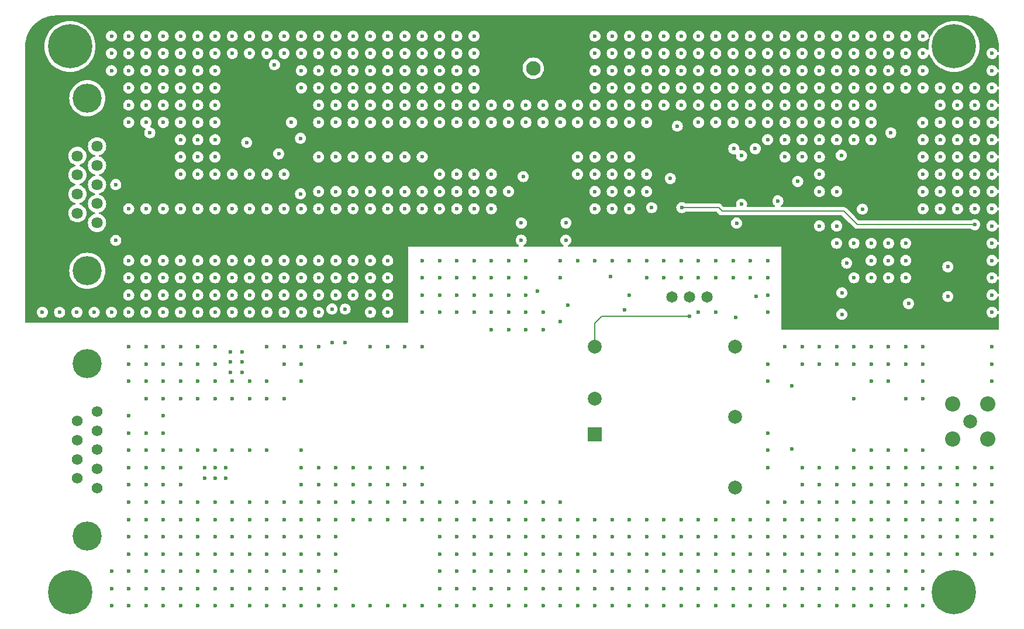
<source format=gbr>
%TF.GenerationSoftware,KiCad,Pcbnew,8.0.6*%
%TF.CreationDate,2025-05-19T10:35:06-04:00*%
%TF.ProjectId,CAEN_NEVIS_DAQ_12V,4341454e-5f4e-4455-9649-535f4441515f,rev?*%
%TF.SameCoordinates,Original*%
%TF.FileFunction,Copper,L3,Inr*%
%TF.FilePolarity,Positive*%
%FSLAX46Y46*%
G04 Gerber Fmt 4.6, Leading zero omitted, Abs format (unit mm)*
G04 Created by KiCad (PCBNEW 8.0.6) date 2025-05-19 10:35:06*
%MOMM*%
%LPD*%
G01*
G04 APERTURE LIST*
%TA.AperFunction,ComponentPad*%
%ADD10C,1.560000*%
%TD*%
%TA.AperFunction,ComponentPad*%
%ADD11C,4.216000*%
%TD*%
%TA.AperFunction,ComponentPad*%
%ADD12C,6.400000*%
%TD*%
%TA.AperFunction,ComponentPad*%
%ADD13C,1.650000*%
%TD*%
%TA.AperFunction,ComponentPad*%
%ADD14C,2.006600*%
%TD*%
%TA.AperFunction,ComponentPad*%
%ADD15C,2.209800*%
%TD*%
%TA.AperFunction,ComponentPad*%
%ADD16R,2.000000X2.000000*%
%TD*%
%TA.AperFunction,ComponentPad*%
%ADD17C,2.000000*%
%TD*%
%TA.AperFunction,ComponentPad*%
%ADD18C,1.635000*%
%TD*%
%TA.AperFunction,ComponentPad*%
%ADD19C,2.100000*%
%TD*%
%TA.AperFunction,ViaPad*%
%ADD20C,0.600000*%
%TD*%
%TA.AperFunction,Conductor*%
%ADD21C,0.200000*%
%TD*%
G04 APERTURE END LIST*
D10*
%TO.N,/V_SEC_RTN*%
%TO.C,J1*%
X82920000Y-96870000D03*
X82920000Y-99640000D03*
%TO.N,unconnected-(J1-Pad3)*%
X82920000Y-102410000D03*
%TO.N,/V_SEC_RTN*%
X82920000Y-105180000D03*
X82920000Y-107950000D03*
%TO.N,/V_SEC_IN*%
X80080000Y-98255000D03*
X80080000Y-101025000D03*
X80080000Y-103795000D03*
X80080000Y-106565000D03*
D11*
%TO.N,GNDPWR*%
X81500000Y-89910000D03*
X81500000Y-114910000D03*
%TD*%
D12*
%TO.N,GNDPWR*%
%TO.C,H4*%
X207000000Y-123000000D03*
%TD*%
D13*
%TO.N,Net-(J10-Pad1)*%
%TO.C,J10*%
X166190000Y-80240000D03*
%TO.N,Net-(U1-REMOTE)*%
X168730000Y-80240000D03*
%TO.N,Net-(J10-Pad3)*%
X171270000Y-80240000D03*
%TD*%
D14*
%TO.N,/P12V_OUT_*%
%TO.C,J4*%
X209360000Y-98310000D03*
D15*
%TO.N,/P12V_RTN*%
X211900000Y-95770000D03*
X206820000Y-95770000D03*
X206820000Y-100850000D03*
X211900000Y-100850000D03*
%TD*%
D12*
%TO.N,GNDPWR*%
%TO.C,H3*%
X79000000Y-123000000D03*
%TD*%
D16*
%TO.N,/Main_DCDC_Converter/V_SEC*%
%TO.C,U1*%
X154980000Y-100150000D03*
D17*
%TO.N,Net-(U1--VIN)*%
X154980000Y-95050000D03*
%TO.N,/P12V_OUT*%
X175280000Y-107850000D03*
%TO.N,/Main_DCDC_Converter/TRIM*%
X175280000Y-97650000D03*
%TO.N,/P12V_RTN*%
X175280000Y-87450000D03*
%TO.N,Net-(U1-REMOTE)*%
X154980000Y-87450000D03*
%TD*%
D12*
%TO.N,GNDPWR*%
%TO.C,H1*%
X79000000Y-44000000D03*
%TD*%
%TO.N,GNDPWR*%
%TO.C,H2*%
X207000000Y-44000000D03*
%TD*%
D18*
%TO.N,/TEMP_MON*%
%TO.C,J2*%
X82920000Y-69540000D03*
%TO.N,/V_TELEM_RTN*%
X82920000Y-66770000D03*
%TO.N,/P12V_I_MON*%
X82920000Y-64000000D03*
%TO.N,/V_TELEM_RTN*%
X82920000Y-61230000D03*
%TO.N,/ENABLE-*%
X82920000Y-58460000D03*
%TO.N,/V_TELEM_RTN*%
X80080000Y-68155000D03*
%TO.N,/P12V_V_MON*%
X80080000Y-65385000D03*
%TO.N,/V_TELEM_RTN*%
X80080000Y-62615000D03*
%TO.N,/ENABLE+*%
X80080000Y-59845000D03*
D11*
%TO.N,GNDPWR*%
X81500000Y-51500000D03*
X81500000Y-76500000D03*
%TD*%
D19*
%TO.N,/V_TELEM_IN*%
%TO.C,J3*%
X149890000Y-47150000D03*
%TO.N,/V_TELEM_RTN*%
X146080000Y-47150000D03*
%TO.N,/V_TELEM_IN*%
X142270000Y-47150000D03*
%TD*%
D20*
%TO.N,/Main_DCDC_Converter/V_SEC*%
X149990000Y-83870000D03*
X151120000Y-81490000D03*
%TO.N,/P12V_OUT*%
X183520000Y-102310000D03*
%TO.N,/P12V_RTN*%
X183540000Y-93140000D03*
%TO.N,/V_SEC_RTN*%
X195000000Y-105000000D03*
X125000000Y-105000000D03*
X112500000Y-122500000D03*
X145000000Y-112500000D03*
X197500000Y-102500000D03*
X200000000Y-90000000D03*
X95000000Y-87500000D03*
X135000000Y-120000000D03*
X202500000Y-117500000D03*
X97500000Y-102500000D03*
X102500000Y-120000000D03*
X165000000Y-120000000D03*
X97500000Y-90000000D03*
X137500000Y-115000000D03*
X167500000Y-125000000D03*
X132500000Y-80000000D03*
X180000000Y-75000000D03*
X97500000Y-95000000D03*
X197500000Y-112500000D03*
X95000000Y-115000000D03*
X180000000Y-90000000D03*
X170000000Y-117500000D03*
X100000000Y-102500000D03*
X177500000Y-115000000D03*
X117500000Y-110000000D03*
X197500000Y-107500000D03*
X95000000Y-105000000D03*
X172500000Y-77500000D03*
X142500000Y-115000000D03*
X90000000Y-122500000D03*
X207500000Y-117500000D03*
X135000000Y-80000000D03*
X95000000Y-125000000D03*
X200000000Y-112500000D03*
X112500000Y-110000000D03*
X200000000Y-87500000D03*
X95000000Y-102500000D03*
X87500000Y-97500000D03*
X132500000Y-82500000D03*
X130000000Y-107500000D03*
X135000000Y-117500000D03*
X200000000Y-120000000D03*
X98527500Y-105000000D03*
X160000000Y-122500000D03*
X90000000Y-105000000D03*
X110000000Y-90000000D03*
X182500000Y-87500000D03*
X118830000Y-86880000D03*
X127500000Y-105000000D03*
X105000000Y-125000000D03*
X147500000Y-117500000D03*
X170000000Y-120000000D03*
X155000000Y-122500000D03*
X182500000Y-112500000D03*
X97500000Y-117500000D03*
X87500000Y-102500000D03*
X185000000Y-115000000D03*
X180000000Y-110000000D03*
X202500000Y-110000000D03*
X117500000Y-122500000D03*
X142500000Y-85000000D03*
X87500000Y-112500000D03*
X207500000Y-115000000D03*
X190000000Y-110000000D03*
X180000000Y-80000000D03*
X205000000Y-107500000D03*
X202500000Y-125000000D03*
X120000000Y-112500000D03*
X200000000Y-95000000D03*
X212500000Y-107500000D03*
X192500000Y-115000000D03*
X185000000Y-105000000D03*
X92500000Y-105000000D03*
X185000000Y-90000000D03*
X90000000Y-125000000D03*
X165000000Y-115000000D03*
X107500000Y-87500000D03*
X112500000Y-107500000D03*
X175000000Y-112500000D03*
X197500000Y-125000000D03*
X170000000Y-75000000D03*
X170000000Y-115000000D03*
X175000000Y-117500000D03*
X115000000Y-112500000D03*
X165000000Y-77500000D03*
X95000000Y-110000000D03*
X212500000Y-110000000D03*
X177500000Y-77500000D03*
X120000000Y-107500000D03*
X140000000Y-115000000D03*
X160000000Y-112500000D03*
X195000000Y-92500000D03*
X202500000Y-112500000D03*
X107500000Y-102500000D03*
X210000000Y-105000000D03*
X190000000Y-120000000D03*
X107500000Y-95000000D03*
X147500000Y-110000000D03*
X140000000Y-122500000D03*
X127500000Y-125000000D03*
X115000000Y-122500000D03*
X190000000Y-125000000D03*
X87500000Y-110000000D03*
X210000000Y-110000000D03*
X147500000Y-125000000D03*
X137500000Y-120000000D03*
X112500000Y-125000000D03*
X103950000Y-91210000D03*
X135000000Y-82500000D03*
X112500000Y-112500000D03*
X105000000Y-92500000D03*
X195000000Y-90000000D03*
X195000000Y-102500000D03*
X102500000Y-125000000D03*
X132500000Y-122500000D03*
X90000000Y-90000000D03*
X145000000Y-77500000D03*
X95000000Y-120000000D03*
X145000000Y-120000000D03*
X85000000Y-120000000D03*
X132500000Y-117500000D03*
X105000000Y-112500000D03*
X150000000Y-77500000D03*
X140000000Y-80000000D03*
X92500000Y-117500000D03*
X110000000Y-120000000D03*
X142500000Y-112500000D03*
X180000000Y-92500000D03*
X150000000Y-125000000D03*
X180000000Y-77500000D03*
X107500000Y-122500000D03*
X107500000Y-110000000D03*
X190000000Y-107500000D03*
X137500000Y-122500000D03*
X200000000Y-117500000D03*
X142500000Y-117500000D03*
X192500000Y-95000000D03*
X197500000Y-117500000D03*
X117500000Y-117500000D03*
X155000000Y-115000000D03*
X145000000Y-75000000D03*
X207500000Y-105000000D03*
X150000000Y-75000000D03*
X92500000Y-102500000D03*
X152500000Y-125000000D03*
X152500000Y-120000000D03*
X182500000Y-110000000D03*
X140000000Y-85000000D03*
X115000000Y-115000000D03*
X172500000Y-122500000D03*
X95000000Y-112500000D03*
X145000000Y-85000000D03*
X120000000Y-105000000D03*
X102500000Y-102500000D03*
X100000000Y-90000000D03*
X87500000Y-115000000D03*
X177500000Y-125000000D03*
X103950000Y-89710000D03*
X135000000Y-112500000D03*
X192500000Y-87500000D03*
X172500000Y-115000000D03*
X95000000Y-90000000D03*
X192500000Y-120000000D03*
X102200000Y-88210000D03*
X192500000Y-122500000D03*
X175000000Y-122500000D03*
X195000000Y-125000000D03*
X100027500Y-106500000D03*
X147500000Y-122500000D03*
X190000000Y-115000000D03*
X87500000Y-90000000D03*
X105000000Y-110000000D03*
X147500000Y-82500000D03*
X145000000Y-110000000D03*
X100000000Y-112500000D03*
X115000000Y-105000000D03*
X142500000Y-125000000D03*
X105000000Y-117500000D03*
X122500000Y-107500000D03*
X142500000Y-122500000D03*
X197500000Y-90000000D03*
X122500000Y-110000000D03*
X187500000Y-105000000D03*
X145000000Y-125000000D03*
X162500000Y-75000000D03*
X117500000Y-105000000D03*
X210000000Y-112500000D03*
X205000000Y-105000000D03*
X182500000Y-122500000D03*
X185000000Y-112500000D03*
X95000000Y-117500000D03*
X210000000Y-115000000D03*
X170000000Y-77500000D03*
X147500000Y-112500000D03*
X150000000Y-120000000D03*
X202500000Y-102500000D03*
X165000000Y-117500000D03*
X87500000Y-105000000D03*
X142500000Y-75000000D03*
X117500000Y-125000000D03*
X101527500Y-105000000D03*
X110000000Y-110000000D03*
X147500000Y-120000000D03*
X92500000Y-107500000D03*
X187500000Y-120000000D03*
X212500000Y-105000000D03*
X110000000Y-87500000D03*
X180000000Y-102500000D03*
X170000000Y-122500000D03*
X102500000Y-110000000D03*
X187500000Y-125000000D03*
X92500000Y-92500000D03*
X187500000Y-117500000D03*
X135000000Y-122500000D03*
X105000000Y-95000000D03*
X180000000Y-117500000D03*
X125000000Y-110000000D03*
X100000000Y-120000000D03*
X115000000Y-107500000D03*
X175000000Y-120000000D03*
X90000000Y-92500000D03*
X130000000Y-77500000D03*
X85000000Y-122500000D03*
X202500000Y-92500000D03*
X167500000Y-112500000D03*
X177500000Y-75000000D03*
X182500000Y-117500000D03*
X97500000Y-125000000D03*
X95000000Y-92500000D03*
X112500000Y-115000000D03*
X182500000Y-115000000D03*
X192500000Y-117500000D03*
X140000000Y-112500000D03*
X90000000Y-120000000D03*
X197500000Y-87500000D03*
X130000000Y-87500000D03*
X137500000Y-125000000D03*
X192500000Y-90000000D03*
X192500000Y-107500000D03*
X160000000Y-120000000D03*
X140000000Y-125000000D03*
X160000000Y-80000000D03*
X87500000Y-122500000D03*
X87500000Y-117500000D03*
X92500000Y-97500000D03*
X140000000Y-117500000D03*
X147500000Y-85000000D03*
X192500000Y-105000000D03*
X102200000Y-89710000D03*
X155000000Y-120000000D03*
X202500000Y-120000000D03*
X100000000Y-110000000D03*
X87500000Y-92500000D03*
X167500000Y-75000000D03*
X187500000Y-110000000D03*
X105000000Y-120000000D03*
X127500000Y-110000000D03*
X152500000Y-115000000D03*
X172500000Y-125000000D03*
X132500000Y-110000000D03*
X97500000Y-110000000D03*
X175000000Y-115000000D03*
X100000000Y-125000000D03*
X212500000Y-90000000D03*
X92500000Y-112500000D03*
X92500000Y-100000000D03*
X200000000Y-110000000D03*
X140000000Y-120000000D03*
X97500000Y-87500000D03*
X152500000Y-122500000D03*
X115000000Y-110000000D03*
X177500000Y-117500000D03*
X87500000Y-87500000D03*
X87500000Y-120000000D03*
X122500000Y-125000000D03*
X122500000Y-105000000D03*
X112500000Y-90000000D03*
X167500000Y-77500000D03*
X185000000Y-110000000D03*
X180000000Y-112500000D03*
X125000000Y-112500000D03*
X170000000Y-112500000D03*
X160000000Y-125000000D03*
X157500000Y-117500000D03*
X155000000Y-75000000D03*
X192500000Y-125000000D03*
X175000000Y-75000000D03*
X185000000Y-107500000D03*
X172500000Y-117500000D03*
X160000000Y-75000000D03*
X90000000Y-102500000D03*
X127500000Y-112500000D03*
X210000000Y-107500000D03*
X130000000Y-112500000D03*
X162500000Y-125000000D03*
X157500000Y-75000000D03*
X155000000Y-117500000D03*
X200000000Y-107500000D03*
X100000000Y-117500000D03*
X165000000Y-112500000D03*
X182500000Y-125000000D03*
X122500000Y-112500000D03*
X102500000Y-122500000D03*
X142500000Y-77500000D03*
X137500000Y-117500000D03*
X125000000Y-87500000D03*
X90000000Y-117500000D03*
X205000000Y-112500000D03*
X101527500Y-106500000D03*
X170000000Y-82500000D03*
X140000000Y-77500000D03*
X165000000Y-75000000D03*
X172500000Y-75000000D03*
X110000000Y-95000000D03*
X190000000Y-122500000D03*
X92500000Y-110000000D03*
X152500000Y-75000000D03*
X202500000Y-115000000D03*
X202500000Y-90000000D03*
X92500000Y-125000000D03*
X115000000Y-87500000D03*
X157500000Y-125000000D03*
X159260000Y-82110000D03*
X160000000Y-115000000D03*
X98527500Y-106500000D03*
X167500000Y-122500000D03*
X207500000Y-112500000D03*
X107500000Y-120000000D03*
X180000000Y-120000000D03*
X132500000Y-115000000D03*
X130000000Y-125000000D03*
X127500000Y-107500000D03*
X122500000Y-87500000D03*
X185000000Y-117500000D03*
X100027500Y-105000000D03*
X202500000Y-87500000D03*
X135000000Y-110000000D03*
X190000000Y-90000000D03*
X187500000Y-112500000D03*
X117500000Y-115000000D03*
X180000000Y-115000000D03*
X165000000Y-122500000D03*
X87500000Y-100000000D03*
X155000000Y-112500000D03*
X100000000Y-95000000D03*
X190000000Y-105000000D03*
X145000000Y-117500000D03*
X105000000Y-115000000D03*
X125000000Y-107500000D03*
X192500000Y-112500000D03*
X195000000Y-112500000D03*
X177500000Y-120000000D03*
X197500000Y-105000000D03*
X175000000Y-125000000D03*
X142500000Y-120000000D03*
X92500000Y-87500000D03*
X130000000Y-105000000D03*
X97500000Y-122500000D03*
X172500000Y-112500000D03*
X117500000Y-120000000D03*
X150000000Y-112500000D03*
X212500000Y-117500000D03*
X97500000Y-112500000D03*
X155000000Y-125000000D03*
X132500000Y-120000000D03*
X152500000Y-112500000D03*
X135000000Y-75000000D03*
X195000000Y-115000000D03*
X157500000Y-122500000D03*
X132500000Y-125000000D03*
X100000000Y-87500000D03*
X110000000Y-112500000D03*
X180000000Y-122500000D03*
X95000000Y-107500000D03*
X110000000Y-122500000D03*
X102500000Y-117500000D03*
X190000000Y-87500000D03*
X157500000Y-112500000D03*
X195000000Y-87500000D03*
X110000000Y-117500000D03*
X172500000Y-120000000D03*
X112500000Y-117500000D03*
X115000000Y-120000000D03*
X170000000Y-125000000D03*
X185000000Y-122500000D03*
X102500000Y-112500000D03*
X200000000Y-102500000D03*
X197500000Y-120000000D03*
X145000000Y-80000000D03*
X187500000Y-90000000D03*
X102500000Y-115000000D03*
X172500000Y-82500000D03*
X103950000Y-88210000D03*
X100000000Y-115000000D03*
X140000000Y-110000000D03*
X190000000Y-112500000D03*
X180000000Y-105000000D03*
X87500000Y-107500000D03*
X130000000Y-110000000D03*
X200000000Y-115000000D03*
X97500000Y-120000000D03*
X107500000Y-92500000D03*
X117500000Y-112500000D03*
X137500000Y-110000000D03*
X205000000Y-110000000D03*
X112500000Y-105000000D03*
X200000000Y-125000000D03*
X107500000Y-112500000D03*
X100000000Y-122500000D03*
X117500000Y-107500000D03*
X162500000Y-112500000D03*
X160000000Y-117500000D03*
X135000000Y-115000000D03*
X95000000Y-122500000D03*
X205000000Y-117500000D03*
X195000000Y-107500000D03*
X102500000Y-92500000D03*
X190000000Y-117500000D03*
X212500000Y-112500000D03*
X145000000Y-122500000D03*
X210000000Y-117500000D03*
X175000000Y-77500000D03*
X197500000Y-110000000D03*
X146670000Y-79410000D03*
X127500000Y-87500000D03*
X102200000Y-91210000D03*
X212500000Y-87500000D03*
X97500000Y-92500000D03*
X110000000Y-125000000D03*
X92500000Y-120000000D03*
X187500000Y-115000000D03*
X92500000Y-95000000D03*
X145000000Y-115000000D03*
X202500000Y-107500000D03*
X200000000Y-122500000D03*
X202500000Y-95000000D03*
X90000000Y-107500000D03*
X116930000Y-86880000D03*
X197500000Y-92500000D03*
X162500000Y-117500000D03*
X112500000Y-102500000D03*
X105000000Y-102500000D03*
X207500000Y-110000000D03*
X150000000Y-110000000D03*
X90000000Y-112500000D03*
X137500000Y-82500000D03*
X142500000Y-110000000D03*
X177500000Y-122500000D03*
X162500000Y-77500000D03*
X112500000Y-87500000D03*
X157500000Y-115000000D03*
X212500000Y-115000000D03*
X137500000Y-80000000D03*
X205000000Y-115000000D03*
X137500000Y-112500000D03*
X130000000Y-82500000D03*
X132500000Y-112500000D03*
X92500000Y-90000000D03*
X212500000Y-92500000D03*
X130000000Y-75000000D03*
X180000000Y-82500000D03*
X107500000Y-125000000D03*
X90000000Y-95000000D03*
X90000000Y-115000000D03*
X112500000Y-92500000D03*
X195000000Y-120000000D03*
X182500000Y-120000000D03*
X150000000Y-115000000D03*
X162500000Y-120000000D03*
X185000000Y-120000000D03*
X135000000Y-125000000D03*
X202500000Y-122500000D03*
X107500000Y-117500000D03*
X97500000Y-115000000D03*
X197500000Y-115000000D03*
X130000000Y-80000000D03*
X115000000Y-125000000D03*
X100000000Y-92500000D03*
X120000000Y-110000000D03*
X142500000Y-80000000D03*
X115000000Y-117500000D03*
X162500000Y-122500000D03*
X125000000Y-125000000D03*
X90000000Y-87500000D03*
X120000000Y-125000000D03*
X207500000Y-107500000D03*
X187500000Y-87500000D03*
X180000000Y-125000000D03*
X145000000Y-82500000D03*
X110000000Y-115000000D03*
X180000000Y-100000000D03*
X167500000Y-120000000D03*
X132500000Y-75000000D03*
X192500000Y-102500000D03*
X165000000Y-125000000D03*
X140000000Y-82500000D03*
X195000000Y-110000000D03*
X92500000Y-122500000D03*
X92500000Y-115000000D03*
X90000000Y-100000000D03*
X112500000Y-120000000D03*
X137500000Y-75000000D03*
X150000000Y-122500000D03*
X187500000Y-122500000D03*
X187500000Y-107500000D03*
X135000000Y-77500000D03*
X90000000Y-110000000D03*
X162500000Y-115000000D03*
X185000000Y-87500000D03*
X197500000Y-122500000D03*
X107500000Y-115000000D03*
X195000000Y-117500000D03*
X137500000Y-77500000D03*
X102500000Y-95000000D03*
X105000000Y-122500000D03*
X178380000Y-80220000D03*
X167500000Y-117500000D03*
X167500000Y-115000000D03*
X87500000Y-125000000D03*
X185000000Y-125000000D03*
X202500000Y-105000000D03*
X140000000Y-75000000D03*
X150000000Y-117500000D03*
X147500000Y-115000000D03*
X157500000Y-120000000D03*
X177500000Y-112500000D03*
X132500000Y-77500000D03*
X200000000Y-105000000D03*
X85000000Y-125000000D03*
X152500000Y-117500000D03*
X142500000Y-82500000D03*
X192500000Y-110000000D03*
X95000000Y-95000000D03*
X195000000Y-122500000D03*
%TO.N,GNDPWR*%
X175355000Y-83250000D03*
%TO.N,/V_TELEM_RTN*%
X116930000Y-82030000D03*
X115000000Y-77500000D03*
X160000000Y-65000000D03*
X145000000Y-52500000D03*
X180000000Y-52500000D03*
X87500000Y-52500000D03*
X95000000Y-82500000D03*
X92500000Y-80000000D03*
X87500000Y-45000000D03*
X212500000Y-82500000D03*
X202500000Y-50000000D03*
X137500000Y-55000000D03*
X192500000Y-50000000D03*
X175000000Y-50000000D03*
X90000000Y-42500000D03*
X155000000Y-45000000D03*
X157500000Y-55000000D03*
X112500000Y-42500000D03*
X132500000Y-47500000D03*
X105000000Y-62500000D03*
X190000000Y-50000000D03*
X187500000Y-50000000D03*
X125000000Y-45000000D03*
X207500000Y-52500000D03*
X130000000Y-60000000D03*
X120000000Y-52500000D03*
X122500000Y-75000000D03*
X95000000Y-75000000D03*
X180000000Y-55000000D03*
X110000000Y-67500000D03*
X202500000Y-42500000D03*
X162500000Y-47500000D03*
X212500000Y-47500000D03*
X202471400Y-55012500D03*
X137500000Y-62500000D03*
X185000000Y-50000000D03*
X137500000Y-65000000D03*
X167500000Y-47500000D03*
X100000000Y-50000000D03*
X135000000Y-47500000D03*
X105000000Y-82500000D03*
X207500000Y-60000000D03*
X200000000Y-77500000D03*
X147500000Y-52500000D03*
X155000000Y-47500000D03*
X165906200Y-63115000D03*
X122500000Y-82500000D03*
X195000000Y-52500000D03*
X118840000Y-82040000D03*
X100000000Y-67500000D03*
X167500000Y-42500000D03*
X125000000Y-52500000D03*
X157500000Y-52500000D03*
X117500000Y-65000000D03*
X212500000Y-67500000D03*
X175000000Y-52500000D03*
X210000000Y-65000000D03*
X120000000Y-67500000D03*
X205000000Y-50000000D03*
X197500000Y-42500000D03*
X160000000Y-42500000D03*
X197500000Y-47500000D03*
X100000000Y-62500000D03*
X127500000Y-55000000D03*
X97500000Y-75000000D03*
X140000000Y-67500000D03*
X205000000Y-65000000D03*
X102500000Y-77500000D03*
X166926200Y-55545000D03*
X90000000Y-75000000D03*
X87500000Y-67500000D03*
X117500000Y-50000000D03*
X90000000Y-80000000D03*
X200420000Y-81240000D03*
X191450000Y-75370000D03*
X212500000Y-77500000D03*
X137500000Y-50000000D03*
X95000000Y-67500000D03*
X160000000Y-60000000D03*
X200000000Y-75000000D03*
X187500000Y-60000000D03*
X170000000Y-45000000D03*
X197500000Y-77500000D03*
X80000000Y-82500000D03*
X115000000Y-65000000D03*
X162500000Y-42500000D03*
X210000000Y-62500000D03*
X205000000Y-67500000D03*
X192500000Y-47500000D03*
X187500000Y-62500000D03*
X117500000Y-80000000D03*
X110000000Y-75000000D03*
X190000000Y-52500000D03*
X205000000Y-55000000D03*
X192500000Y-72500000D03*
X155000000Y-62500000D03*
X110000000Y-45000000D03*
X178210000Y-58800000D03*
X155000000Y-52500000D03*
X102500000Y-82500000D03*
X182500000Y-42500000D03*
X182500000Y-45000000D03*
X177500000Y-47500000D03*
X97500000Y-60000000D03*
X157500000Y-60000000D03*
X122500000Y-55000000D03*
X207500000Y-57500000D03*
X127500000Y-45000000D03*
X210000000Y-52500000D03*
X190000000Y-57500000D03*
X212500000Y-65000000D03*
X135000000Y-45000000D03*
X120000000Y-45000000D03*
X145000000Y-55000000D03*
X205000000Y-60000000D03*
X135000000Y-50000000D03*
X112500000Y-50000000D03*
X120000000Y-50000000D03*
X135000000Y-67500000D03*
X95000000Y-57500000D03*
X162500000Y-62500000D03*
X167500000Y-45000000D03*
X182500000Y-52500000D03*
X120000000Y-47500000D03*
X197500000Y-50000000D03*
X97500000Y-47500000D03*
X115000000Y-45000000D03*
X200000000Y-42500000D03*
X185000000Y-60000000D03*
X210000000Y-67500000D03*
X190000000Y-47500000D03*
X125000000Y-55000000D03*
X165000000Y-47500000D03*
X112500000Y-77500000D03*
X165000000Y-45000000D03*
X95000000Y-55000000D03*
X110000000Y-82500000D03*
X172500000Y-50000000D03*
X190000000Y-72500000D03*
X182500000Y-50000000D03*
X187500000Y-65000000D03*
X92500000Y-67500000D03*
X85000000Y-42500000D03*
X95000000Y-52500000D03*
X85000000Y-82500000D03*
X160000000Y-62500000D03*
X90000000Y-55000000D03*
X102500000Y-80000000D03*
X175000000Y-45000000D03*
X142500000Y-52500000D03*
X112500000Y-45000000D03*
X207500000Y-65000000D03*
X100000000Y-60000000D03*
X152500000Y-55000000D03*
X130000000Y-45000000D03*
X175000000Y-42500000D03*
X105000000Y-45000000D03*
X97500000Y-50000000D03*
X97500000Y-77500000D03*
X140000000Y-52500000D03*
X212500000Y-72500000D03*
X107500000Y-75000000D03*
X182500000Y-57500000D03*
X82500000Y-82500000D03*
X135000000Y-42500000D03*
X181490000Y-66370000D03*
X115000000Y-75000000D03*
X180000000Y-47500000D03*
X125000000Y-47500000D03*
X100000000Y-42500000D03*
X87500000Y-50000000D03*
X120000000Y-55000000D03*
X115000000Y-50000000D03*
X130000000Y-67500000D03*
X92500000Y-47500000D03*
X165000000Y-50000000D03*
X125000000Y-77500000D03*
X100000000Y-52500000D03*
X192500000Y-77500000D03*
X200000000Y-45000000D03*
X190000000Y-55000000D03*
X160000000Y-55000000D03*
X190750000Y-82800000D03*
X195000000Y-45000000D03*
X132500000Y-62500000D03*
X95000000Y-62500000D03*
X205000000Y-57500000D03*
X100000000Y-45000000D03*
X87500000Y-80000000D03*
X212500000Y-75000000D03*
X165000000Y-42500000D03*
X157500000Y-67500000D03*
X157500000Y-65000000D03*
X180000000Y-45000000D03*
X130000000Y-42500000D03*
X202500000Y-47500000D03*
X185000000Y-47500000D03*
X112500000Y-75000000D03*
X97500000Y-82500000D03*
X155000000Y-50000000D03*
X195000000Y-42500000D03*
X102500000Y-45000000D03*
X130000000Y-50000000D03*
X122500000Y-67500000D03*
X97500000Y-55000000D03*
X205000000Y-52500000D03*
X212500000Y-45000000D03*
X182500000Y-55000000D03*
X92500000Y-52500000D03*
X142500000Y-65000000D03*
X117500000Y-67500000D03*
X202500000Y-57500000D03*
X185000000Y-45000000D03*
X170000000Y-47500000D03*
X75000000Y-82500000D03*
X172500000Y-52500000D03*
X117500000Y-60000000D03*
X110000000Y-62500000D03*
X135000000Y-52500000D03*
X195000000Y-72500000D03*
X90000000Y-45000000D03*
X117500000Y-75000000D03*
X100000000Y-75000000D03*
X92500000Y-42500000D03*
X160000000Y-52500000D03*
X122500000Y-65000000D03*
X187500000Y-45000000D03*
X111068500Y-55000000D03*
X140000000Y-62500000D03*
X122500000Y-45000000D03*
X127500000Y-65000000D03*
X122500000Y-42500000D03*
X207500000Y-62500000D03*
X155000000Y-42500000D03*
X167500000Y-52500000D03*
X212500000Y-52500000D03*
X197500000Y-75000000D03*
X100000000Y-80000000D03*
X177500000Y-45000000D03*
X125000000Y-80000000D03*
X97500000Y-67500000D03*
X157500000Y-47500000D03*
X100000000Y-77500000D03*
X112500000Y-67500000D03*
X110000000Y-80000000D03*
X177500000Y-55000000D03*
X197500000Y-45000000D03*
X107500000Y-62500000D03*
X102500000Y-67500000D03*
X87500000Y-47500000D03*
X210000000Y-50000000D03*
X170000000Y-52500000D03*
X117500000Y-47500000D03*
X187500000Y-55000000D03*
X132500000Y-65000000D03*
X170000000Y-50000000D03*
X165000000Y-52500000D03*
X195000000Y-47500000D03*
X100000000Y-82500000D03*
X77500000Y-82500000D03*
X122500000Y-60000000D03*
X110000000Y-77500000D03*
X92500000Y-55000000D03*
X100000000Y-47500000D03*
X115000000Y-42500000D03*
X210000000Y-55000000D03*
X127500000Y-52500000D03*
X95000000Y-50000000D03*
X212500000Y-57500000D03*
X167500000Y-50000000D03*
X125000000Y-75000000D03*
X172500000Y-45000000D03*
X135000000Y-55000000D03*
X135000000Y-65000000D03*
X132500000Y-52500000D03*
X95000000Y-42500000D03*
X107500000Y-82500000D03*
X95000000Y-45000000D03*
X87500000Y-55000000D03*
X193731400Y-67562500D03*
X192500000Y-45000000D03*
X117500000Y-45000000D03*
X122500000Y-80000000D03*
X125000000Y-67500000D03*
X127500000Y-50000000D03*
X155000000Y-55000000D03*
X155000000Y-65000000D03*
X115000000Y-47500000D03*
X212500000Y-55000000D03*
X170000000Y-55000000D03*
X144620000Y-62840000D03*
X107500000Y-80000000D03*
X115000000Y-55000000D03*
X160000000Y-47500000D03*
X212500000Y-60000000D03*
X105000000Y-67500000D03*
X105000000Y-77500000D03*
X117500000Y-55000000D03*
X162500000Y-50000000D03*
X212500000Y-50000000D03*
X109220000Y-59540000D03*
X102500000Y-42500000D03*
X125000000Y-82500000D03*
X87500000Y-75000000D03*
X207500000Y-67500000D03*
X107500000Y-67500000D03*
X122500000Y-47500000D03*
X95000000Y-80000000D03*
X162500000Y-52500000D03*
X185000000Y-57500000D03*
X212500000Y-70000000D03*
X200000000Y-50000000D03*
X115000000Y-82500000D03*
X137500000Y-52500000D03*
X125000000Y-50000000D03*
X97500000Y-42500000D03*
X172500000Y-42500000D03*
X192500000Y-55000000D03*
X115000000Y-60000000D03*
X120000000Y-75000000D03*
X152500000Y-62500000D03*
X102500000Y-75000000D03*
X195000000Y-75000000D03*
X187500000Y-70000000D03*
X92500000Y-50000000D03*
X202500000Y-65000000D03*
X177500000Y-50000000D03*
X95000000Y-77500000D03*
X180000000Y-42500000D03*
X90000000Y-52500000D03*
X175000000Y-55000000D03*
X192500000Y-52500000D03*
X157500000Y-45000000D03*
X125000000Y-65000000D03*
X90000000Y-82500000D03*
X117500000Y-42500000D03*
X130000000Y-55000000D03*
X115000000Y-80000000D03*
X132500000Y-45000000D03*
X170000000Y-42500000D03*
X192500000Y-57500000D03*
X92500000Y-77500000D03*
X212500000Y-80000000D03*
X125000000Y-42500000D03*
X192500000Y-42500000D03*
X187500000Y-42500000D03*
X187500000Y-47500000D03*
X190671400Y-59752500D03*
X127500000Y-42500000D03*
X90000000Y-77500000D03*
X105000000Y-80000000D03*
X97500000Y-80000000D03*
X162500000Y-55000000D03*
X187500000Y-52500000D03*
X157500000Y-42500000D03*
X132500000Y-42500000D03*
X95000000Y-60000000D03*
X132500000Y-55000000D03*
X90550000Y-56500000D03*
X162500000Y-45000000D03*
X150000000Y-55000000D03*
X162500000Y-65000000D03*
X155000000Y-60000000D03*
X163210000Y-67340000D03*
X190000000Y-45000000D03*
X200000000Y-72500000D03*
X190000000Y-42500000D03*
X102500000Y-62500000D03*
X190000000Y-65000000D03*
X107500000Y-45000000D03*
X130000000Y-52500000D03*
X212500000Y-62500000D03*
X120000000Y-42500000D03*
X195000000Y-77500000D03*
X185000000Y-52500000D03*
X172500000Y-47500000D03*
X177500000Y-52500000D03*
X157500000Y-62500000D03*
X97500000Y-62500000D03*
X207500000Y-55000000D03*
X127500000Y-67500000D03*
X195000000Y-55000000D03*
X180000000Y-57500000D03*
X177500000Y-42500000D03*
X137500000Y-42500000D03*
X120000000Y-60000000D03*
X130000000Y-65000000D03*
X137500000Y-45000000D03*
X185000000Y-55000000D03*
X157500000Y-50000000D03*
X85000000Y-45000000D03*
X155000000Y-67500000D03*
X142500000Y-55000000D03*
X182500000Y-60000000D03*
X202500000Y-67500000D03*
X92500000Y-82500000D03*
X187500000Y-57500000D03*
X97500000Y-52500000D03*
X132500000Y-67500000D03*
X160000000Y-45000000D03*
X122500000Y-52500000D03*
X210000000Y-57500000D03*
X175510000Y-69570000D03*
X105000000Y-75000000D03*
X152500000Y-52500000D03*
X207500000Y-50000000D03*
X210000000Y-60000000D03*
X150000000Y-52500000D03*
X160000000Y-50000000D03*
X97500000Y-45000000D03*
X92500000Y-75000000D03*
X107500000Y-77500000D03*
X190000000Y-70000000D03*
X107500000Y-42500000D03*
X200000000Y-47500000D03*
X140000000Y-65000000D03*
X115000000Y-52500000D03*
X132500000Y-50000000D03*
X202500000Y-62500000D03*
X172500000Y-55000000D03*
X137500000Y-67500000D03*
X130000000Y-47500000D03*
X202500000Y-60000000D03*
X197500000Y-72500000D03*
X195000000Y-50000000D03*
X105000000Y-42500000D03*
X90000000Y-50000000D03*
X117500000Y-77500000D03*
X92500000Y-45000000D03*
X120000000Y-80000000D03*
X185000000Y-42500000D03*
X127500000Y-47500000D03*
X140000000Y-55000000D03*
X180000000Y-50000000D03*
X112500000Y-82500000D03*
X120000000Y-77500000D03*
X137500000Y-47500000D03*
X108598500Y-46660000D03*
X112500000Y-47500000D03*
X182500000Y-47500000D03*
X195000000Y-57500000D03*
X90000000Y-47500000D03*
X100000000Y-55000000D03*
X122500000Y-77500000D03*
X87500000Y-77500000D03*
X120000000Y-65000000D03*
X202500000Y-45000000D03*
X147500000Y-55000000D03*
X115000000Y-67500000D03*
X127500000Y-60000000D03*
X85000000Y-47500000D03*
X135000000Y-62500000D03*
X205000000Y-62500000D03*
X87500000Y-42500000D03*
X112500000Y-80000000D03*
X90000000Y-67500000D03*
X100000000Y-57500000D03*
X87500000Y-82500000D03*
X175000000Y-47500000D03*
X95000000Y-47500000D03*
X117500000Y-52500000D03*
X160000000Y-67500000D03*
X122500000Y-50000000D03*
X125000000Y-60000000D03*
X97500000Y-57500000D03*
X152500000Y-60000000D03*
X110000000Y-42500000D03*
%TO.N,/V_TELEM_IN*%
X151230000Y-63170000D03*
X207910000Y-71880000D03*
X102248500Y-47230000D03*
X200141400Y-66290000D03*
X181640000Y-68960000D03*
%TO.N,/Enable_Block/3p3V*%
X104588500Y-57910000D03*
%TO.N,/Telemetry_Schematic/3p3V*%
X197830000Y-56502500D03*
X190750000Y-79680000D03*
X175120000Y-58810000D03*
%TO.N,Net-(U6B-B_OUT)*%
X176230000Y-59830000D03*
X176230000Y-66850000D03*
%TO.N,/P12V_OUT_*%
X210000000Y-69810000D03*
X167590000Y-67330000D03*
%TO.N,Net-(J10-Pad1)*%
X157290000Y-77300000D03*
%TO.N,Net-(U1-REMOTE)*%
X168720000Y-83110000D03*
%TO.N,/P12V_I_MON*%
X150790000Y-72060000D03*
X85630000Y-64000000D03*
X144320000Y-72060000D03*
X85630000Y-72070000D03*
%TO.N,/P12V_V_MON*%
X112370000Y-65340000D03*
X112370000Y-57300000D03*
%TO.N,/Telemetry_Schematic/TEMP*%
X184354579Y-63542511D03*
%TO.N,/TEMP_MON*%
X150820000Y-69550000D03*
X144340000Y-69560000D03*
%TO.N,Net-(LED1-Pad2)*%
X206100000Y-75910000D03*
%TO.N,Net-(LED1-Pad1)*%
X206100000Y-80200000D03*
%TD*%
D21*
%TO.N,/P12V_OUT_*%
X173420000Y-67860000D02*
X191040000Y-67860000D01*
X192990000Y-69810000D02*
X210000000Y-69810000D01*
X192200000Y-69020000D02*
X192990000Y-69810000D01*
X172890000Y-67330000D02*
X173420000Y-67860000D01*
X191040000Y-67860000D02*
X192200000Y-69020000D01*
X167590000Y-67330000D02*
X172890000Y-67330000D01*
%TO.N,Net-(U1-REMOTE)*%
X155950000Y-83110000D02*
X154980000Y-84080000D01*
X168720000Y-83110000D02*
X155950000Y-83110000D01*
X154980000Y-84080000D02*
X154980000Y-87450000D01*
%TO.N,/P12V_V_MON*%
X112325000Y-65385000D02*
X112370000Y-65340000D01*
%TD*%
%TA.AperFunction,Conductor*%
%TO.N,/V_TELEM_IN*%
G36*
X209002702Y-39500617D02*
G01*
X209386771Y-39517386D01*
X209397506Y-39518326D01*
X209775971Y-39568152D01*
X209786597Y-39570025D01*
X210159284Y-39652648D01*
X210169710Y-39655442D01*
X210533765Y-39770227D01*
X210543911Y-39773920D01*
X210896578Y-39920000D01*
X210906369Y-39924566D01*
X211244942Y-40100816D01*
X211254309Y-40106223D01*
X211549722Y-40294422D01*
X211576244Y-40311318D01*
X211585105Y-40317523D01*
X211887930Y-40549889D01*
X211896217Y-40556843D01*
X212177635Y-40814715D01*
X212185284Y-40822364D01*
X212443156Y-41103782D01*
X212450110Y-41112069D01*
X212682476Y-41414894D01*
X212688681Y-41423755D01*
X212893775Y-41745689D01*
X212899183Y-41755057D01*
X213075430Y-42093623D01*
X213080002Y-42103427D01*
X213226075Y-42456078D01*
X213229775Y-42466244D01*
X213344554Y-42830278D01*
X213347354Y-42840727D01*
X213429971Y-43213389D01*
X213431849Y-43224042D01*
X213481671Y-43602473D01*
X213482614Y-43613249D01*
X213499382Y-43997297D01*
X213499500Y-44002706D01*
X213499500Y-44702885D01*
X213479815Y-44769924D01*
X213427011Y-44815679D01*
X213357853Y-44825623D01*
X213294297Y-44796598D01*
X213258459Y-44743840D01*
X213225790Y-44650480D01*
X213225789Y-44650478D01*
X213129816Y-44497738D01*
X213002262Y-44370184D01*
X212849523Y-44274211D01*
X212679254Y-44214631D01*
X212679249Y-44214630D01*
X212500004Y-44194435D01*
X212499996Y-44194435D01*
X212320750Y-44214630D01*
X212320745Y-44214631D01*
X212150476Y-44274211D01*
X211997737Y-44370184D01*
X211870184Y-44497737D01*
X211774211Y-44650476D01*
X211714631Y-44820745D01*
X211714630Y-44820750D01*
X211694435Y-44999996D01*
X211694435Y-45000003D01*
X211714630Y-45179249D01*
X211714631Y-45179254D01*
X211774211Y-45349523D01*
X211870184Y-45502262D01*
X211997738Y-45629816D01*
X212150478Y-45725789D01*
X212260316Y-45764223D01*
X212320745Y-45785368D01*
X212320750Y-45785369D01*
X212499996Y-45805565D01*
X212500000Y-45805565D01*
X212500004Y-45805565D01*
X212679249Y-45785369D01*
X212679252Y-45785368D01*
X212679255Y-45785368D01*
X212849522Y-45725789D01*
X213002262Y-45629816D01*
X213129816Y-45502262D01*
X213225789Y-45349522D01*
X213258458Y-45256160D01*
X213299180Y-45199383D01*
X213364133Y-45173636D01*
X213432694Y-45187092D01*
X213483097Y-45235479D01*
X213499500Y-45297114D01*
X213499500Y-47202885D01*
X213479815Y-47269924D01*
X213427011Y-47315679D01*
X213357853Y-47325623D01*
X213294297Y-47296598D01*
X213258459Y-47243840D01*
X213225790Y-47150480D01*
X213225789Y-47150478D01*
X213129816Y-46997738D01*
X213002262Y-46870184D01*
X212953039Y-46839255D01*
X212849523Y-46774211D01*
X212679254Y-46714631D01*
X212679249Y-46714630D01*
X212500004Y-46694435D01*
X212499996Y-46694435D01*
X212320750Y-46714630D01*
X212320745Y-46714631D01*
X212150476Y-46774211D01*
X211997737Y-46870184D01*
X211870184Y-46997737D01*
X211774211Y-47150476D01*
X211714631Y-47320745D01*
X211714630Y-47320750D01*
X211694435Y-47499996D01*
X211694435Y-47500003D01*
X211714630Y-47679249D01*
X211714631Y-47679254D01*
X211774211Y-47849523D01*
X211778337Y-47856089D01*
X211870184Y-48002262D01*
X211997738Y-48129816D01*
X212150478Y-48225789D01*
X212320745Y-48285368D01*
X212320750Y-48285369D01*
X212499996Y-48305565D01*
X212500000Y-48305565D01*
X212500004Y-48305565D01*
X212679249Y-48285369D01*
X212679252Y-48285368D01*
X212679255Y-48285368D01*
X212849522Y-48225789D01*
X213002262Y-48129816D01*
X213129816Y-48002262D01*
X213225789Y-47849522D01*
X213258458Y-47756160D01*
X213299180Y-47699383D01*
X213364133Y-47673636D01*
X213432694Y-47687092D01*
X213483097Y-47735479D01*
X213499500Y-47797114D01*
X213499500Y-49702885D01*
X213479815Y-49769924D01*
X213427011Y-49815679D01*
X213357853Y-49825623D01*
X213294297Y-49796598D01*
X213258459Y-49743840D01*
X213225790Y-49650480D01*
X213225789Y-49650478D01*
X213129816Y-49497738D01*
X213002262Y-49370184D01*
X212969062Y-49349323D01*
X212849523Y-49274211D01*
X212679254Y-49214631D01*
X212679249Y-49214630D01*
X212500004Y-49194435D01*
X212499996Y-49194435D01*
X212320750Y-49214630D01*
X212320745Y-49214631D01*
X212150476Y-49274211D01*
X211997737Y-49370184D01*
X211870184Y-49497737D01*
X211774211Y-49650476D01*
X211714631Y-49820745D01*
X211714630Y-49820750D01*
X211694435Y-49999996D01*
X211694435Y-50000003D01*
X211714630Y-50179249D01*
X211714631Y-50179254D01*
X211774211Y-50349523D01*
X211870184Y-50502262D01*
X211997738Y-50629816D01*
X212150478Y-50725789D01*
X212320745Y-50785368D01*
X212320750Y-50785369D01*
X212499996Y-50805565D01*
X212500000Y-50805565D01*
X212500004Y-50805565D01*
X212679249Y-50785369D01*
X212679252Y-50785368D01*
X212679255Y-50785368D01*
X212849522Y-50725789D01*
X213002262Y-50629816D01*
X213129816Y-50502262D01*
X213225789Y-50349522D01*
X213258458Y-50256160D01*
X213299180Y-50199383D01*
X213364133Y-50173636D01*
X213432694Y-50187092D01*
X213483097Y-50235479D01*
X213499500Y-50297114D01*
X213499500Y-52202885D01*
X213479815Y-52269924D01*
X213427011Y-52315679D01*
X213357853Y-52325623D01*
X213294297Y-52296598D01*
X213258459Y-52243840D01*
X213225790Y-52150480D01*
X213225789Y-52150478D01*
X213129816Y-51997738D01*
X213002262Y-51870184D01*
X212849523Y-51774211D01*
X212679254Y-51714631D01*
X212679249Y-51714630D01*
X212500004Y-51694435D01*
X212499996Y-51694435D01*
X212320750Y-51714630D01*
X212320745Y-51714631D01*
X212150476Y-51774211D01*
X211997737Y-51870184D01*
X211870184Y-51997737D01*
X211774211Y-52150476D01*
X211714631Y-52320745D01*
X211714630Y-52320750D01*
X211694435Y-52499996D01*
X211694435Y-52500003D01*
X211714630Y-52679249D01*
X211714631Y-52679254D01*
X211774211Y-52849523D01*
X211859030Y-52984510D01*
X211870184Y-53002262D01*
X211997738Y-53129816D01*
X212150478Y-53225789D01*
X212320745Y-53285368D01*
X212320750Y-53285369D01*
X212499996Y-53305565D01*
X212500000Y-53305565D01*
X212500004Y-53305565D01*
X212679249Y-53285369D01*
X212679252Y-53285368D01*
X212679255Y-53285368D01*
X212849522Y-53225789D01*
X213002262Y-53129816D01*
X213129816Y-53002262D01*
X213225789Y-52849522D01*
X213258458Y-52756160D01*
X213299180Y-52699383D01*
X213364133Y-52673636D01*
X213432694Y-52687092D01*
X213483097Y-52735479D01*
X213499500Y-52797114D01*
X213499500Y-54702885D01*
X213479815Y-54769924D01*
X213427011Y-54815679D01*
X213357853Y-54825623D01*
X213294297Y-54796598D01*
X213258459Y-54743840D01*
X213225790Y-54650480D01*
X213225789Y-54650478D01*
X213129816Y-54497738D01*
X213002262Y-54370184D01*
X212869416Y-54286711D01*
X212849523Y-54274211D01*
X212679254Y-54214631D01*
X212679249Y-54214630D01*
X212500004Y-54194435D01*
X212499996Y-54194435D01*
X212320750Y-54214630D01*
X212320745Y-54214631D01*
X212150476Y-54274211D01*
X211997737Y-54370184D01*
X211870184Y-54497737D01*
X211774211Y-54650476D01*
X211714631Y-54820745D01*
X211714630Y-54820750D01*
X211694435Y-54999996D01*
X211694435Y-55000003D01*
X211714630Y-55179249D01*
X211714631Y-55179254D01*
X211774211Y-55349523D01*
X211870184Y-55502262D01*
X211997738Y-55629816D01*
X212017630Y-55642315D01*
X212148036Y-55724255D01*
X212150478Y-55725789D01*
X212288860Y-55774211D01*
X212320745Y-55785368D01*
X212320750Y-55785369D01*
X212499996Y-55805565D01*
X212500000Y-55805565D01*
X212500004Y-55805565D01*
X212679249Y-55785369D01*
X212679252Y-55785368D01*
X212679255Y-55785368D01*
X212849522Y-55725789D01*
X213002262Y-55629816D01*
X213129816Y-55502262D01*
X213225789Y-55349522D01*
X213258458Y-55256160D01*
X213299180Y-55199383D01*
X213364133Y-55173636D01*
X213432694Y-55187092D01*
X213483097Y-55235479D01*
X213499500Y-55297114D01*
X213499500Y-57202885D01*
X213479815Y-57269924D01*
X213427011Y-57315679D01*
X213357853Y-57325623D01*
X213294297Y-57296598D01*
X213258459Y-57243840D01*
X213225790Y-57150480D01*
X213225789Y-57150478D01*
X213129816Y-56997738D01*
X213002262Y-56870184D01*
X212973359Y-56852023D01*
X212849523Y-56774211D01*
X212679254Y-56714631D01*
X212679249Y-56714630D01*
X212500004Y-56694435D01*
X212499996Y-56694435D01*
X212320750Y-56714630D01*
X212320745Y-56714631D01*
X212150476Y-56774211D01*
X211997737Y-56870184D01*
X211870184Y-56997737D01*
X211774211Y-57150476D01*
X211714631Y-57320745D01*
X211714630Y-57320750D01*
X211694435Y-57499996D01*
X211694435Y-57500003D01*
X211714630Y-57679249D01*
X211714631Y-57679254D01*
X211774211Y-57849523D01*
X211824662Y-57929815D01*
X211870184Y-58002262D01*
X211997738Y-58129816D01*
X212150478Y-58225789D01*
X212320745Y-58285368D01*
X212320750Y-58285369D01*
X212499996Y-58305565D01*
X212500000Y-58305565D01*
X212500004Y-58305565D01*
X212679249Y-58285369D01*
X212679252Y-58285368D01*
X212679255Y-58285368D01*
X212849522Y-58225789D01*
X213002262Y-58129816D01*
X213129816Y-58002262D01*
X213225789Y-57849522D01*
X213258458Y-57756160D01*
X213299180Y-57699383D01*
X213364133Y-57673636D01*
X213432694Y-57687092D01*
X213483097Y-57735479D01*
X213499500Y-57797114D01*
X213499500Y-59702885D01*
X213479815Y-59769924D01*
X213427011Y-59815679D01*
X213357853Y-59825623D01*
X213294297Y-59796598D01*
X213258459Y-59743840D01*
X213225790Y-59650480D01*
X213225789Y-59650478D01*
X213129816Y-59497738D01*
X213002262Y-59370184D01*
X212910080Y-59312262D01*
X212849523Y-59274211D01*
X212679254Y-59214631D01*
X212679249Y-59214630D01*
X212500004Y-59194435D01*
X212499996Y-59194435D01*
X212320750Y-59214630D01*
X212320745Y-59214631D01*
X212150476Y-59274211D01*
X211997737Y-59370184D01*
X211870184Y-59497737D01*
X211774211Y-59650476D01*
X211714631Y-59820745D01*
X211714630Y-59820750D01*
X211694435Y-59999996D01*
X211694435Y-60000003D01*
X211714630Y-60179249D01*
X211714631Y-60179254D01*
X211774211Y-60349523D01*
X211843513Y-60459815D01*
X211870184Y-60502262D01*
X211997738Y-60629816D01*
X212088080Y-60686582D01*
X212102163Y-60695431D01*
X212150478Y-60725789D01*
X212298240Y-60777493D01*
X212320745Y-60785368D01*
X212320750Y-60785369D01*
X212499996Y-60805565D01*
X212500000Y-60805565D01*
X212500004Y-60805565D01*
X212679249Y-60785369D01*
X212679252Y-60785368D01*
X212679255Y-60785368D01*
X212849522Y-60725789D01*
X213002262Y-60629816D01*
X213129816Y-60502262D01*
X213225789Y-60349522D01*
X213245730Y-60292531D01*
X213258458Y-60256160D01*
X213299180Y-60199383D01*
X213364133Y-60173636D01*
X213432694Y-60187092D01*
X213483097Y-60235479D01*
X213499500Y-60297114D01*
X213499500Y-62202885D01*
X213479815Y-62269924D01*
X213427011Y-62315679D01*
X213357853Y-62325623D01*
X213294297Y-62296598D01*
X213258459Y-62243840D01*
X213225790Y-62150480D01*
X213225789Y-62150478D01*
X213129816Y-61997738D01*
X213002262Y-61870184D01*
X212849523Y-61774211D01*
X212679254Y-61714631D01*
X212679249Y-61714630D01*
X212500004Y-61694435D01*
X212499996Y-61694435D01*
X212320750Y-61714630D01*
X212320745Y-61714631D01*
X212150476Y-61774211D01*
X211997737Y-61870184D01*
X211870184Y-61997737D01*
X211774211Y-62150476D01*
X211714631Y-62320745D01*
X211714630Y-62320750D01*
X211694435Y-62499996D01*
X211694435Y-62500003D01*
X211714630Y-62679249D01*
X211714631Y-62679254D01*
X211774211Y-62849523D01*
X211860278Y-62986497D01*
X211870184Y-63002262D01*
X211997738Y-63129816D01*
X212029170Y-63149566D01*
X212132721Y-63214632D01*
X212150478Y-63225789D01*
X212288860Y-63274211D01*
X212320745Y-63285368D01*
X212320750Y-63285369D01*
X212499996Y-63305565D01*
X212500000Y-63305565D01*
X212500004Y-63305565D01*
X212679249Y-63285369D01*
X212679252Y-63285368D01*
X212679255Y-63285368D01*
X212849522Y-63225789D01*
X213002262Y-63129816D01*
X213129816Y-63002262D01*
X213225789Y-62849522D01*
X213258458Y-62756160D01*
X213299180Y-62699383D01*
X213364133Y-62673636D01*
X213432694Y-62687092D01*
X213483097Y-62735479D01*
X213499500Y-62797114D01*
X213499500Y-64702885D01*
X213479815Y-64769924D01*
X213427011Y-64815679D01*
X213357853Y-64825623D01*
X213294297Y-64796598D01*
X213258459Y-64743840D01*
X213225790Y-64650480D01*
X213225789Y-64650478D01*
X213129816Y-64497738D01*
X213002262Y-64370184D01*
X212969379Y-64349522D01*
X212849523Y-64274211D01*
X212679254Y-64214631D01*
X212679249Y-64214630D01*
X212500004Y-64194435D01*
X212499996Y-64194435D01*
X212320750Y-64214630D01*
X212320745Y-64214631D01*
X212150476Y-64274211D01*
X211997737Y-64370184D01*
X211870184Y-64497737D01*
X211774211Y-64650476D01*
X211714631Y-64820745D01*
X211714630Y-64820750D01*
X211694435Y-64999996D01*
X211694435Y-65000003D01*
X211714630Y-65179249D01*
X211714631Y-65179254D01*
X211774211Y-65349523D01*
X211848068Y-65467065D01*
X211870184Y-65502262D01*
X211997738Y-65629816D01*
X212150478Y-65725789D01*
X212320745Y-65785368D01*
X212320750Y-65785369D01*
X212499996Y-65805565D01*
X212500000Y-65805565D01*
X212500004Y-65805565D01*
X212679249Y-65785369D01*
X212679252Y-65785368D01*
X212679255Y-65785368D01*
X212849522Y-65725789D01*
X213002262Y-65629816D01*
X213129816Y-65502262D01*
X213225789Y-65349522D01*
X213245730Y-65292531D01*
X213258458Y-65256160D01*
X213299180Y-65199383D01*
X213364133Y-65173636D01*
X213432694Y-65187092D01*
X213483097Y-65235479D01*
X213499500Y-65297114D01*
X213499500Y-67202885D01*
X213479815Y-67269924D01*
X213427011Y-67315679D01*
X213357853Y-67325623D01*
X213294297Y-67296598D01*
X213258459Y-67243840D01*
X213225790Y-67150480D01*
X213225789Y-67150478D01*
X213129816Y-66997738D01*
X213002262Y-66870184D01*
X212849523Y-66774211D01*
X212679254Y-66714631D01*
X212679249Y-66714630D01*
X212500004Y-66694435D01*
X212499996Y-66694435D01*
X212320750Y-66714630D01*
X212320745Y-66714631D01*
X212150476Y-66774211D01*
X211997737Y-66870184D01*
X211870184Y-66997737D01*
X211774211Y-67150476D01*
X211714631Y-67320745D01*
X211714630Y-67320750D01*
X211694435Y-67499996D01*
X211694435Y-67500003D01*
X211714630Y-67679249D01*
X211714631Y-67679254D01*
X211774211Y-67849523D01*
X211825093Y-67930500D01*
X211870184Y-68002262D01*
X211997738Y-68129816D01*
X212037815Y-68154998D01*
X212148243Y-68224385D01*
X212150478Y-68225789D01*
X212186547Y-68238410D01*
X212320745Y-68285368D01*
X212320750Y-68285369D01*
X212499996Y-68305565D01*
X212500000Y-68305565D01*
X212500004Y-68305565D01*
X212679249Y-68285369D01*
X212679252Y-68285368D01*
X212679255Y-68285368D01*
X212849522Y-68225789D01*
X213002262Y-68129816D01*
X213129816Y-68002262D01*
X213225789Y-67849522D01*
X213258458Y-67756160D01*
X213299180Y-67699383D01*
X213364133Y-67673636D01*
X213432694Y-67687092D01*
X213483097Y-67735479D01*
X213499500Y-67797114D01*
X213499500Y-69702885D01*
X213479815Y-69769924D01*
X213427011Y-69815679D01*
X213357853Y-69825623D01*
X213294297Y-69796598D01*
X213258459Y-69743840D01*
X213225790Y-69650480D01*
X213225789Y-69650478D01*
X213129816Y-69497738D01*
X213002262Y-69370184D01*
X212906889Y-69310257D01*
X212849523Y-69274211D01*
X212679254Y-69214631D01*
X212679249Y-69214630D01*
X212500004Y-69194435D01*
X212499996Y-69194435D01*
X212320750Y-69214630D01*
X212320745Y-69214631D01*
X212150476Y-69274211D01*
X211997737Y-69370184D01*
X211870184Y-69497737D01*
X211774211Y-69650476D01*
X211714631Y-69820745D01*
X211714630Y-69820750D01*
X211694435Y-69999996D01*
X211694435Y-70000003D01*
X211714630Y-70179249D01*
X211714631Y-70179254D01*
X211774211Y-70349523D01*
X211870184Y-70502262D01*
X211997738Y-70629816D01*
X212150478Y-70725789D01*
X212314675Y-70783244D01*
X212320745Y-70785368D01*
X212320750Y-70785369D01*
X212499996Y-70805565D01*
X212500000Y-70805565D01*
X212500004Y-70805565D01*
X212679249Y-70785369D01*
X212679252Y-70785368D01*
X212679255Y-70785368D01*
X212849522Y-70725789D01*
X213002262Y-70629816D01*
X213129816Y-70502262D01*
X213225789Y-70349522D01*
X213248090Y-70285789D01*
X213258458Y-70256160D01*
X213299180Y-70199383D01*
X213364133Y-70173636D01*
X213432694Y-70187092D01*
X213483097Y-70235479D01*
X213499500Y-70297114D01*
X213499500Y-72202885D01*
X213479815Y-72269924D01*
X213427011Y-72315679D01*
X213357853Y-72325623D01*
X213294297Y-72296598D01*
X213258459Y-72243840D01*
X213225790Y-72150480D01*
X213225789Y-72150478D01*
X213129816Y-71997738D01*
X213002262Y-71870184D01*
X212849523Y-71774211D01*
X212679254Y-71714631D01*
X212679249Y-71714630D01*
X212500004Y-71694435D01*
X212499996Y-71694435D01*
X212320750Y-71714630D01*
X212320745Y-71714631D01*
X212150476Y-71774211D01*
X211997737Y-71870184D01*
X211870184Y-71997737D01*
X211774211Y-72150476D01*
X211714631Y-72320745D01*
X211714630Y-72320750D01*
X211694435Y-72499996D01*
X211694435Y-72500003D01*
X211714630Y-72679249D01*
X211714631Y-72679254D01*
X211774211Y-72849523D01*
X211841268Y-72956243D01*
X211870184Y-73002262D01*
X211997738Y-73129816D01*
X212150478Y-73225789D01*
X212320745Y-73285368D01*
X212320750Y-73285369D01*
X212499996Y-73305565D01*
X212500000Y-73305565D01*
X212500004Y-73305565D01*
X212679249Y-73285369D01*
X212679252Y-73285368D01*
X212679255Y-73285368D01*
X212849522Y-73225789D01*
X213002262Y-73129816D01*
X213129816Y-73002262D01*
X213225789Y-72849522D01*
X213258458Y-72756160D01*
X213299180Y-72699383D01*
X213364133Y-72673636D01*
X213432694Y-72687092D01*
X213483097Y-72735479D01*
X213499500Y-72797114D01*
X213499500Y-74702885D01*
X213479815Y-74769924D01*
X213427011Y-74815679D01*
X213357853Y-74825623D01*
X213294297Y-74796598D01*
X213258459Y-74743840D01*
X213225790Y-74650480D01*
X213225789Y-74650478D01*
X213129816Y-74497738D01*
X213002262Y-74370184D01*
X212969062Y-74349323D01*
X212849523Y-74274211D01*
X212679254Y-74214631D01*
X212679249Y-74214630D01*
X212500004Y-74194435D01*
X212499996Y-74194435D01*
X212320750Y-74214630D01*
X212320745Y-74214631D01*
X212150476Y-74274211D01*
X211997737Y-74370184D01*
X211870184Y-74497737D01*
X211774211Y-74650476D01*
X211714631Y-74820745D01*
X211714630Y-74820750D01*
X211694435Y-74999996D01*
X211694435Y-75000003D01*
X211714630Y-75179249D01*
X211714631Y-75179254D01*
X211774211Y-75349523D01*
X211870184Y-75502262D01*
X211997738Y-75629816D01*
X212088080Y-75686582D01*
X212140505Y-75719523D01*
X212150478Y-75725789D01*
X212320745Y-75785368D01*
X212320750Y-75785369D01*
X212499996Y-75805565D01*
X212500000Y-75805565D01*
X212500004Y-75805565D01*
X212679249Y-75785369D01*
X212679252Y-75785368D01*
X212679255Y-75785368D01*
X212849522Y-75725789D01*
X213002262Y-75629816D01*
X213129816Y-75502262D01*
X213225789Y-75349522D01*
X213258458Y-75256160D01*
X213299180Y-75199383D01*
X213364133Y-75173636D01*
X213432694Y-75187092D01*
X213483097Y-75235479D01*
X213499500Y-75297114D01*
X213499500Y-77202885D01*
X213479815Y-77269924D01*
X213427011Y-77315679D01*
X213357853Y-77325623D01*
X213294297Y-77296598D01*
X213258459Y-77243840D01*
X213225790Y-77150480D01*
X213225789Y-77150478D01*
X213129816Y-76997738D01*
X213002262Y-76870184D01*
X212849523Y-76774211D01*
X212679254Y-76714631D01*
X212679249Y-76714630D01*
X212500004Y-76694435D01*
X212499996Y-76694435D01*
X212320750Y-76714630D01*
X212320745Y-76714631D01*
X212150476Y-76774211D01*
X211997737Y-76870184D01*
X211870184Y-76997737D01*
X211774211Y-77150476D01*
X211714631Y-77320745D01*
X211714630Y-77320750D01*
X211694435Y-77499996D01*
X211694435Y-77500003D01*
X211714630Y-77679249D01*
X211714631Y-77679254D01*
X211774211Y-77849523D01*
X211859030Y-77984510D01*
X211870184Y-78002262D01*
X211997738Y-78129816D01*
X212150478Y-78225789D01*
X212320745Y-78285368D01*
X212320750Y-78285369D01*
X212499996Y-78305565D01*
X212500000Y-78305565D01*
X212500004Y-78305565D01*
X212679249Y-78285369D01*
X212679252Y-78285368D01*
X212679255Y-78285368D01*
X212849522Y-78225789D01*
X213002262Y-78129816D01*
X213129816Y-78002262D01*
X213225789Y-77849522D01*
X213258458Y-77756160D01*
X213299180Y-77699383D01*
X213364133Y-77673636D01*
X213432694Y-77687092D01*
X213483097Y-77735479D01*
X213499500Y-77797114D01*
X213499500Y-79702885D01*
X213479815Y-79769924D01*
X213427011Y-79815679D01*
X213357853Y-79825623D01*
X213294297Y-79796598D01*
X213258459Y-79743840D01*
X213225790Y-79650480D01*
X213225789Y-79650478D01*
X213129816Y-79497738D01*
X213002262Y-79370184D01*
X212849523Y-79274211D01*
X212679254Y-79214631D01*
X212679249Y-79214630D01*
X212500004Y-79194435D01*
X212499996Y-79194435D01*
X212320750Y-79214630D01*
X212320745Y-79214631D01*
X212150476Y-79274211D01*
X211997737Y-79370184D01*
X211870184Y-79497737D01*
X211774211Y-79650476D01*
X211714631Y-79820745D01*
X211714630Y-79820750D01*
X211694435Y-79999996D01*
X211694435Y-80000003D01*
X211714630Y-80179249D01*
X211714631Y-80179254D01*
X211774211Y-80349523D01*
X211850572Y-80471050D01*
X211870184Y-80502262D01*
X211997738Y-80629816D01*
X212084664Y-80684435D01*
X212144864Y-80722262D01*
X212150478Y-80725789D01*
X212260282Y-80764211D01*
X212320745Y-80785368D01*
X212320750Y-80785369D01*
X212499996Y-80805565D01*
X212500000Y-80805565D01*
X212500004Y-80805565D01*
X212679249Y-80785369D01*
X212679252Y-80785368D01*
X212679255Y-80785368D01*
X212849522Y-80725789D01*
X213002262Y-80629816D01*
X213129816Y-80502262D01*
X213225789Y-80349522D01*
X213258458Y-80256160D01*
X213299180Y-80199383D01*
X213364133Y-80173636D01*
X213432694Y-80187092D01*
X213483097Y-80235479D01*
X213499500Y-80297114D01*
X213499500Y-82202885D01*
X213479815Y-82269924D01*
X213427011Y-82315679D01*
X213357853Y-82325623D01*
X213294297Y-82296598D01*
X213258459Y-82243840D01*
X213225790Y-82150480D01*
X213225789Y-82150478D01*
X213129816Y-81997738D01*
X213002262Y-81870184D01*
X212953464Y-81839522D01*
X212849523Y-81774211D01*
X212679254Y-81714631D01*
X212679249Y-81714630D01*
X212500004Y-81694435D01*
X212499996Y-81694435D01*
X212320750Y-81714630D01*
X212320745Y-81714631D01*
X212150476Y-81774211D01*
X211997737Y-81870184D01*
X211870184Y-81997737D01*
X211774211Y-82150476D01*
X211714631Y-82320745D01*
X211714630Y-82320750D01*
X211694435Y-82499996D01*
X211694435Y-82500003D01*
X211714630Y-82679249D01*
X211714631Y-82679254D01*
X211774211Y-82849523D01*
X211855724Y-82979249D01*
X211870184Y-83002262D01*
X211997738Y-83129816D01*
X212150478Y-83225789D01*
X212320745Y-83285368D01*
X212320750Y-83285369D01*
X212499996Y-83305565D01*
X212500000Y-83305565D01*
X212500004Y-83305565D01*
X212679249Y-83285369D01*
X212679252Y-83285368D01*
X212679255Y-83285368D01*
X212849522Y-83225789D01*
X213002262Y-83129816D01*
X213129816Y-83002262D01*
X213225789Y-82849522D01*
X213245730Y-82792531D01*
X213258458Y-82756160D01*
X213299180Y-82699383D01*
X213364133Y-82673636D01*
X213432694Y-82687092D01*
X213483097Y-82735479D01*
X213499500Y-82797114D01*
X213499500Y-84876000D01*
X213479815Y-84943039D01*
X213427011Y-84988794D01*
X213375500Y-85000000D01*
X182124000Y-85000000D01*
X182056961Y-84980315D01*
X182011206Y-84927511D01*
X182000000Y-84876000D01*
X182000000Y-82799996D01*
X189944435Y-82799996D01*
X189944435Y-82800003D01*
X189964630Y-82979249D01*
X189964631Y-82979254D01*
X190024211Y-83149523D01*
X190109569Y-83285368D01*
X190120184Y-83302262D01*
X190247738Y-83429816D01*
X190295015Y-83459522D01*
X190392025Y-83520478D01*
X190400478Y-83525789D01*
X190570745Y-83585368D01*
X190570750Y-83585369D01*
X190749996Y-83605565D01*
X190750000Y-83605565D01*
X190750004Y-83605565D01*
X190929249Y-83585369D01*
X190929252Y-83585368D01*
X190929255Y-83585368D01*
X191099522Y-83525789D01*
X191252262Y-83429816D01*
X191379816Y-83302262D01*
X191475789Y-83149522D01*
X191535368Y-82979255D01*
X191549985Y-82849523D01*
X191555565Y-82800003D01*
X191555565Y-82799996D01*
X191535369Y-82620750D01*
X191535368Y-82620745D01*
X191510761Y-82550423D01*
X191475789Y-82450478D01*
X191379816Y-82297738D01*
X191252262Y-82170184D01*
X191099523Y-82074211D01*
X190929254Y-82014631D01*
X190929249Y-82014630D01*
X190750004Y-81994435D01*
X190749996Y-81994435D01*
X190570750Y-82014630D01*
X190570745Y-82014631D01*
X190400476Y-82074211D01*
X190247737Y-82170184D01*
X190120184Y-82297737D01*
X190024211Y-82450476D01*
X189964631Y-82620745D01*
X189964630Y-82620750D01*
X189944435Y-82799996D01*
X182000000Y-82799996D01*
X182000000Y-81239996D01*
X199614435Y-81239996D01*
X199614435Y-81240003D01*
X199634630Y-81419249D01*
X199634631Y-81419254D01*
X199694211Y-81589523D01*
X199757646Y-81690478D01*
X199790184Y-81742262D01*
X199917738Y-81869816D01*
X200070478Y-81965789D01*
X200210063Y-82014632D01*
X200240745Y-82025368D01*
X200240750Y-82025369D01*
X200419996Y-82045565D01*
X200420000Y-82045565D01*
X200420004Y-82045565D01*
X200599249Y-82025369D01*
X200599252Y-82025368D01*
X200599255Y-82025368D01*
X200769522Y-81965789D01*
X200922262Y-81869816D01*
X201049816Y-81742262D01*
X201145789Y-81589522D01*
X201205368Y-81419255D01*
X201208405Y-81392301D01*
X201225565Y-81240003D01*
X201225565Y-81239996D01*
X201205369Y-81060750D01*
X201205368Y-81060745D01*
X201158145Y-80925789D01*
X201145789Y-80890478D01*
X201049816Y-80737738D01*
X200922262Y-80610184D01*
X200825721Y-80549523D01*
X200769523Y-80514211D01*
X200599254Y-80454631D01*
X200599249Y-80454630D01*
X200420004Y-80434435D01*
X200419996Y-80434435D01*
X200240750Y-80454630D01*
X200240745Y-80454631D01*
X200070476Y-80514211D01*
X199917737Y-80610184D01*
X199790184Y-80737737D01*
X199694211Y-80890476D01*
X199634631Y-81060745D01*
X199634630Y-81060750D01*
X199614435Y-81239996D01*
X182000000Y-81239996D01*
X182000000Y-79679996D01*
X189944435Y-79679996D01*
X189944435Y-79680003D01*
X189964630Y-79859249D01*
X189964631Y-79859254D01*
X190024211Y-80029523D01*
X190090983Y-80135789D01*
X190120184Y-80182262D01*
X190247738Y-80309816D01*
X190400478Y-80405789D01*
X190540063Y-80454632D01*
X190570745Y-80465368D01*
X190570750Y-80465369D01*
X190749996Y-80485565D01*
X190750000Y-80485565D01*
X190750004Y-80485565D01*
X190929249Y-80465369D01*
X190929252Y-80465368D01*
X190929255Y-80465368D01*
X191099522Y-80405789D01*
X191252262Y-80309816D01*
X191362082Y-80199996D01*
X205294435Y-80199996D01*
X205294435Y-80200003D01*
X205314630Y-80379249D01*
X205314631Y-80379254D01*
X205374211Y-80549523D01*
X205465671Y-80695079D01*
X205470184Y-80702262D01*
X205597738Y-80829816D01*
X205750478Y-80925789D01*
X205807635Y-80945789D01*
X205920745Y-80985368D01*
X205920750Y-80985369D01*
X206099996Y-81005565D01*
X206100000Y-81005565D01*
X206100004Y-81005565D01*
X206279249Y-80985369D01*
X206279252Y-80985368D01*
X206279255Y-80985368D01*
X206449522Y-80925789D01*
X206602262Y-80829816D01*
X206729816Y-80702262D01*
X206825789Y-80549522D01*
X206885368Y-80379255D01*
X206888718Y-80349522D01*
X206905565Y-80200003D01*
X206905565Y-80199996D01*
X206885369Y-80020750D01*
X206885368Y-80020745D01*
X206825788Y-79850476D01*
X206784597Y-79784921D01*
X206729816Y-79697738D01*
X206602262Y-79570184D01*
X206491751Y-79500745D01*
X206449523Y-79474211D01*
X206279254Y-79414631D01*
X206279249Y-79414630D01*
X206100004Y-79394435D01*
X206099996Y-79394435D01*
X205920750Y-79414630D01*
X205920745Y-79414631D01*
X205750476Y-79474211D01*
X205597737Y-79570184D01*
X205470184Y-79697737D01*
X205374211Y-79850476D01*
X205314631Y-80020745D01*
X205314630Y-80020750D01*
X205294435Y-80199996D01*
X191362082Y-80199996D01*
X191379816Y-80182262D01*
X191475789Y-80029522D01*
X191535368Y-79859255D01*
X191536357Y-79850476D01*
X191555565Y-79680003D01*
X191555565Y-79679996D01*
X191535369Y-79500750D01*
X191535368Y-79500745D01*
X191503615Y-79410000D01*
X191475789Y-79330478D01*
X191379816Y-79177738D01*
X191252262Y-79050184D01*
X191155971Y-78989680D01*
X191099523Y-78954211D01*
X190929254Y-78894631D01*
X190929249Y-78894630D01*
X190750004Y-78874435D01*
X190749996Y-78874435D01*
X190570750Y-78894630D01*
X190570745Y-78894631D01*
X190400476Y-78954211D01*
X190247737Y-79050184D01*
X190120184Y-79177737D01*
X190024211Y-79330476D01*
X189964631Y-79500745D01*
X189964630Y-79500750D01*
X189944435Y-79679996D01*
X182000000Y-79679996D01*
X182000000Y-77499996D01*
X191694435Y-77499996D01*
X191694435Y-77500003D01*
X191714630Y-77679249D01*
X191714631Y-77679254D01*
X191774211Y-77849523D01*
X191859030Y-77984510D01*
X191870184Y-78002262D01*
X191997738Y-78129816D01*
X192150478Y-78225789D01*
X192320745Y-78285368D01*
X192320750Y-78285369D01*
X192499996Y-78305565D01*
X192500000Y-78305565D01*
X192500004Y-78305565D01*
X192679249Y-78285369D01*
X192679252Y-78285368D01*
X192679255Y-78285368D01*
X192849522Y-78225789D01*
X193002262Y-78129816D01*
X193129816Y-78002262D01*
X193225789Y-77849522D01*
X193285368Y-77679255D01*
X193305565Y-77500000D01*
X193305565Y-77499996D01*
X194194435Y-77499996D01*
X194194435Y-77500003D01*
X194214630Y-77679249D01*
X194214631Y-77679254D01*
X194274211Y-77849523D01*
X194359030Y-77984510D01*
X194370184Y-78002262D01*
X194497738Y-78129816D01*
X194650478Y-78225789D01*
X194820745Y-78285368D01*
X194820750Y-78285369D01*
X194999996Y-78305565D01*
X195000000Y-78305565D01*
X195000004Y-78305565D01*
X195179249Y-78285369D01*
X195179252Y-78285368D01*
X195179255Y-78285368D01*
X195349522Y-78225789D01*
X195502262Y-78129816D01*
X195629816Y-78002262D01*
X195725789Y-77849522D01*
X195785368Y-77679255D01*
X195805565Y-77500000D01*
X195805565Y-77499996D01*
X196694435Y-77499996D01*
X196694435Y-77500003D01*
X196714630Y-77679249D01*
X196714631Y-77679254D01*
X196774211Y-77849523D01*
X196859030Y-77984510D01*
X196870184Y-78002262D01*
X196997738Y-78129816D01*
X197150478Y-78225789D01*
X197320745Y-78285368D01*
X197320750Y-78285369D01*
X197499996Y-78305565D01*
X197500000Y-78305565D01*
X197500004Y-78305565D01*
X197679249Y-78285369D01*
X197679252Y-78285368D01*
X197679255Y-78285368D01*
X197849522Y-78225789D01*
X198002262Y-78129816D01*
X198129816Y-78002262D01*
X198225789Y-77849522D01*
X198285368Y-77679255D01*
X198305565Y-77500000D01*
X198305565Y-77499996D01*
X199194435Y-77499996D01*
X199194435Y-77500003D01*
X199214630Y-77679249D01*
X199214631Y-77679254D01*
X199274211Y-77849523D01*
X199359030Y-77984510D01*
X199370184Y-78002262D01*
X199497738Y-78129816D01*
X199650478Y-78225789D01*
X199820745Y-78285368D01*
X199820750Y-78285369D01*
X199999996Y-78305565D01*
X200000000Y-78305565D01*
X200000004Y-78305565D01*
X200179249Y-78285369D01*
X200179252Y-78285368D01*
X200179255Y-78285368D01*
X200349522Y-78225789D01*
X200502262Y-78129816D01*
X200629816Y-78002262D01*
X200725789Y-77849522D01*
X200785368Y-77679255D01*
X200805565Y-77500000D01*
X200785368Y-77320745D01*
X200725789Y-77150478D01*
X200707106Y-77120745D01*
X200629815Y-76997737D01*
X200502262Y-76870184D01*
X200349523Y-76774211D01*
X200179254Y-76714631D01*
X200179249Y-76714630D01*
X200000004Y-76694435D01*
X199999996Y-76694435D01*
X199820750Y-76714630D01*
X199820745Y-76714631D01*
X199650476Y-76774211D01*
X199497737Y-76870184D01*
X199370184Y-76997737D01*
X199274211Y-77150476D01*
X199214631Y-77320745D01*
X199214630Y-77320750D01*
X199194435Y-77499996D01*
X198305565Y-77499996D01*
X198285368Y-77320745D01*
X198225789Y-77150478D01*
X198207106Y-77120745D01*
X198129815Y-76997737D01*
X198002262Y-76870184D01*
X197849523Y-76774211D01*
X197679254Y-76714631D01*
X197679249Y-76714630D01*
X197500004Y-76694435D01*
X197499996Y-76694435D01*
X197320750Y-76714630D01*
X197320745Y-76714631D01*
X197150476Y-76774211D01*
X196997737Y-76870184D01*
X196870184Y-76997737D01*
X196774211Y-77150476D01*
X196714631Y-77320745D01*
X196714630Y-77320750D01*
X196694435Y-77499996D01*
X195805565Y-77499996D01*
X195785368Y-77320745D01*
X195725789Y-77150478D01*
X195707106Y-77120745D01*
X195629815Y-76997737D01*
X195502262Y-76870184D01*
X195349523Y-76774211D01*
X195179254Y-76714631D01*
X195179249Y-76714630D01*
X195000004Y-76694435D01*
X194999996Y-76694435D01*
X194820750Y-76714630D01*
X194820745Y-76714631D01*
X194650476Y-76774211D01*
X194497737Y-76870184D01*
X194370184Y-76997737D01*
X194274211Y-77150476D01*
X194214631Y-77320745D01*
X194214630Y-77320750D01*
X194194435Y-77499996D01*
X193305565Y-77499996D01*
X193285368Y-77320745D01*
X193225789Y-77150478D01*
X193207106Y-77120745D01*
X193129815Y-76997737D01*
X193002262Y-76870184D01*
X192849523Y-76774211D01*
X192679254Y-76714631D01*
X192679249Y-76714630D01*
X192500004Y-76694435D01*
X192499996Y-76694435D01*
X192320750Y-76714630D01*
X192320745Y-76714631D01*
X192150476Y-76774211D01*
X191997737Y-76870184D01*
X191870184Y-76997737D01*
X191774211Y-77150476D01*
X191714631Y-77320745D01*
X191714630Y-77320750D01*
X191694435Y-77499996D01*
X182000000Y-77499996D01*
X182000000Y-75369996D01*
X190644435Y-75369996D01*
X190644435Y-75370003D01*
X190664630Y-75549249D01*
X190664631Y-75549254D01*
X190724211Y-75719523D01*
X190765585Y-75785369D01*
X190820184Y-75872262D01*
X190947738Y-75999816D01*
X191038080Y-76056582D01*
X191090077Y-76089254D01*
X191100478Y-76095789D01*
X191270745Y-76155368D01*
X191270750Y-76155369D01*
X191449996Y-76175565D01*
X191450000Y-76175565D01*
X191450004Y-76175565D01*
X191629249Y-76155369D01*
X191629252Y-76155368D01*
X191629255Y-76155368D01*
X191799522Y-76095789D01*
X191952262Y-75999816D01*
X192042082Y-75909996D01*
X205294435Y-75909996D01*
X205294435Y-75910003D01*
X205314630Y-76089249D01*
X205314631Y-76089254D01*
X205374211Y-76259523D01*
X205470184Y-76412262D01*
X205597738Y-76539816D01*
X205750478Y-76635789D01*
X205918079Y-76694435D01*
X205920745Y-76695368D01*
X205920750Y-76695369D01*
X206099996Y-76715565D01*
X206100000Y-76715565D01*
X206100004Y-76715565D01*
X206279249Y-76695369D01*
X206279252Y-76695368D01*
X206279255Y-76695368D01*
X206449522Y-76635789D01*
X206602262Y-76539816D01*
X206729816Y-76412262D01*
X206825789Y-76259522D01*
X206885368Y-76089255D01*
X206885369Y-76089249D01*
X206905565Y-75910003D01*
X206905565Y-75909996D01*
X206885369Y-75730750D01*
X206885368Y-75730745D01*
X206850051Y-75629815D01*
X206825789Y-75560478D01*
X206818736Y-75549254D01*
X206729815Y-75407737D01*
X206602262Y-75280184D01*
X206449523Y-75184211D01*
X206279254Y-75124631D01*
X206279249Y-75124630D01*
X206100004Y-75104435D01*
X206099996Y-75104435D01*
X205920750Y-75124630D01*
X205920745Y-75124631D01*
X205750476Y-75184211D01*
X205597737Y-75280184D01*
X205470184Y-75407737D01*
X205374211Y-75560476D01*
X205314631Y-75730745D01*
X205314630Y-75730750D01*
X205294435Y-75909996D01*
X192042082Y-75909996D01*
X192079816Y-75872262D01*
X192175789Y-75719522D01*
X192235368Y-75549255D01*
X192255565Y-75370000D01*
X192246050Y-75285554D01*
X192235369Y-75190750D01*
X192235368Y-75190745D01*
X192175788Y-75020476D01*
X192162919Y-74999996D01*
X194194435Y-74999996D01*
X194194435Y-75000003D01*
X194214630Y-75179249D01*
X194214631Y-75179254D01*
X194274211Y-75349523D01*
X194370184Y-75502262D01*
X194497738Y-75629816D01*
X194588080Y-75686582D01*
X194640505Y-75719523D01*
X194650478Y-75725789D01*
X194820745Y-75785368D01*
X194820750Y-75785369D01*
X194999996Y-75805565D01*
X195000000Y-75805565D01*
X195000004Y-75805565D01*
X195179249Y-75785369D01*
X195179252Y-75785368D01*
X195179255Y-75785368D01*
X195349522Y-75725789D01*
X195502262Y-75629816D01*
X195629816Y-75502262D01*
X195725789Y-75349522D01*
X195785368Y-75179255D01*
X195786001Y-75173636D01*
X195805565Y-75000003D01*
X195805565Y-74999996D01*
X196694435Y-74999996D01*
X196694435Y-75000003D01*
X196714630Y-75179249D01*
X196714631Y-75179254D01*
X196774211Y-75349523D01*
X196870184Y-75502262D01*
X196997738Y-75629816D01*
X197088080Y-75686582D01*
X197140505Y-75719523D01*
X197150478Y-75725789D01*
X197320745Y-75785368D01*
X197320750Y-75785369D01*
X197499996Y-75805565D01*
X197500000Y-75805565D01*
X197500004Y-75805565D01*
X197679249Y-75785369D01*
X197679252Y-75785368D01*
X197679255Y-75785368D01*
X197849522Y-75725789D01*
X198002262Y-75629816D01*
X198129816Y-75502262D01*
X198225789Y-75349522D01*
X198285368Y-75179255D01*
X198286001Y-75173636D01*
X198305565Y-75000003D01*
X198305565Y-74999996D01*
X199194435Y-74999996D01*
X199194435Y-75000003D01*
X199214630Y-75179249D01*
X199214631Y-75179254D01*
X199274211Y-75349523D01*
X199370184Y-75502262D01*
X199497738Y-75629816D01*
X199588080Y-75686582D01*
X199640505Y-75719523D01*
X199650478Y-75725789D01*
X199820745Y-75785368D01*
X199820750Y-75785369D01*
X199999996Y-75805565D01*
X200000000Y-75805565D01*
X200000004Y-75805565D01*
X200179249Y-75785369D01*
X200179252Y-75785368D01*
X200179255Y-75785368D01*
X200349522Y-75725789D01*
X200502262Y-75629816D01*
X200629816Y-75502262D01*
X200725789Y-75349522D01*
X200785368Y-75179255D01*
X200786001Y-75173636D01*
X200805565Y-75000003D01*
X200805565Y-74999996D01*
X200785369Y-74820750D01*
X200785368Y-74820745D01*
X200744127Y-74702885D01*
X200725789Y-74650478D01*
X200629816Y-74497738D01*
X200502262Y-74370184D01*
X200469062Y-74349323D01*
X200349523Y-74274211D01*
X200179254Y-74214631D01*
X200179249Y-74214630D01*
X200000004Y-74194435D01*
X199999996Y-74194435D01*
X199820750Y-74214630D01*
X199820745Y-74214631D01*
X199650476Y-74274211D01*
X199497737Y-74370184D01*
X199370184Y-74497737D01*
X199274211Y-74650476D01*
X199214631Y-74820745D01*
X199214630Y-74820750D01*
X199194435Y-74999996D01*
X198305565Y-74999996D01*
X198285369Y-74820750D01*
X198285368Y-74820745D01*
X198244127Y-74702885D01*
X198225789Y-74650478D01*
X198129816Y-74497738D01*
X198002262Y-74370184D01*
X197969062Y-74349323D01*
X197849523Y-74274211D01*
X197679254Y-74214631D01*
X197679249Y-74214630D01*
X197500004Y-74194435D01*
X197499996Y-74194435D01*
X197320750Y-74214630D01*
X197320745Y-74214631D01*
X197150476Y-74274211D01*
X196997737Y-74370184D01*
X196870184Y-74497737D01*
X196774211Y-74650476D01*
X196714631Y-74820745D01*
X196714630Y-74820750D01*
X196694435Y-74999996D01*
X195805565Y-74999996D01*
X195785369Y-74820750D01*
X195785368Y-74820745D01*
X195744127Y-74702885D01*
X195725789Y-74650478D01*
X195629816Y-74497738D01*
X195502262Y-74370184D01*
X195469062Y-74349323D01*
X195349523Y-74274211D01*
X195179254Y-74214631D01*
X195179249Y-74214630D01*
X195000004Y-74194435D01*
X194999996Y-74194435D01*
X194820750Y-74214630D01*
X194820745Y-74214631D01*
X194650476Y-74274211D01*
X194497737Y-74370184D01*
X194370184Y-74497737D01*
X194274211Y-74650476D01*
X194214631Y-74820745D01*
X194214630Y-74820750D01*
X194194435Y-74999996D01*
X192162919Y-74999996D01*
X192079815Y-74867737D01*
X191952262Y-74740184D01*
X191799523Y-74644211D01*
X191629254Y-74584631D01*
X191629249Y-74584630D01*
X191450004Y-74564435D01*
X191449996Y-74564435D01*
X191270750Y-74584630D01*
X191270745Y-74584631D01*
X191100476Y-74644211D01*
X190947737Y-74740184D01*
X190820184Y-74867737D01*
X190724211Y-75020476D01*
X190664631Y-75190745D01*
X190664630Y-75190750D01*
X190644435Y-75369996D01*
X182000000Y-75369996D01*
X182000000Y-73000000D01*
X151229021Y-73000000D01*
X151161982Y-72980315D01*
X151116227Y-72927511D01*
X151106283Y-72858353D01*
X151135308Y-72794797D01*
X151163049Y-72771006D01*
X151186676Y-72756160D01*
X151292262Y-72689816D01*
X151419816Y-72562262D01*
X151458940Y-72499996D01*
X189194435Y-72499996D01*
X189194435Y-72500003D01*
X189214630Y-72679249D01*
X189214631Y-72679254D01*
X189274211Y-72849523D01*
X189341268Y-72956243D01*
X189370184Y-73002262D01*
X189497738Y-73129816D01*
X189650478Y-73225789D01*
X189820745Y-73285368D01*
X189820750Y-73285369D01*
X189999996Y-73305565D01*
X190000000Y-73305565D01*
X190000004Y-73305565D01*
X190179249Y-73285369D01*
X190179252Y-73285368D01*
X190179255Y-73285368D01*
X190349522Y-73225789D01*
X190502262Y-73129816D01*
X190629816Y-73002262D01*
X190725789Y-72849522D01*
X190785368Y-72679255D01*
X190805565Y-72500000D01*
X190805565Y-72499996D01*
X191694435Y-72499996D01*
X191694435Y-72500003D01*
X191714630Y-72679249D01*
X191714631Y-72679254D01*
X191774211Y-72849523D01*
X191841268Y-72956243D01*
X191870184Y-73002262D01*
X191997738Y-73129816D01*
X192150478Y-73225789D01*
X192320745Y-73285368D01*
X192320750Y-73285369D01*
X192499996Y-73305565D01*
X192500000Y-73305565D01*
X192500004Y-73305565D01*
X192679249Y-73285369D01*
X192679252Y-73285368D01*
X192679255Y-73285368D01*
X192849522Y-73225789D01*
X193002262Y-73129816D01*
X193129816Y-73002262D01*
X193225789Y-72849522D01*
X193285368Y-72679255D01*
X193305565Y-72500000D01*
X193305565Y-72499996D01*
X194194435Y-72499996D01*
X194194435Y-72500003D01*
X194214630Y-72679249D01*
X194214631Y-72679254D01*
X194274211Y-72849523D01*
X194341268Y-72956243D01*
X194370184Y-73002262D01*
X194497738Y-73129816D01*
X194650478Y-73225789D01*
X194820745Y-73285368D01*
X194820750Y-73285369D01*
X194999996Y-73305565D01*
X195000000Y-73305565D01*
X195000004Y-73305565D01*
X195179249Y-73285369D01*
X195179252Y-73285368D01*
X195179255Y-73285368D01*
X195349522Y-73225789D01*
X195502262Y-73129816D01*
X195629816Y-73002262D01*
X195725789Y-72849522D01*
X195785368Y-72679255D01*
X195805565Y-72500000D01*
X195805565Y-72499996D01*
X196694435Y-72499996D01*
X196694435Y-72500003D01*
X196714630Y-72679249D01*
X196714631Y-72679254D01*
X196774211Y-72849523D01*
X196841268Y-72956243D01*
X196870184Y-73002262D01*
X196997738Y-73129816D01*
X197150478Y-73225789D01*
X197320745Y-73285368D01*
X197320750Y-73285369D01*
X197499996Y-73305565D01*
X197500000Y-73305565D01*
X197500004Y-73305565D01*
X197679249Y-73285369D01*
X197679252Y-73285368D01*
X197679255Y-73285368D01*
X197849522Y-73225789D01*
X198002262Y-73129816D01*
X198129816Y-73002262D01*
X198225789Y-72849522D01*
X198285368Y-72679255D01*
X198305565Y-72500000D01*
X198305565Y-72499996D01*
X199194435Y-72499996D01*
X199194435Y-72500003D01*
X199214630Y-72679249D01*
X199214631Y-72679254D01*
X199274211Y-72849523D01*
X199341268Y-72956243D01*
X199370184Y-73002262D01*
X199497738Y-73129816D01*
X199650478Y-73225789D01*
X199820745Y-73285368D01*
X199820750Y-73285369D01*
X199999996Y-73305565D01*
X200000000Y-73305565D01*
X200000004Y-73305565D01*
X200179249Y-73285369D01*
X200179252Y-73285368D01*
X200179255Y-73285368D01*
X200349522Y-73225789D01*
X200502262Y-73129816D01*
X200629816Y-73002262D01*
X200725789Y-72849522D01*
X200785368Y-72679255D01*
X200805565Y-72500000D01*
X200796497Y-72419522D01*
X200785369Y-72320750D01*
X200785368Y-72320745D01*
X200767585Y-72269924D01*
X200725789Y-72150478D01*
X200629816Y-71997738D01*
X200502262Y-71870184D01*
X200349523Y-71774211D01*
X200179254Y-71714631D01*
X200179249Y-71714630D01*
X200000004Y-71694435D01*
X199999996Y-71694435D01*
X199820750Y-71714630D01*
X199820745Y-71714631D01*
X199650476Y-71774211D01*
X199497737Y-71870184D01*
X199370184Y-71997737D01*
X199274211Y-72150476D01*
X199214631Y-72320745D01*
X199214630Y-72320750D01*
X199194435Y-72499996D01*
X198305565Y-72499996D01*
X198296497Y-72419522D01*
X198285369Y-72320750D01*
X198285368Y-72320745D01*
X198267585Y-72269924D01*
X198225789Y-72150478D01*
X198129816Y-71997738D01*
X198002262Y-71870184D01*
X197849523Y-71774211D01*
X197679254Y-71714631D01*
X197679249Y-71714630D01*
X197500004Y-71694435D01*
X197499996Y-71694435D01*
X197320750Y-71714630D01*
X197320745Y-71714631D01*
X197150476Y-71774211D01*
X196997737Y-71870184D01*
X196870184Y-71997737D01*
X196774211Y-72150476D01*
X196714631Y-72320745D01*
X196714630Y-72320750D01*
X196694435Y-72499996D01*
X195805565Y-72499996D01*
X195796497Y-72419522D01*
X195785369Y-72320750D01*
X195785368Y-72320745D01*
X195767585Y-72269924D01*
X195725789Y-72150478D01*
X195629816Y-71997738D01*
X195502262Y-71870184D01*
X195349523Y-71774211D01*
X195179254Y-71714631D01*
X195179249Y-71714630D01*
X195000004Y-71694435D01*
X194999996Y-71694435D01*
X194820750Y-71714630D01*
X194820745Y-71714631D01*
X194650476Y-71774211D01*
X194497737Y-71870184D01*
X194370184Y-71997737D01*
X194274211Y-72150476D01*
X194214631Y-72320745D01*
X194214630Y-72320750D01*
X194194435Y-72499996D01*
X193305565Y-72499996D01*
X193296497Y-72419522D01*
X193285369Y-72320750D01*
X193285368Y-72320745D01*
X193267585Y-72269924D01*
X193225789Y-72150478D01*
X193129816Y-71997738D01*
X193002262Y-71870184D01*
X192849523Y-71774211D01*
X192679254Y-71714631D01*
X192679249Y-71714630D01*
X192500004Y-71694435D01*
X192499996Y-71694435D01*
X192320750Y-71714630D01*
X192320745Y-71714631D01*
X192150476Y-71774211D01*
X191997737Y-71870184D01*
X191870184Y-71997737D01*
X191774211Y-72150476D01*
X191714631Y-72320745D01*
X191714630Y-72320750D01*
X191694435Y-72499996D01*
X190805565Y-72499996D01*
X190796497Y-72419522D01*
X190785369Y-72320750D01*
X190785368Y-72320745D01*
X190767585Y-72269924D01*
X190725789Y-72150478D01*
X190629816Y-71997738D01*
X190502262Y-71870184D01*
X190349523Y-71774211D01*
X190179254Y-71714631D01*
X190179249Y-71714630D01*
X190000004Y-71694435D01*
X189999996Y-71694435D01*
X189820750Y-71714630D01*
X189820745Y-71714631D01*
X189650476Y-71774211D01*
X189497737Y-71870184D01*
X189370184Y-71997737D01*
X189274211Y-72150476D01*
X189214631Y-72320745D01*
X189214630Y-72320750D01*
X189194435Y-72499996D01*
X151458940Y-72499996D01*
X151515789Y-72409522D01*
X151575368Y-72239255D01*
X151579466Y-72202885D01*
X151595565Y-72060003D01*
X151595565Y-72059996D01*
X151575369Y-71880750D01*
X151575368Y-71880745D01*
X151519287Y-71720476D01*
X151515789Y-71710478D01*
X151419816Y-71557738D01*
X151292262Y-71430184D01*
X151139523Y-71334211D01*
X150969254Y-71274631D01*
X150969249Y-71274630D01*
X150790004Y-71254435D01*
X150789996Y-71254435D01*
X150610750Y-71274630D01*
X150610745Y-71274631D01*
X150440476Y-71334211D01*
X150287737Y-71430184D01*
X150160184Y-71557737D01*
X150064211Y-71710476D01*
X150004631Y-71880745D01*
X150004630Y-71880750D01*
X149984435Y-72059996D01*
X149984435Y-72060003D01*
X150004630Y-72239249D01*
X150004631Y-72239254D01*
X150064211Y-72409523D01*
X150121062Y-72500000D01*
X150160184Y-72562262D01*
X150287738Y-72689816D01*
X150303653Y-72699816D01*
X150416951Y-72771006D01*
X150463242Y-72823341D01*
X150473890Y-72892394D01*
X150445515Y-72956243D01*
X150387125Y-72994615D01*
X150350979Y-73000000D01*
X144759021Y-73000000D01*
X144691982Y-72980315D01*
X144646227Y-72927511D01*
X144636283Y-72858353D01*
X144665308Y-72794797D01*
X144693049Y-72771006D01*
X144716676Y-72756160D01*
X144822262Y-72689816D01*
X144949816Y-72562262D01*
X145045789Y-72409522D01*
X145105368Y-72239255D01*
X145109466Y-72202885D01*
X145125565Y-72060003D01*
X145125565Y-72059996D01*
X145105369Y-71880750D01*
X145105368Y-71880745D01*
X145049287Y-71720476D01*
X145045789Y-71710478D01*
X144949816Y-71557738D01*
X144822262Y-71430184D01*
X144669523Y-71334211D01*
X144499254Y-71274631D01*
X144499249Y-71274630D01*
X144320004Y-71254435D01*
X144319996Y-71254435D01*
X144140750Y-71274630D01*
X144140745Y-71274631D01*
X143970476Y-71334211D01*
X143817737Y-71430184D01*
X143690184Y-71557737D01*
X143594211Y-71710476D01*
X143534631Y-71880745D01*
X143534630Y-71880750D01*
X143514435Y-72059996D01*
X143514435Y-72060003D01*
X143534630Y-72239249D01*
X143534631Y-72239254D01*
X143594211Y-72409523D01*
X143651062Y-72500000D01*
X143690184Y-72562262D01*
X143817738Y-72689816D01*
X143833653Y-72699816D01*
X143946951Y-72771006D01*
X143993242Y-72823341D01*
X144003890Y-72892394D01*
X143975515Y-72956243D01*
X143917125Y-72994615D01*
X143880979Y-73000000D01*
X128000000Y-73000000D01*
X128000000Y-83876000D01*
X127980315Y-83943039D01*
X127927511Y-83988794D01*
X127876000Y-84000000D01*
X72624500Y-84000000D01*
X72557461Y-83980315D01*
X72511706Y-83927511D01*
X72500500Y-83876000D01*
X72500500Y-82499996D01*
X74194435Y-82499996D01*
X74194435Y-82500003D01*
X74214630Y-82679249D01*
X74214631Y-82679254D01*
X74274211Y-82849523D01*
X74355724Y-82979249D01*
X74370184Y-83002262D01*
X74497738Y-83129816D01*
X74650478Y-83225789D01*
X74820745Y-83285368D01*
X74820750Y-83285369D01*
X74999996Y-83305565D01*
X75000000Y-83305565D01*
X75000004Y-83305565D01*
X75179249Y-83285369D01*
X75179252Y-83285368D01*
X75179255Y-83285368D01*
X75349522Y-83225789D01*
X75502262Y-83129816D01*
X75629816Y-83002262D01*
X75725789Y-82849522D01*
X75785368Y-82679255D01*
X75786432Y-82669815D01*
X75805565Y-82500003D01*
X75805565Y-82499996D01*
X76694435Y-82499996D01*
X76694435Y-82500003D01*
X76714630Y-82679249D01*
X76714631Y-82679254D01*
X76774211Y-82849523D01*
X76855724Y-82979249D01*
X76870184Y-83002262D01*
X76997738Y-83129816D01*
X77150478Y-83225789D01*
X77320745Y-83285368D01*
X77320750Y-83285369D01*
X77499996Y-83305565D01*
X77500000Y-83305565D01*
X77500004Y-83305565D01*
X77679249Y-83285369D01*
X77679252Y-83285368D01*
X77679255Y-83285368D01*
X77849522Y-83225789D01*
X78002262Y-83129816D01*
X78129816Y-83002262D01*
X78225789Y-82849522D01*
X78285368Y-82679255D01*
X78286432Y-82669815D01*
X78305565Y-82500003D01*
X78305565Y-82499996D01*
X79194435Y-82499996D01*
X79194435Y-82500003D01*
X79214630Y-82679249D01*
X79214631Y-82679254D01*
X79274211Y-82849523D01*
X79355724Y-82979249D01*
X79370184Y-83002262D01*
X79497738Y-83129816D01*
X79650478Y-83225789D01*
X79820745Y-83285368D01*
X79820750Y-83285369D01*
X79999996Y-83305565D01*
X80000000Y-83305565D01*
X80000004Y-83305565D01*
X80179249Y-83285369D01*
X80179252Y-83285368D01*
X80179255Y-83285368D01*
X80349522Y-83225789D01*
X80502262Y-83129816D01*
X80629816Y-83002262D01*
X80725789Y-82849522D01*
X80785368Y-82679255D01*
X80786432Y-82669815D01*
X80805565Y-82500003D01*
X80805565Y-82499996D01*
X81694435Y-82499996D01*
X81694435Y-82500003D01*
X81714630Y-82679249D01*
X81714631Y-82679254D01*
X81774211Y-82849523D01*
X81855724Y-82979249D01*
X81870184Y-83002262D01*
X81997738Y-83129816D01*
X82150478Y-83225789D01*
X82320745Y-83285368D01*
X82320750Y-83285369D01*
X82499996Y-83305565D01*
X82500000Y-83305565D01*
X82500004Y-83305565D01*
X82679249Y-83285369D01*
X82679252Y-83285368D01*
X82679255Y-83285368D01*
X82849522Y-83225789D01*
X83002262Y-83129816D01*
X83129816Y-83002262D01*
X83225789Y-82849522D01*
X83285368Y-82679255D01*
X83286432Y-82669815D01*
X83305565Y-82500003D01*
X83305565Y-82499996D01*
X84194435Y-82499996D01*
X84194435Y-82500003D01*
X84214630Y-82679249D01*
X84214631Y-82679254D01*
X84274211Y-82849523D01*
X84355724Y-82979249D01*
X84370184Y-83002262D01*
X84497738Y-83129816D01*
X84650478Y-83225789D01*
X84820745Y-83285368D01*
X84820750Y-83285369D01*
X84999996Y-83305565D01*
X85000000Y-83305565D01*
X85000004Y-83305565D01*
X85179249Y-83285369D01*
X85179252Y-83285368D01*
X85179255Y-83285368D01*
X85349522Y-83225789D01*
X85502262Y-83129816D01*
X85629816Y-83002262D01*
X85725789Y-82849522D01*
X85785368Y-82679255D01*
X85786432Y-82669815D01*
X85805565Y-82500003D01*
X85805565Y-82499996D01*
X86694435Y-82499996D01*
X86694435Y-82500003D01*
X86714630Y-82679249D01*
X86714631Y-82679254D01*
X86774211Y-82849523D01*
X86855724Y-82979249D01*
X86870184Y-83002262D01*
X86997738Y-83129816D01*
X87150478Y-83225789D01*
X87320745Y-83285368D01*
X87320750Y-83285369D01*
X87499996Y-83305565D01*
X87500000Y-83305565D01*
X87500004Y-83305565D01*
X87679249Y-83285369D01*
X87679252Y-83285368D01*
X87679255Y-83285368D01*
X87849522Y-83225789D01*
X88002262Y-83129816D01*
X88129816Y-83002262D01*
X88225789Y-82849522D01*
X88285368Y-82679255D01*
X88286432Y-82669815D01*
X88305565Y-82500003D01*
X88305565Y-82499996D01*
X89194435Y-82499996D01*
X89194435Y-82500003D01*
X89214630Y-82679249D01*
X89214631Y-82679254D01*
X89274211Y-82849523D01*
X89355724Y-82979249D01*
X89370184Y-83002262D01*
X89497738Y-83129816D01*
X89650478Y-83225789D01*
X89820745Y-83285368D01*
X89820750Y-83285369D01*
X89999996Y-83305565D01*
X90000000Y-83305565D01*
X90000004Y-83305565D01*
X90179249Y-83285369D01*
X90179252Y-83285368D01*
X90179255Y-83285368D01*
X90349522Y-83225789D01*
X90502262Y-83129816D01*
X90629816Y-83002262D01*
X90725789Y-82849522D01*
X90785368Y-82679255D01*
X90786432Y-82669815D01*
X90805565Y-82500003D01*
X90805565Y-82499996D01*
X91694435Y-82499996D01*
X91694435Y-82500003D01*
X91714630Y-82679249D01*
X91714631Y-82679254D01*
X91774211Y-82849523D01*
X91855724Y-82979249D01*
X91870184Y-83002262D01*
X91997738Y-83129816D01*
X92150478Y-83225789D01*
X92320745Y-83285368D01*
X92320750Y-83285369D01*
X92499996Y-83305565D01*
X92500000Y-83305565D01*
X92500004Y-83305565D01*
X92679249Y-83285369D01*
X92679252Y-83285368D01*
X92679255Y-83285368D01*
X92849522Y-83225789D01*
X93002262Y-83129816D01*
X93129816Y-83002262D01*
X93225789Y-82849522D01*
X93285368Y-82679255D01*
X93286432Y-82669815D01*
X93305565Y-82500003D01*
X93305565Y-82499996D01*
X94194435Y-82499996D01*
X94194435Y-82500003D01*
X94214630Y-82679249D01*
X94214631Y-82679254D01*
X94274211Y-82849523D01*
X94355724Y-82979249D01*
X94370184Y-83002262D01*
X94497738Y-83129816D01*
X94650478Y-83225789D01*
X94820745Y-83285368D01*
X94820750Y-83285369D01*
X94999996Y-83305565D01*
X95000000Y-83305565D01*
X95000004Y-83305565D01*
X95179249Y-83285369D01*
X95179252Y-83285368D01*
X95179255Y-83285368D01*
X95349522Y-83225789D01*
X95502262Y-83129816D01*
X95629816Y-83002262D01*
X95725789Y-82849522D01*
X95785368Y-82679255D01*
X95786432Y-82669815D01*
X95805565Y-82500003D01*
X95805565Y-82499996D01*
X96694435Y-82499996D01*
X96694435Y-82500003D01*
X96714630Y-82679249D01*
X96714631Y-82679254D01*
X96774211Y-82849523D01*
X96855724Y-82979249D01*
X96870184Y-83002262D01*
X96997738Y-83129816D01*
X97150478Y-83225789D01*
X97320745Y-83285368D01*
X97320750Y-83285369D01*
X97499996Y-83305565D01*
X97500000Y-83305565D01*
X97500004Y-83305565D01*
X97679249Y-83285369D01*
X97679252Y-83285368D01*
X97679255Y-83285368D01*
X97849522Y-83225789D01*
X98002262Y-83129816D01*
X98129816Y-83002262D01*
X98225789Y-82849522D01*
X98285368Y-82679255D01*
X98286432Y-82669815D01*
X98305565Y-82500003D01*
X98305565Y-82499996D01*
X99194435Y-82499996D01*
X99194435Y-82500003D01*
X99214630Y-82679249D01*
X99214631Y-82679254D01*
X99274211Y-82849523D01*
X99355724Y-82979249D01*
X99370184Y-83002262D01*
X99497738Y-83129816D01*
X99650478Y-83225789D01*
X99820745Y-83285368D01*
X99820750Y-83285369D01*
X99999996Y-83305565D01*
X100000000Y-83305565D01*
X100000004Y-83305565D01*
X100179249Y-83285369D01*
X100179252Y-83285368D01*
X100179255Y-83285368D01*
X100349522Y-83225789D01*
X100502262Y-83129816D01*
X100629816Y-83002262D01*
X100725789Y-82849522D01*
X100785368Y-82679255D01*
X100786432Y-82669815D01*
X100805565Y-82500003D01*
X100805565Y-82499996D01*
X101694435Y-82499996D01*
X101694435Y-82500003D01*
X101714630Y-82679249D01*
X101714631Y-82679254D01*
X101774211Y-82849523D01*
X101855724Y-82979249D01*
X101870184Y-83002262D01*
X101997738Y-83129816D01*
X102150478Y-83225789D01*
X102320745Y-83285368D01*
X102320750Y-83285369D01*
X102499996Y-83305565D01*
X102500000Y-83305565D01*
X102500004Y-83305565D01*
X102679249Y-83285369D01*
X102679252Y-83285368D01*
X102679255Y-83285368D01*
X102849522Y-83225789D01*
X103002262Y-83129816D01*
X103129816Y-83002262D01*
X103225789Y-82849522D01*
X103285368Y-82679255D01*
X103286432Y-82669815D01*
X103305565Y-82500003D01*
X103305565Y-82499996D01*
X104194435Y-82499996D01*
X104194435Y-82500003D01*
X104214630Y-82679249D01*
X104214631Y-82679254D01*
X104274211Y-82849523D01*
X104355724Y-82979249D01*
X104370184Y-83002262D01*
X104497738Y-83129816D01*
X104650478Y-83225789D01*
X104820745Y-83285368D01*
X104820750Y-83285369D01*
X104999996Y-83305565D01*
X105000000Y-83305565D01*
X105000004Y-83305565D01*
X105179249Y-83285369D01*
X105179252Y-83285368D01*
X105179255Y-83285368D01*
X105349522Y-83225789D01*
X105502262Y-83129816D01*
X105629816Y-83002262D01*
X105725789Y-82849522D01*
X105785368Y-82679255D01*
X105786432Y-82669815D01*
X105805565Y-82500003D01*
X105805565Y-82499996D01*
X106694435Y-82499996D01*
X106694435Y-82500003D01*
X106714630Y-82679249D01*
X106714631Y-82679254D01*
X106774211Y-82849523D01*
X106855724Y-82979249D01*
X106870184Y-83002262D01*
X106997738Y-83129816D01*
X107150478Y-83225789D01*
X107320745Y-83285368D01*
X107320750Y-83285369D01*
X107499996Y-83305565D01*
X107500000Y-83305565D01*
X107500004Y-83305565D01*
X107679249Y-83285369D01*
X107679252Y-83285368D01*
X107679255Y-83285368D01*
X107849522Y-83225789D01*
X108002262Y-83129816D01*
X108129816Y-83002262D01*
X108225789Y-82849522D01*
X108285368Y-82679255D01*
X108286432Y-82669815D01*
X108305565Y-82500003D01*
X108305565Y-82499996D01*
X109194435Y-82499996D01*
X109194435Y-82500003D01*
X109214630Y-82679249D01*
X109214631Y-82679254D01*
X109274211Y-82849523D01*
X109355724Y-82979249D01*
X109370184Y-83002262D01*
X109497738Y-83129816D01*
X109650478Y-83225789D01*
X109820745Y-83285368D01*
X109820750Y-83285369D01*
X109999996Y-83305565D01*
X110000000Y-83305565D01*
X110000004Y-83305565D01*
X110179249Y-83285369D01*
X110179252Y-83285368D01*
X110179255Y-83285368D01*
X110349522Y-83225789D01*
X110502262Y-83129816D01*
X110629816Y-83002262D01*
X110725789Y-82849522D01*
X110785368Y-82679255D01*
X110786432Y-82669815D01*
X110805565Y-82500003D01*
X110805565Y-82499996D01*
X111694435Y-82499996D01*
X111694435Y-82500003D01*
X111714630Y-82679249D01*
X111714631Y-82679254D01*
X111774211Y-82849523D01*
X111855724Y-82979249D01*
X111870184Y-83002262D01*
X111997738Y-83129816D01*
X112150478Y-83225789D01*
X112320745Y-83285368D01*
X112320750Y-83285369D01*
X112499996Y-83305565D01*
X112500000Y-83305565D01*
X112500004Y-83305565D01*
X112679249Y-83285369D01*
X112679252Y-83285368D01*
X112679255Y-83285368D01*
X112849522Y-83225789D01*
X113002262Y-83129816D01*
X113129816Y-83002262D01*
X113225789Y-82849522D01*
X113285368Y-82679255D01*
X113286432Y-82669815D01*
X113305565Y-82500003D01*
X113305565Y-82499996D01*
X114194435Y-82499996D01*
X114194435Y-82500003D01*
X114214630Y-82679249D01*
X114214631Y-82679254D01*
X114274211Y-82849523D01*
X114355724Y-82979249D01*
X114370184Y-83002262D01*
X114497738Y-83129816D01*
X114650478Y-83225789D01*
X114820745Y-83285368D01*
X114820750Y-83285369D01*
X114999996Y-83305565D01*
X115000000Y-83305565D01*
X115000004Y-83305565D01*
X115179249Y-83285369D01*
X115179252Y-83285368D01*
X115179255Y-83285368D01*
X115349522Y-83225789D01*
X115502262Y-83129816D01*
X115629816Y-83002262D01*
X115725789Y-82849522D01*
X115785368Y-82679255D01*
X115786432Y-82669815D01*
X115805565Y-82500003D01*
X115805565Y-82499996D01*
X115785369Y-82320750D01*
X115785368Y-82320745D01*
X115779661Y-82304435D01*
X115725789Y-82150478D01*
X115650085Y-82029996D01*
X116124435Y-82029996D01*
X116124435Y-82030003D01*
X116144630Y-82209249D01*
X116144631Y-82209254D01*
X116204211Y-82379523D01*
X116254478Y-82459522D01*
X116300184Y-82532262D01*
X116427738Y-82659816D01*
X116518080Y-82716582D01*
X116557396Y-82741286D01*
X116580478Y-82755789D01*
X116750745Y-82815368D01*
X116750750Y-82815369D01*
X116929996Y-82835565D01*
X116930000Y-82835565D01*
X116930004Y-82835565D01*
X117109249Y-82815369D01*
X117109252Y-82815368D01*
X117109255Y-82815368D01*
X117279522Y-82755789D01*
X117432262Y-82659816D01*
X117559816Y-82532262D01*
X117655789Y-82379522D01*
X117715368Y-82209255D01*
X117716086Y-82202885D01*
X117734439Y-82039996D01*
X118034435Y-82039996D01*
X118034435Y-82040003D01*
X118054630Y-82219249D01*
X118054631Y-82219254D01*
X118114211Y-82389523D01*
X118171178Y-82480184D01*
X118210184Y-82542262D01*
X118337738Y-82669816D01*
X118365233Y-82687092D01*
X118475153Y-82756160D01*
X118490478Y-82765789D01*
X118660745Y-82825368D01*
X118660750Y-82825369D01*
X118839996Y-82845565D01*
X118840000Y-82845565D01*
X118840004Y-82845565D01*
X119019249Y-82825369D01*
X119019252Y-82825368D01*
X119019255Y-82825368D01*
X119189522Y-82765789D01*
X119342262Y-82669816D01*
X119469816Y-82542262D01*
X119496374Y-82499996D01*
X121694435Y-82499996D01*
X121694435Y-82500003D01*
X121714630Y-82679249D01*
X121714631Y-82679254D01*
X121774211Y-82849523D01*
X121855724Y-82979249D01*
X121870184Y-83002262D01*
X121997738Y-83129816D01*
X122150478Y-83225789D01*
X122320745Y-83285368D01*
X122320750Y-83285369D01*
X122499996Y-83305565D01*
X122500000Y-83305565D01*
X122500004Y-83305565D01*
X122679249Y-83285369D01*
X122679252Y-83285368D01*
X122679255Y-83285368D01*
X122849522Y-83225789D01*
X123002262Y-83129816D01*
X123129816Y-83002262D01*
X123225789Y-82849522D01*
X123285368Y-82679255D01*
X123286432Y-82669815D01*
X123305565Y-82500003D01*
X123305565Y-82499996D01*
X124194435Y-82499996D01*
X124194435Y-82500003D01*
X124214630Y-82679249D01*
X124214631Y-82679254D01*
X124274211Y-82849523D01*
X124355724Y-82979249D01*
X124370184Y-83002262D01*
X124497738Y-83129816D01*
X124650478Y-83225789D01*
X124820745Y-83285368D01*
X124820750Y-83285369D01*
X124999996Y-83305565D01*
X125000000Y-83305565D01*
X125000004Y-83305565D01*
X125179249Y-83285369D01*
X125179252Y-83285368D01*
X125179255Y-83285368D01*
X125349522Y-83225789D01*
X125502262Y-83129816D01*
X125629816Y-83002262D01*
X125725789Y-82849522D01*
X125785368Y-82679255D01*
X125786432Y-82669815D01*
X125805565Y-82500003D01*
X125805565Y-82499996D01*
X125785369Y-82320750D01*
X125785368Y-82320745D01*
X125779661Y-82304435D01*
X125725789Y-82150478D01*
X125629816Y-81997738D01*
X125502262Y-81870184D01*
X125453464Y-81839522D01*
X125349523Y-81774211D01*
X125179254Y-81714631D01*
X125179249Y-81714630D01*
X125000004Y-81694435D01*
X124999996Y-81694435D01*
X124820750Y-81714630D01*
X124820745Y-81714631D01*
X124650476Y-81774211D01*
X124497737Y-81870184D01*
X124370184Y-81997737D01*
X124274211Y-82150476D01*
X124214631Y-82320745D01*
X124214630Y-82320750D01*
X124194435Y-82499996D01*
X123305565Y-82499996D01*
X123285369Y-82320750D01*
X123285368Y-82320745D01*
X123279661Y-82304435D01*
X123225789Y-82150478D01*
X123129816Y-81997738D01*
X123002262Y-81870184D01*
X122953464Y-81839522D01*
X122849523Y-81774211D01*
X122679254Y-81714631D01*
X122679249Y-81714630D01*
X122500004Y-81694435D01*
X122499996Y-81694435D01*
X122320750Y-81714630D01*
X122320745Y-81714631D01*
X122150476Y-81774211D01*
X121997737Y-81870184D01*
X121870184Y-81997737D01*
X121774211Y-82150476D01*
X121714631Y-82320745D01*
X121714630Y-82320750D01*
X121694435Y-82499996D01*
X119496374Y-82499996D01*
X119565789Y-82389522D01*
X119625368Y-82219255D01*
X119626495Y-82209254D01*
X119645565Y-82040003D01*
X119645565Y-82039996D01*
X119625369Y-81860750D01*
X119625368Y-81860745D01*
X119574241Y-81714632D01*
X119565789Y-81690478D01*
X119559504Y-81680476D01*
X119469815Y-81537737D01*
X119342262Y-81410184D01*
X119189523Y-81314211D01*
X119019254Y-81254631D01*
X119019249Y-81254630D01*
X118840004Y-81234435D01*
X118839996Y-81234435D01*
X118660750Y-81254630D01*
X118660745Y-81254631D01*
X118490476Y-81314211D01*
X118337737Y-81410184D01*
X118210184Y-81537737D01*
X118114211Y-81690476D01*
X118054631Y-81860745D01*
X118054630Y-81860750D01*
X118034435Y-82039996D01*
X117734439Y-82039996D01*
X117735565Y-82030003D01*
X117735565Y-82029996D01*
X117715369Y-81850750D01*
X117715368Y-81850745D01*
X117711441Y-81839522D01*
X117655789Y-81680478D01*
X117559816Y-81527738D01*
X117432262Y-81400184D01*
X117406841Y-81384211D01*
X117279523Y-81304211D01*
X117109254Y-81244631D01*
X117109249Y-81244630D01*
X116930004Y-81224435D01*
X116929996Y-81224435D01*
X116750750Y-81244630D01*
X116750745Y-81244631D01*
X116580476Y-81304211D01*
X116427737Y-81400184D01*
X116300184Y-81527737D01*
X116204211Y-81680476D01*
X116144631Y-81850745D01*
X116144630Y-81850750D01*
X116124435Y-82029996D01*
X115650085Y-82029996D01*
X115629816Y-81997738D01*
X115502262Y-81870184D01*
X115453464Y-81839522D01*
X115349523Y-81774211D01*
X115179254Y-81714631D01*
X115179249Y-81714630D01*
X115000004Y-81694435D01*
X114999996Y-81694435D01*
X114820750Y-81714630D01*
X114820745Y-81714631D01*
X114650476Y-81774211D01*
X114497737Y-81870184D01*
X114370184Y-81997737D01*
X114274211Y-82150476D01*
X114214631Y-82320745D01*
X114214630Y-82320750D01*
X114194435Y-82499996D01*
X113305565Y-82499996D01*
X113285369Y-82320750D01*
X113285368Y-82320745D01*
X113279661Y-82304435D01*
X113225789Y-82150478D01*
X113129816Y-81997738D01*
X113002262Y-81870184D01*
X112953464Y-81839522D01*
X112849523Y-81774211D01*
X112679254Y-81714631D01*
X112679249Y-81714630D01*
X112500004Y-81694435D01*
X112499996Y-81694435D01*
X112320750Y-81714630D01*
X112320745Y-81714631D01*
X112150476Y-81774211D01*
X111997737Y-81870184D01*
X111870184Y-81997737D01*
X111774211Y-82150476D01*
X111714631Y-82320745D01*
X111714630Y-82320750D01*
X111694435Y-82499996D01*
X110805565Y-82499996D01*
X110785369Y-82320750D01*
X110785368Y-82320745D01*
X110779661Y-82304435D01*
X110725789Y-82150478D01*
X110629816Y-81997738D01*
X110502262Y-81870184D01*
X110453464Y-81839522D01*
X110349523Y-81774211D01*
X110179254Y-81714631D01*
X110179249Y-81714630D01*
X110000004Y-81694435D01*
X109999996Y-81694435D01*
X109820750Y-81714630D01*
X109820745Y-81714631D01*
X109650476Y-81774211D01*
X109497737Y-81870184D01*
X109370184Y-81997737D01*
X109274211Y-82150476D01*
X109214631Y-82320745D01*
X109214630Y-82320750D01*
X109194435Y-82499996D01*
X108305565Y-82499996D01*
X108285369Y-82320750D01*
X108285368Y-82320745D01*
X108279661Y-82304435D01*
X108225789Y-82150478D01*
X108129816Y-81997738D01*
X108002262Y-81870184D01*
X107953464Y-81839522D01*
X107849523Y-81774211D01*
X107679254Y-81714631D01*
X107679249Y-81714630D01*
X107500004Y-81694435D01*
X107499996Y-81694435D01*
X107320750Y-81714630D01*
X107320745Y-81714631D01*
X107150476Y-81774211D01*
X106997737Y-81870184D01*
X106870184Y-81997737D01*
X106774211Y-82150476D01*
X106714631Y-82320745D01*
X106714630Y-82320750D01*
X106694435Y-82499996D01*
X105805565Y-82499996D01*
X105785369Y-82320750D01*
X105785368Y-82320745D01*
X105779661Y-82304435D01*
X105725789Y-82150478D01*
X105629816Y-81997738D01*
X105502262Y-81870184D01*
X105453464Y-81839522D01*
X105349523Y-81774211D01*
X105179254Y-81714631D01*
X105179249Y-81714630D01*
X105000004Y-81694435D01*
X104999996Y-81694435D01*
X104820750Y-81714630D01*
X104820745Y-81714631D01*
X104650476Y-81774211D01*
X104497737Y-81870184D01*
X104370184Y-81997737D01*
X104274211Y-82150476D01*
X104214631Y-82320745D01*
X104214630Y-82320750D01*
X104194435Y-82499996D01*
X103305565Y-82499996D01*
X103285369Y-82320750D01*
X103285368Y-82320745D01*
X103279661Y-82304435D01*
X103225789Y-82150478D01*
X103129816Y-81997738D01*
X103002262Y-81870184D01*
X102953464Y-81839522D01*
X102849523Y-81774211D01*
X102679254Y-81714631D01*
X102679249Y-81714630D01*
X102500004Y-81694435D01*
X102499996Y-81694435D01*
X102320750Y-81714630D01*
X102320745Y-81714631D01*
X102150476Y-81774211D01*
X101997737Y-81870184D01*
X101870184Y-81997737D01*
X101774211Y-82150476D01*
X101714631Y-82320745D01*
X101714630Y-82320750D01*
X101694435Y-82499996D01*
X100805565Y-82499996D01*
X100785369Y-82320750D01*
X100785368Y-82320745D01*
X100779661Y-82304435D01*
X100725789Y-82150478D01*
X100629816Y-81997738D01*
X100502262Y-81870184D01*
X100453464Y-81839522D01*
X100349523Y-81774211D01*
X100179254Y-81714631D01*
X100179249Y-81714630D01*
X100000004Y-81694435D01*
X99999996Y-81694435D01*
X99820750Y-81714630D01*
X99820745Y-81714631D01*
X99650476Y-81774211D01*
X99497737Y-81870184D01*
X99370184Y-81997737D01*
X99274211Y-82150476D01*
X99214631Y-82320745D01*
X99214630Y-82320750D01*
X99194435Y-82499996D01*
X98305565Y-82499996D01*
X98285369Y-82320750D01*
X98285368Y-82320745D01*
X98279661Y-82304435D01*
X98225789Y-82150478D01*
X98129816Y-81997738D01*
X98002262Y-81870184D01*
X97953464Y-81839522D01*
X97849523Y-81774211D01*
X97679254Y-81714631D01*
X97679249Y-81714630D01*
X97500004Y-81694435D01*
X97499996Y-81694435D01*
X97320750Y-81714630D01*
X97320745Y-81714631D01*
X97150476Y-81774211D01*
X96997737Y-81870184D01*
X96870184Y-81997737D01*
X96774211Y-82150476D01*
X96714631Y-82320745D01*
X96714630Y-82320750D01*
X96694435Y-82499996D01*
X95805565Y-82499996D01*
X95785369Y-82320750D01*
X95785368Y-82320745D01*
X95779661Y-82304435D01*
X95725789Y-82150478D01*
X95629816Y-81997738D01*
X95502262Y-81870184D01*
X95453464Y-81839522D01*
X95349523Y-81774211D01*
X95179254Y-81714631D01*
X95179249Y-81714630D01*
X95000004Y-81694435D01*
X94999996Y-81694435D01*
X94820750Y-81714630D01*
X94820745Y-81714631D01*
X94650476Y-81774211D01*
X94497737Y-81870184D01*
X94370184Y-81997737D01*
X94274211Y-82150476D01*
X94214631Y-82320745D01*
X94214630Y-82320750D01*
X94194435Y-82499996D01*
X93305565Y-82499996D01*
X93285369Y-82320750D01*
X93285368Y-82320745D01*
X93279661Y-82304435D01*
X93225789Y-82150478D01*
X93129816Y-81997738D01*
X93002262Y-81870184D01*
X92953464Y-81839522D01*
X92849523Y-81774211D01*
X92679254Y-81714631D01*
X92679249Y-81714630D01*
X92500004Y-81694435D01*
X92499996Y-81694435D01*
X92320750Y-81714630D01*
X92320745Y-81714631D01*
X92150476Y-81774211D01*
X91997737Y-81870184D01*
X91870184Y-81997737D01*
X91774211Y-82150476D01*
X91714631Y-82320745D01*
X91714630Y-82320750D01*
X91694435Y-82499996D01*
X90805565Y-82499996D01*
X90785369Y-82320750D01*
X90785368Y-82320745D01*
X90779661Y-82304435D01*
X90725789Y-82150478D01*
X90629816Y-81997738D01*
X90502262Y-81870184D01*
X90453464Y-81839522D01*
X90349523Y-81774211D01*
X90179254Y-81714631D01*
X90179249Y-81714630D01*
X90000004Y-81694435D01*
X89999996Y-81694435D01*
X89820750Y-81714630D01*
X89820745Y-81714631D01*
X89650476Y-81774211D01*
X89497737Y-81870184D01*
X89370184Y-81997737D01*
X89274211Y-82150476D01*
X89214631Y-82320745D01*
X89214630Y-82320750D01*
X89194435Y-82499996D01*
X88305565Y-82499996D01*
X88285369Y-82320750D01*
X88285368Y-82320745D01*
X88279661Y-82304435D01*
X88225789Y-82150478D01*
X88129816Y-81997738D01*
X88002262Y-81870184D01*
X87953464Y-81839522D01*
X87849523Y-81774211D01*
X87679254Y-81714631D01*
X87679249Y-81714630D01*
X87500004Y-81694435D01*
X87499996Y-81694435D01*
X87320750Y-81714630D01*
X87320745Y-81714631D01*
X87150476Y-81774211D01*
X86997737Y-81870184D01*
X86870184Y-81997737D01*
X86774211Y-82150476D01*
X86714631Y-82320745D01*
X86714630Y-82320750D01*
X86694435Y-82499996D01*
X85805565Y-82499996D01*
X85785369Y-82320750D01*
X85785368Y-82320745D01*
X85779661Y-82304435D01*
X85725789Y-82150478D01*
X85629816Y-81997738D01*
X85502262Y-81870184D01*
X85453464Y-81839522D01*
X85349523Y-81774211D01*
X85179254Y-81714631D01*
X85179249Y-81714630D01*
X85000004Y-81694435D01*
X84999996Y-81694435D01*
X84820750Y-81714630D01*
X84820745Y-81714631D01*
X84650476Y-81774211D01*
X84497737Y-81870184D01*
X84370184Y-81997737D01*
X84274211Y-82150476D01*
X84214631Y-82320745D01*
X84214630Y-82320750D01*
X84194435Y-82499996D01*
X83305565Y-82499996D01*
X83285369Y-82320750D01*
X83285368Y-82320745D01*
X83279661Y-82304435D01*
X83225789Y-82150478D01*
X83129816Y-81997738D01*
X83002262Y-81870184D01*
X82953464Y-81839522D01*
X82849523Y-81774211D01*
X82679254Y-81714631D01*
X82679249Y-81714630D01*
X82500004Y-81694435D01*
X82499996Y-81694435D01*
X82320750Y-81714630D01*
X82320745Y-81714631D01*
X82150476Y-81774211D01*
X81997737Y-81870184D01*
X81870184Y-81997737D01*
X81774211Y-82150476D01*
X81714631Y-82320745D01*
X81714630Y-82320750D01*
X81694435Y-82499996D01*
X80805565Y-82499996D01*
X80785369Y-82320750D01*
X80785368Y-82320745D01*
X80779661Y-82304435D01*
X80725789Y-82150478D01*
X80629816Y-81997738D01*
X80502262Y-81870184D01*
X80453464Y-81839522D01*
X80349523Y-81774211D01*
X80179254Y-81714631D01*
X80179249Y-81714630D01*
X80000004Y-81694435D01*
X79999996Y-81694435D01*
X79820750Y-81714630D01*
X79820745Y-81714631D01*
X79650476Y-81774211D01*
X79497737Y-81870184D01*
X79370184Y-81997737D01*
X79274211Y-82150476D01*
X79214631Y-82320745D01*
X79214630Y-82320750D01*
X79194435Y-82499996D01*
X78305565Y-82499996D01*
X78285369Y-82320750D01*
X78285368Y-82320745D01*
X78279661Y-82304435D01*
X78225789Y-82150478D01*
X78129816Y-81997738D01*
X78002262Y-81870184D01*
X77953464Y-81839522D01*
X77849523Y-81774211D01*
X77679254Y-81714631D01*
X77679249Y-81714630D01*
X77500004Y-81694435D01*
X77499996Y-81694435D01*
X77320750Y-81714630D01*
X77320745Y-81714631D01*
X77150476Y-81774211D01*
X76997737Y-81870184D01*
X76870184Y-81997737D01*
X76774211Y-82150476D01*
X76714631Y-82320745D01*
X76714630Y-82320750D01*
X76694435Y-82499996D01*
X75805565Y-82499996D01*
X75785369Y-82320750D01*
X75785368Y-82320745D01*
X75779661Y-82304435D01*
X75725789Y-82150478D01*
X75629816Y-81997738D01*
X75502262Y-81870184D01*
X75453464Y-81839522D01*
X75349523Y-81774211D01*
X75179254Y-81714631D01*
X75179249Y-81714630D01*
X75000004Y-81694435D01*
X74999996Y-81694435D01*
X74820750Y-81714630D01*
X74820745Y-81714631D01*
X74650476Y-81774211D01*
X74497737Y-81870184D01*
X74370184Y-81997737D01*
X74274211Y-82150476D01*
X74214631Y-82320745D01*
X74214630Y-82320750D01*
X74194435Y-82499996D01*
X72500500Y-82499996D01*
X72500500Y-79999996D01*
X86694435Y-79999996D01*
X86694435Y-80000003D01*
X86714630Y-80179249D01*
X86714631Y-80179254D01*
X86774211Y-80349523D01*
X86850572Y-80471050D01*
X86870184Y-80502262D01*
X86997738Y-80629816D01*
X87084664Y-80684435D01*
X87144864Y-80722262D01*
X87150478Y-80725789D01*
X87260282Y-80764211D01*
X87320745Y-80785368D01*
X87320750Y-80785369D01*
X87499996Y-80805565D01*
X87500000Y-80805565D01*
X87500004Y-80805565D01*
X87679249Y-80785369D01*
X87679252Y-80785368D01*
X87679255Y-80785368D01*
X87849522Y-80725789D01*
X88002262Y-80629816D01*
X88129816Y-80502262D01*
X88225789Y-80349522D01*
X88285368Y-80179255D01*
X88286001Y-80173636D01*
X88305565Y-80000003D01*
X88305565Y-79999996D01*
X89194435Y-79999996D01*
X89194435Y-80000003D01*
X89214630Y-80179249D01*
X89214631Y-80179254D01*
X89274211Y-80349523D01*
X89350572Y-80471050D01*
X89370184Y-80502262D01*
X89497738Y-80629816D01*
X89584664Y-80684435D01*
X89644864Y-80722262D01*
X89650478Y-80725789D01*
X89760282Y-80764211D01*
X89820745Y-80785368D01*
X89820750Y-80785369D01*
X89999996Y-80805565D01*
X90000000Y-80805565D01*
X90000004Y-80805565D01*
X90179249Y-80785369D01*
X90179252Y-80785368D01*
X90179255Y-80785368D01*
X90349522Y-80725789D01*
X90502262Y-80629816D01*
X90629816Y-80502262D01*
X90725789Y-80349522D01*
X90785368Y-80179255D01*
X90786001Y-80173636D01*
X90805565Y-80000003D01*
X90805565Y-79999996D01*
X91694435Y-79999996D01*
X91694435Y-80000003D01*
X91714630Y-80179249D01*
X91714631Y-80179254D01*
X91774211Y-80349523D01*
X91850572Y-80471050D01*
X91870184Y-80502262D01*
X91997738Y-80629816D01*
X92084664Y-80684435D01*
X92144864Y-80722262D01*
X92150478Y-80725789D01*
X92260282Y-80764211D01*
X92320745Y-80785368D01*
X92320750Y-80785369D01*
X92499996Y-80805565D01*
X92500000Y-80805565D01*
X92500004Y-80805565D01*
X92679249Y-80785369D01*
X92679252Y-80785368D01*
X92679255Y-80785368D01*
X92849522Y-80725789D01*
X93002262Y-80629816D01*
X93129816Y-80502262D01*
X93225789Y-80349522D01*
X93285368Y-80179255D01*
X93286001Y-80173636D01*
X93305565Y-80000003D01*
X93305565Y-79999996D01*
X94194435Y-79999996D01*
X94194435Y-80000003D01*
X94214630Y-80179249D01*
X94214631Y-80179254D01*
X94274211Y-80349523D01*
X94350572Y-80471050D01*
X94370184Y-80502262D01*
X94497738Y-80629816D01*
X94584664Y-80684435D01*
X94644864Y-80722262D01*
X94650478Y-80725789D01*
X94760282Y-80764211D01*
X94820745Y-80785368D01*
X94820750Y-80785369D01*
X94999996Y-80805565D01*
X95000000Y-80805565D01*
X95000004Y-80805565D01*
X95179249Y-80785369D01*
X95179252Y-80785368D01*
X95179255Y-80785368D01*
X95349522Y-80725789D01*
X95502262Y-80629816D01*
X95629816Y-80502262D01*
X95725789Y-80349522D01*
X95785368Y-80179255D01*
X95786001Y-80173636D01*
X95805565Y-80000003D01*
X95805565Y-79999996D01*
X96694435Y-79999996D01*
X96694435Y-80000003D01*
X96714630Y-80179249D01*
X96714631Y-80179254D01*
X96774211Y-80349523D01*
X96850572Y-80471050D01*
X96870184Y-80502262D01*
X96997738Y-80629816D01*
X97084664Y-80684435D01*
X97144864Y-80722262D01*
X97150478Y-80725789D01*
X97260282Y-80764211D01*
X97320745Y-80785368D01*
X97320750Y-80785369D01*
X97499996Y-80805565D01*
X97500000Y-80805565D01*
X97500004Y-80805565D01*
X97679249Y-80785369D01*
X97679252Y-80785368D01*
X97679255Y-80785368D01*
X97849522Y-80725789D01*
X98002262Y-80629816D01*
X98129816Y-80502262D01*
X98225789Y-80349522D01*
X98285368Y-80179255D01*
X98286001Y-80173636D01*
X98305565Y-80000003D01*
X98305565Y-79999996D01*
X99194435Y-79999996D01*
X99194435Y-80000003D01*
X99214630Y-80179249D01*
X99214631Y-80179254D01*
X99274211Y-80349523D01*
X99350572Y-80471050D01*
X99370184Y-80502262D01*
X99497738Y-80629816D01*
X99584664Y-80684435D01*
X99644864Y-80722262D01*
X99650478Y-80725789D01*
X99760282Y-80764211D01*
X99820745Y-80785368D01*
X99820750Y-80785369D01*
X99999996Y-80805565D01*
X100000000Y-80805565D01*
X100000004Y-80805565D01*
X100179249Y-80785369D01*
X100179252Y-80785368D01*
X100179255Y-80785368D01*
X100349522Y-80725789D01*
X100502262Y-80629816D01*
X100629816Y-80502262D01*
X100725789Y-80349522D01*
X100785368Y-80179255D01*
X100786001Y-80173636D01*
X100805565Y-80000003D01*
X100805565Y-79999996D01*
X101694435Y-79999996D01*
X101694435Y-80000003D01*
X101714630Y-80179249D01*
X101714631Y-80179254D01*
X101774211Y-80349523D01*
X101850572Y-80471050D01*
X101870184Y-80502262D01*
X101997738Y-80629816D01*
X102084664Y-80684435D01*
X102144864Y-80722262D01*
X102150478Y-80725789D01*
X102260282Y-80764211D01*
X102320745Y-80785368D01*
X102320750Y-80785369D01*
X102499996Y-80805565D01*
X102500000Y-80805565D01*
X102500004Y-80805565D01*
X102679249Y-80785369D01*
X102679252Y-80785368D01*
X102679255Y-80785368D01*
X102849522Y-80725789D01*
X103002262Y-80629816D01*
X103129816Y-80502262D01*
X103225789Y-80349522D01*
X103285368Y-80179255D01*
X103286001Y-80173636D01*
X103305565Y-80000003D01*
X103305565Y-79999996D01*
X104194435Y-79999996D01*
X104194435Y-80000003D01*
X104214630Y-80179249D01*
X104214631Y-80179254D01*
X104274211Y-80349523D01*
X104350572Y-80471050D01*
X104370184Y-80502262D01*
X104497738Y-80629816D01*
X104584664Y-80684435D01*
X104644864Y-80722262D01*
X104650478Y-80725789D01*
X104760282Y-80764211D01*
X104820745Y-80785368D01*
X104820750Y-80785369D01*
X104999996Y-80805565D01*
X105000000Y-80805565D01*
X105000004Y-80805565D01*
X105179249Y-80785369D01*
X105179252Y-80785368D01*
X105179255Y-80785368D01*
X105349522Y-80725789D01*
X105502262Y-80629816D01*
X105629816Y-80502262D01*
X105725789Y-80349522D01*
X105785368Y-80179255D01*
X105786001Y-80173636D01*
X105805565Y-80000003D01*
X105805565Y-79999996D01*
X106694435Y-79999996D01*
X106694435Y-80000003D01*
X106714630Y-80179249D01*
X106714631Y-80179254D01*
X106774211Y-80349523D01*
X106850572Y-80471050D01*
X106870184Y-80502262D01*
X106997738Y-80629816D01*
X107084664Y-80684435D01*
X107144864Y-80722262D01*
X107150478Y-80725789D01*
X107260282Y-80764211D01*
X107320745Y-80785368D01*
X107320750Y-80785369D01*
X107499996Y-80805565D01*
X107500000Y-80805565D01*
X107500004Y-80805565D01*
X107679249Y-80785369D01*
X107679252Y-80785368D01*
X107679255Y-80785368D01*
X107849522Y-80725789D01*
X108002262Y-80629816D01*
X108129816Y-80502262D01*
X108225789Y-80349522D01*
X108285368Y-80179255D01*
X108286001Y-80173636D01*
X108305565Y-80000003D01*
X108305565Y-79999996D01*
X109194435Y-79999996D01*
X109194435Y-80000003D01*
X109214630Y-80179249D01*
X109214631Y-80179254D01*
X109274211Y-80349523D01*
X109350572Y-80471050D01*
X109370184Y-80502262D01*
X109497738Y-80629816D01*
X109584664Y-80684435D01*
X109644864Y-80722262D01*
X109650478Y-80725789D01*
X109760282Y-80764211D01*
X109820745Y-80785368D01*
X109820750Y-80785369D01*
X109999996Y-80805565D01*
X110000000Y-80805565D01*
X110000004Y-80805565D01*
X110179249Y-80785369D01*
X110179252Y-80785368D01*
X110179255Y-80785368D01*
X110349522Y-80725789D01*
X110502262Y-80629816D01*
X110629816Y-80502262D01*
X110725789Y-80349522D01*
X110785368Y-80179255D01*
X110786001Y-80173636D01*
X110805565Y-80000003D01*
X110805565Y-79999996D01*
X111694435Y-79999996D01*
X111694435Y-80000003D01*
X111714630Y-80179249D01*
X111714631Y-80179254D01*
X111774211Y-80349523D01*
X111850572Y-80471050D01*
X111870184Y-80502262D01*
X111997738Y-80629816D01*
X112084664Y-80684435D01*
X112144864Y-80722262D01*
X112150478Y-80725789D01*
X112260282Y-80764211D01*
X112320745Y-80785368D01*
X112320750Y-80785369D01*
X112499996Y-80805565D01*
X112500000Y-80805565D01*
X112500004Y-80805565D01*
X112679249Y-80785369D01*
X112679252Y-80785368D01*
X112679255Y-80785368D01*
X112849522Y-80725789D01*
X113002262Y-80629816D01*
X113129816Y-80502262D01*
X113225789Y-80349522D01*
X113285368Y-80179255D01*
X113286001Y-80173636D01*
X113305565Y-80000003D01*
X113305565Y-79999996D01*
X114194435Y-79999996D01*
X114194435Y-80000003D01*
X114214630Y-80179249D01*
X114214631Y-80179254D01*
X114274211Y-80349523D01*
X114350572Y-80471050D01*
X114370184Y-80502262D01*
X114497738Y-80629816D01*
X114584664Y-80684435D01*
X114644864Y-80722262D01*
X114650478Y-80725789D01*
X114760282Y-80764211D01*
X114820745Y-80785368D01*
X114820750Y-80785369D01*
X114999996Y-80805565D01*
X115000000Y-80805565D01*
X115000004Y-80805565D01*
X115179249Y-80785369D01*
X115179252Y-80785368D01*
X115179255Y-80785368D01*
X115349522Y-80725789D01*
X115502262Y-80629816D01*
X115629816Y-80502262D01*
X115725789Y-80349522D01*
X115785368Y-80179255D01*
X115786001Y-80173636D01*
X115805565Y-80000003D01*
X115805565Y-79999996D01*
X116694435Y-79999996D01*
X116694435Y-80000003D01*
X116714630Y-80179249D01*
X116714631Y-80179254D01*
X116774211Y-80349523D01*
X116850572Y-80471050D01*
X116870184Y-80502262D01*
X116997738Y-80629816D01*
X117084664Y-80684435D01*
X117144864Y-80722262D01*
X117150478Y-80725789D01*
X117260282Y-80764211D01*
X117320745Y-80785368D01*
X117320750Y-80785369D01*
X117499996Y-80805565D01*
X117500000Y-80805565D01*
X117500004Y-80805565D01*
X117679249Y-80785369D01*
X117679252Y-80785368D01*
X117679255Y-80785368D01*
X117849522Y-80725789D01*
X118002262Y-80629816D01*
X118129816Y-80502262D01*
X118225789Y-80349522D01*
X118285368Y-80179255D01*
X118286001Y-80173636D01*
X118305565Y-80000003D01*
X118305565Y-79999996D01*
X119194435Y-79999996D01*
X119194435Y-80000003D01*
X119214630Y-80179249D01*
X119214631Y-80179254D01*
X119274211Y-80349523D01*
X119350572Y-80471050D01*
X119370184Y-80502262D01*
X119497738Y-80629816D01*
X119584664Y-80684435D01*
X119644864Y-80722262D01*
X119650478Y-80725789D01*
X119760282Y-80764211D01*
X119820745Y-80785368D01*
X119820750Y-80785369D01*
X119999996Y-80805565D01*
X120000000Y-80805565D01*
X120000004Y-80805565D01*
X120179249Y-80785369D01*
X120179252Y-80785368D01*
X120179255Y-80785368D01*
X120349522Y-80725789D01*
X120502262Y-80629816D01*
X120629816Y-80502262D01*
X120725789Y-80349522D01*
X120785368Y-80179255D01*
X120786001Y-80173636D01*
X120805565Y-80000003D01*
X120805565Y-79999996D01*
X121694435Y-79999996D01*
X121694435Y-80000003D01*
X121714630Y-80179249D01*
X121714631Y-80179254D01*
X121774211Y-80349523D01*
X121850572Y-80471050D01*
X121870184Y-80502262D01*
X121997738Y-80629816D01*
X122084664Y-80684435D01*
X122144864Y-80722262D01*
X122150478Y-80725789D01*
X122260282Y-80764211D01*
X122320745Y-80785368D01*
X122320750Y-80785369D01*
X122499996Y-80805565D01*
X122500000Y-80805565D01*
X122500004Y-80805565D01*
X122679249Y-80785369D01*
X122679252Y-80785368D01*
X122679255Y-80785368D01*
X122849522Y-80725789D01*
X123002262Y-80629816D01*
X123129816Y-80502262D01*
X123225789Y-80349522D01*
X123285368Y-80179255D01*
X123286001Y-80173636D01*
X123305565Y-80000003D01*
X123305565Y-79999996D01*
X124194435Y-79999996D01*
X124194435Y-80000003D01*
X124214630Y-80179249D01*
X124214631Y-80179254D01*
X124274211Y-80349523D01*
X124350572Y-80471050D01*
X124370184Y-80502262D01*
X124497738Y-80629816D01*
X124584664Y-80684435D01*
X124644864Y-80722262D01*
X124650478Y-80725789D01*
X124760282Y-80764211D01*
X124820745Y-80785368D01*
X124820750Y-80785369D01*
X124999996Y-80805565D01*
X125000000Y-80805565D01*
X125000004Y-80805565D01*
X125179249Y-80785369D01*
X125179252Y-80785368D01*
X125179255Y-80785368D01*
X125349522Y-80725789D01*
X125502262Y-80629816D01*
X125629816Y-80502262D01*
X125725789Y-80349522D01*
X125785368Y-80179255D01*
X125786001Y-80173636D01*
X125805565Y-80000003D01*
X125805565Y-79999996D01*
X125785369Y-79820750D01*
X125785368Y-79820745D01*
X125742326Y-79697738D01*
X125725789Y-79650478D01*
X125629816Y-79497738D01*
X125502262Y-79370184D01*
X125349523Y-79274211D01*
X125179254Y-79214631D01*
X125179249Y-79214630D01*
X125000004Y-79194435D01*
X124999996Y-79194435D01*
X124820750Y-79214630D01*
X124820745Y-79214631D01*
X124650476Y-79274211D01*
X124497737Y-79370184D01*
X124370184Y-79497737D01*
X124274211Y-79650476D01*
X124214631Y-79820745D01*
X124214630Y-79820750D01*
X124194435Y-79999996D01*
X123305565Y-79999996D01*
X123285369Y-79820750D01*
X123285368Y-79820745D01*
X123242326Y-79697738D01*
X123225789Y-79650478D01*
X123129816Y-79497738D01*
X123002262Y-79370184D01*
X122849523Y-79274211D01*
X122679254Y-79214631D01*
X122679249Y-79214630D01*
X122500004Y-79194435D01*
X122499996Y-79194435D01*
X122320750Y-79214630D01*
X122320745Y-79214631D01*
X122150476Y-79274211D01*
X121997737Y-79370184D01*
X121870184Y-79497737D01*
X121774211Y-79650476D01*
X121714631Y-79820745D01*
X121714630Y-79820750D01*
X121694435Y-79999996D01*
X120805565Y-79999996D01*
X120785369Y-79820750D01*
X120785368Y-79820745D01*
X120742326Y-79697738D01*
X120725789Y-79650478D01*
X120629816Y-79497738D01*
X120502262Y-79370184D01*
X120349523Y-79274211D01*
X120179254Y-79214631D01*
X120179249Y-79214630D01*
X120000004Y-79194435D01*
X119999996Y-79194435D01*
X119820750Y-79214630D01*
X119820745Y-79214631D01*
X119650476Y-79274211D01*
X119497737Y-79370184D01*
X119370184Y-79497737D01*
X119274211Y-79650476D01*
X119214631Y-79820745D01*
X119214630Y-79820750D01*
X119194435Y-79999996D01*
X118305565Y-79999996D01*
X118285369Y-79820750D01*
X118285368Y-79820745D01*
X118242326Y-79697738D01*
X118225789Y-79650478D01*
X118129816Y-79497738D01*
X118002262Y-79370184D01*
X117849523Y-79274211D01*
X117679254Y-79214631D01*
X117679249Y-79214630D01*
X117500004Y-79194435D01*
X117499996Y-79194435D01*
X117320750Y-79214630D01*
X117320745Y-79214631D01*
X117150476Y-79274211D01*
X116997737Y-79370184D01*
X116870184Y-79497737D01*
X116774211Y-79650476D01*
X116714631Y-79820745D01*
X116714630Y-79820750D01*
X116694435Y-79999996D01*
X115805565Y-79999996D01*
X115785369Y-79820750D01*
X115785368Y-79820745D01*
X115742326Y-79697738D01*
X115725789Y-79650478D01*
X115629816Y-79497738D01*
X115502262Y-79370184D01*
X115349523Y-79274211D01*
X115179254Y-79214631D01*
X115179249Y-79214630D01*
X115000004Y-79194435D01*
X114999996Y-79194435D01*
X114820750Y-79214630D01*
X114820745Y-79214631D01*
X114650476Y-79274211D01*
X114497737Y-79370184D01*
X114370184Y-79497737D01*
X114274211Y-79650476D01*
X114214631Y-79820745D01*
X114214630Y-79820750D01*
X114194435Y-79999996D01*
X113305565Y-79999996D01*
X113285369Y-79820750D01*
X113285368Y-79820745D01*
X113242326Y-79697738D01*
X113225789Y-79650478D01*
X113129816Y-79497738D01*
X113002262Y-79370184D01*
X112849523Y-79274211D01*
X112679254Y-79214631D01*
X112679249Y-79214630D01*
X112500004Y-79194435D01*
X112499996Y-79194435D01*
X112320750Y-79214630D01*
X112320745Y-79214631D01*
X112150476Y-79274211D01*
X111997737Y-79370184D01*
X111870184Y-79497737D01*
X111774211Y-79650476D01*
X111714631Y-79820745D01*
X111714630Y-79820750D01*
X111694435Y-79999996D01*
X110805565Y-79999996D01*
X110785369Y-79820750D01*
X110785368Y-79820745D01*
X110742326Y-79697738D01*
X110725789Y-79650478D01*
X110629816Y-79497738D01*
X110502262Y-79370184D01*
X110349523Y-79274211D01*
X110179254Y-79214631D01*
X110179249Y-79214630D01*
X110000004Y-79194435D01*
X109999996Y-79194435D01*
X109820750Y-79214630D01*
X109820745Y-79214631D01*
X109650476Y-79274211D01*
X109497737Y-79370184D01*
X109370184Y-79497737D01*
X109274211Y-79650476D01*
X109214631Y-79820745D01*
X109214630Y-79820750D01*
X109194435Y-79999996D01*
X108305565Y-79999996D01*
X108285369Y-79820750D01*
X108285368Y-79820745D01*
X108242326Y-79697738D01*
X108225789Y-79650478D01*
X108129816Y-79497738D01*
X108002262Y-79370184D01*
X107849523Y-79274211D01*
X107679254Y-79214631D01*
X107679249Y-79214630D01*
X107500004Y-79194435D01*
X107499996Y-79194435D01*
X107320750Y-79214630D01*
X107320745Y-79214631D01*
X107150476Y-79274211D01*
X106997737Y-79370184D01*
X106870184Y-79497737D01*
X106774211Y-79650476D01*
X106714631Y-79820745D01*
X106714630Y-79820750D01*
X106694435Y-79999996D01*
X105805565Y-79999996D01*
X105785369Y-79820750D01*
X105785368Y-79820745D01*
X105742326Y-79697738D01*
X105725789Y-79650478D01*
X105629816Y-79497738D01*
X105502262Y-79370184D01*
X105349523Y-79274211D01*
X105179254Y-79214631D01*
X105179249Y-79214630D01*
X105000004Y-79194435D01*
X104999996Y-79194435D01*
X104820750Y-79214630D01*
X104820745Y-79214631D01*
X104650476Y-79274211D01*
X104497737Y-79370184D01*
X104370184Y-79497737D01*
X104274211Y-79650476D01*
X104214631Y-79820745D01*
X104214630Y-79820750D01*
X104194435Y-79999996D01*
X103305565Y-79999996D01*
X103285369Y-79820750D01*
X103285368Y-79820745D01*
X103242326Y-79697738D01*
X103225789Y-79650478D01*
X103129816Y-79497738D01*
X103002262Y-79370184D01*
X102849523Y-79274211D01*
X102679254Y-79214631D01*
X102679249Y-79214630D01*
X102500004Y-79194435D01*
X102499996Y-79194435D01*
X102320750Y-79214630D01*
X102320745Y-79214631D01*
X102150476Y-79274211D01*
X101997737Y-79370184D01*
X101870184Y-79497737D01*
X101774211Y-79650476D01*
X101714631Y-79820745D01*
X101714630Y-79820750D01*
X101694435Y-79999996D01*
X100805565Y-79999996D01*
X100785369Y-79820750D01*
X100785368Y-79820745D01*
X100742326Y-79697738D01*
X100725789Y-79650478D01*
X100629816Y-79497738D01*
X100502262Y-79370184D01*
X100349523Y-79274211D01*
X100179254Y-79214631D01*
X100179249Y-79214630D01*
X100000004Y-79194435D01*
X99999996Y-79194435D01*
X99820750Y-79214630D01*
X99820745Y-79214631D01*
X99650476Y-79274211D01*
X99497737Y-79370184D01*
X99370184Y-79497737D01*
X99274211Y-79650476D01*
X99214631Y-79820745D01*
X99214630Y-79820750D01*
X99194435Y-79999996D01*
X98305565Y-79999996D01*
X98285369Y-79820750D01*
X98285368Y-79820745D01*
X98242326Y-79697738D01*
X98225789Y-79650478D01*
X98129816Y-79497738D01*
X98002262Y-79370184D01*
X97849523Y-79274211D01*
X97679254Y-79214631D01*
X97679249Y-79214630D01*
X97500004Y-79194435D01*
X97499996Y-79194435D01*
X97320750Y-79214630D01*
X97320745Y-79214631D01*
X97150476Y-79274211D01*
X96997737Y-79370184D01*
X96870184Y-79497737D01*
X96774211Y-79650476D01*
X96714631Y-79820745D01*
X96714630Y-79820750D01*
X96694435Y-79999996D01*
X95805565Y-79999996D01*
X95785369Y-79820750D01*
X95785368Y-79820745D01*
X95742326Y-79697738D01*
X95725789Y-79650478D01*
X95629816Y-79497738D01*
X95502262Y-79370184D01*
X95349523Y-79274211D01*
X95179254Y-79214631D01*
X95179249Y-79214630D01*
X95000004Y-79194435D01*
X94999996Y-79194435D01*
X94820750Y-79214630D01*
X94820745Y-79214631D01*
X94650476Y-79274211D01*
X94497737Y-79370184D01*
X94370184Y-79497737D01*
X94274211Y-79650476D01*
X94214631Y-79820745D01*
X94214630Y-79820750D01*
X94194435Y-79999996D01*
X93305565Y-79999996D01*
X93285369Y-79820750D01*
X93285368Y-79820745D01*
X93242326Y-79697738D01*
X93225789Y-79650478D01*
X93129816Y-79497738D01*
X93002262Y-79370184D01*
X92849523Y-79274211D01*
X92679254Y-79214631D01*
X92679249Y-79214630D01*
X92500004Y-79194435D01*
X92499996Y-79194435D01*
X92320750Y-79214630D01*
X92320745Y-79214631D01*
X92150476Y-79274211D01*
X91997737Y-79370184D01*
X91870184Y-79497737D01*
X91774211Y-79650476D01*
X91714631Y-79820745D01*
X91714630Y-79820750D01*
X91694435Y-79999996D01*
X90805565Y-79999996D01*
X90785369Y-79820750D01*
X90785368Y-79820745D01*
X90742326Y-79697738D01*
X90725789Y-79650478D01*
X90629816Y-79497738D01*
X90502262Y-79370184D01*
X90349523Y-79274211D01*
X90179254Y-79214631D01*
X90179249Y-79214630D01*
X90000004Y-79194435D01*
X89999996Y-79194435D01*
X89820750Y-79214630D01*
X89820745Y-79214631D01*
X89650476Y-79274211D01*
X89497737Y-79370184D01*
X89370184Y-79497737D01*
X89274211Y-79650476D01*
X89214631Y-79820745D01*
X89214630Y-79820750D01*
X89194435Y-79999996D01*
X88305565Y-79999996D01*
X88285369Y-79820750D01*
X88285368Y-79820745D01*
X88242326Y-79697738D01*
X88225789Y-79650478D01*
X88129816Y-79497738D01*
X88002262Y-79370184D01*
X87849523Y-79274211D01*
X87679254Y-79214631D01*
X87679249Y-79214630D01*
X87500004Y-79194435D01*
X87499996Y-79194435D01*
X87320750Y-79214630D01*
X87320745Y-79214631D01*
X87150476Y-79274211D01*
X86997737Y-79370184D01*
X86870184Y-79497737D01*
X86774211Y-79650476D01*
X86714631Y-79820745D01*
X86714630Y-79820750D01*
X86694435Y-79999996D01*
X72500500Y-79999996D01*
X72500500Y-76500000D01*
X78886732Y-76500000D01*
X78905785Y-76814989D01*
X78905785Y-76814994D01*
X78905786Y-76814995D01*
X78962669Y-77125396D01*
X78962670Y-77125400D01*
X78962671Y-77125404D01*
X79056545Y-77426659D01*
X79056549Y-77426670D01*
X79056550Y-77426673D01*
X79056552Y-77426678D01*
X79089550Y-77499996D01*
X79186066Y-77714446D01*
X79349326Y-77984510D01*
X79543943Y-78232920D01*
X79767079Y-78456056D01*
X80015489Y-78650673D01*
X80015492Y-78650675D01*
X80015495Y-78650677D01*
X80285554Y-78813934D01*
X80573322Y-78943448D01*
X80573332Y-78943451D01*
X80573340Y-78943454D01*
X80721686Y-78989680D01*
X80874604Y-79037331D01*
X81185005Y-79094214D01*
X81500000Y-79113268D01*
X81814995Y-79094214D01*
X82125396Y-79037331D01*
X82426678Y-78943448D01*
X82714446Y-78813934D01*
X82984505Y-78650677D01*
X83232917Y-78456059D01*
X83456059Y-78232917D01*
X83650677Y-77984505D01*
X83813934Y-77714446D01*
X83910450Y-77499996D01*
X86694435Y-77499996D01*
X86694435Y-77500003D01*
X86714630Y-77679249D01*
X86714631Y-77679254D01*
X86774211Y-77849523D01*
X86859030Y-77984510D01*
X86870184Y-78002262D01*
X86997738Y-78129816D01*
X87150478Y-78225789D01*
X87320745Y-78285368D01*
X87320750Y-78285369D01*
X87499996Y-78305565D01*
X87500000Y-78305565D01*
X87500004Y-78305565D01*
X87679249Y-78285369D01*
X87679252Y-78285368D01*
X87679255Y-78285368D01*
X87849522Y-78225789D01*
X88002262Y-78129816D01*
X88129816Y-78002262D01*
X88225789Y-77849522D01*
X88285368Y-77679255D01*
X88305565Y-77500000D01*
X88305565Y-77499996D01*
X89194435Y-77499996D01*
X89194435Y-77500003D01*
X89214630Y-77679249D01*
X89214631Y-77679254D01*
X89274211Y-77849523D01*
X89359030Y-77984510D01*
X89370184Y-78002262D01*
X89497738Y-78129816D01*
X89650478Y-78225789D01*
X89820745Y-78285368D01*
X89820750Y-78285369D01*
X89999996Y-78305565D01*
X90000000Y-78305565D01*
X90000004Y-78305565D01*
X90179249Y-78285369D01*
X90179252Y-78285368D01*
X90179255Y-78285368D01*
X90349522Y-78225789D01*
X90502262Y-78129816D01*
X90629816Y-78002262D01*
X90725789Y-77849522D01*
X90785368Y-77679255D01*
X90805565Y-77500000D01*
X90805565Y-77499996D01*
X91694435Y-77499996D01*
X91694435Y-77500003D01*
X91714630Y-77679249D01*
X91714631Y-77679254D01*
X91774211Y-77849523D01*
X91859030Y-77984510D01*
X91870184Y-78002262D01*
X91997738Y-78129816D01*
X92150478Y-78225789D01*
X92320745Y-78285368D01*
X92320750Y-78285369D01*
X92499996Y-78305565D01*
X92500000Y-78305565D01*
X92500004Y-78305565D01*
X92679249Y-78285369D01*
X92679252Y-78285368D01*
X92679255Y-78285368D01*
X92849522Y-78225789D01*
X93002262Y-78129816D01*
X93129816Y-78002262D01*
X93225789Y-77849522D01*
X93285368Y-77679255D01*
X93305565Y-77500000D01*
X93305565Y-77499996D01*
X94194435Y-77499996D01*
X94194435Y-77500003D01*
X94214630Y-77679249D01*
X94214631Y-77679254D01*
X94274211Y-77849523D01*
X94359030Y-77984510D01*
X94370184Y-78002262D01*
X94497738Y-78129816D01*
X94650478Y-78225789D01*
X94820745Y-78285368D01*
X94820750Y-78285369D01*
X94999996Y-78305565D01*
X95000000Y-78305565D01*
X95000004Y-78305565D01*
X95179249Y-78285369D01*
X95179252Y-78285368D01*
X95179255Y-78285368D01*
X95349522Y-78225789D01*
X95502262Y-78129816D01*
X95629816Y-78002262D01*
X95725789Y-77849522D01*
X95785368Y-77679255D01*
X95805565Y-77500000D01*
X95805565Y-77499996D01*
X96694435Y-77499996D01*
X96694435Y-77500003D01*
X96714630Y-77679249D01*
X96714631Y-77679254D01*
X96774211Y-77849523D01*
X96859030Y-77984510D01*
X96870184Y-78002262D01*
X96997738Y-78129816D01*
X97150478Y-78225789D01*
X97320745Y-78285368D01*
X97320750Y-78285369D01*
X97499996Y-78305565D01*
X97500000Y-78305565D01*
X97500004Y-78305565D01*
X97679249Y-78285369D01*
X97679252Y-78285368D01*
X97679255Y-78285368D01*
X97849522Y-78225789D01*
X98002262Y-78129816D01*
X98129816Y-78002262D01*
X98225789Y-77849522D01*
X98285368Y-77679255D01*
X98305565Y-77500000D01*
X98305565Y-77499996D01*
X99194435Y-77499996D01*
X99194435Y-77500003D01*
X99214630Y-77679249D01*
X99214631Y-77679254D01*
X99274211Y-77849523D01*
X99359030Y-77984510D01*
X99370184Y-78002262D01*
X99497738Y-78129816D01*
X99650478Y-78225789D01*
X99820745Y-78285368D01*
X99820750Y-78285369D01*
X99999996Y-78305565D01*
X100000000Y-78305565D01*
X100000004Y-78305565D01*
X100179249Y-78285369D01*
X100179252Y-78285368D01*
X100179255Y-78285368D01*
X100349522Y-78225789D01*
X100502262Y-78129816D01*
X100629816Y-78002262D01*
X100725789Y-77849522D01*
X100785368Y-77679255D01*
X100805565Y-77500000D01*
X100805565Y-77499996D01*
X101694435Y-77499996D01*
X101694435Y-77500003D01*
X101714630Y-77679249D01*
X101714631Y-77679254D01*
X101774211Y-77849523D01*
X101859030Y-77984510D01*
X101870184Y-78002262D01*
X101997738Y-78129816D01*
X102150478Y-78225789D01*
X102320745Y-78285368D01*
X102320750Y-78285369D01*
X102499996Y-78305565D01*
X102500000Y-78305565D01*
X102500004Y-78305565D01*
X102679249Y-78285369D01*
X102679252Y-78285368D01*
X102679255Y-78285368D01*
X102849522Y-78225789D01*
X103002262Y-78129816D01*
X103129816Y-78002262D01*
X103225789Y-77849522D01*
X103285368Y-77679255D01*
X103305565Y-77500000D01*
X103305565Y-77499996D01*
X104194435Y-77499996D01*
X104194435Y-77500003D01*
X104214630Y-77679249D01*
X104214631Y-77679254D01*
X104274211Y-77849523D01*
X104359030Y-77984510D01*
X104370184Y-78002262D01*
X104497738Y-78129816D01*
X104650478Y-78225789D01*
X104820745Y-78285368D01*
X104820750Y-78285369D01*
X104999996Y-78305565D01*
X105000000Y-78305565D01*
X105000004Y-78305565D01*
X105179249Y-78285369D01*
X105179252Y-78285368D01*
X105179255Y-78285368D01*
X105349522Y-78225789D01*
X105502262Y-78129816D01*
X105629816Y-78002262D01*
X105725789Y-77849522D01*
X105785368Y-77679255D01*
X105805565Y-77500000D01*
X105805565Y-77499996D01*
X106694435Y-77499996D01*
X106694435Y-77500003D01*
X106714630Y-77679249D01*
X106714631Y-77679254D01*
X106774211Y-77849523D01*
X106859030Y-77984510D01*
X106870184Y-78002262D01*
X106997738Y-78129816D01*
X107150478Y-78225789D01*
X107320745Y-78285368D01*
X107320750Y-78285369D01*
X107499996Y-78305565D01*
X107500000Y-78305565D01*
X107500004Y-78305565D01*
X107679249Y-78285369D01*
X107679252Y-78285368D01*
X107679255Y-78285368D01*
X107849522Y-78225789D01*
X108002262Y-78129816D01*
X108129816Y-78002262D01*
X108225789Y-77849522D01*
X108285368Y-77679255D01*
X108305565Y-77500000D01*
X108305565Y-77499996D01*
X109194435Y-77499996D01*
X109194435Y-77500003D01*
X109214630Y-77679249D01*
X109214631Y-77679254D01*
X109274211Y-77849523D01*
X109359030Y-77984510D01*
X109370184Y-78002262D01*
X109497738Y-78129816D01*
X109650478Y-78225789D01*
X109820745Y-78285368D01*
X109820750Y-78285369D01*
X109999996Y-78305565D01*
X110000000Y-78305565D01*
X110000004Y-78305565D01*
X110179249Y-78285369D01*
X110179252Y-78285368D01*
X110179255Y-78285368D01*
X110349522Y-78225789D01*
X110502262Y-78129816D01*
X110629816Y-78002262D01*
X110725789Y-77849522D01*
X110785368Y-77679255D01*
X110805565Y-77500000D01*
X110805565Y-77499996D01*
X111694435Y-77499996D01*
X111694435Y-77500003D01*
X111714630Y-77679249D01*
X111714631Y-77679254D01*
X111774211Y-77849523D01*
X111859030Y-77984510D01*
X111870184Y-78002262D01*
X111997738Y-78129816D01*
X112150478Y-78225789D01*
X112320745Y-78285368D01*
X112320750Y-78285369D01*
X112499996Y-78305565D01*
X112500000Y-78305565D01*
X112500004Y-78305565D01*
X112679249Y-78285369D01*
X112679252Y-78285368D01*
X112679255Y-78285368D01*
X112849522Y-78225789D01*
X113002262Y-78129816D01*
X113129816Y-78002262D01*
X113225789Y-77849522D01*
X113285368Y-77679255D01*
X113305565Y-77500000D01*
X113305565Y-77499996D01*
X114194435Y-77499996D01*
X114194435Y-77500003D01*
X114214630Y-77679249D01*
X114214631Y-77679254D01*
X114274211Y-77849523D01*
X114359030Y-77984510D01*
X114370184Y-78002262D01*
X114497738Y-78129816D01*
X114650478Y-78225789D01*
X114820745Y-78285368D01*
X114820750Y-78285369D01*
X114999996Y-78305565D01*
X115000000Y-78305565D01*
X115000004Y-78305565D01*
X115179249Y-78285369D01*
X115179252Y-78285368D01*
X115179255Y-78285368D01*
X115349522Y-78225789D01*
X115502262Y-78129816D01*
X115629816Y-78002262D01*
X115725789Y-77849522D01*
X115785368Y-77679255D01*
X115805565Y-77500000D01*
X115805565Y-77499996D01*
X116694435Y-77499996D01*
X116694435Y-77500003D01*
X116714630Y-77679249D01*
X116714631Y-77679254D01*
X116774211Y-77849523D01*
X116859030Y-77984510D01*
X116870184Y-78002262D01*
X116997738Y-78129816D01*
X117150478Y-78225789D01*
X117320745Y-78285368D01*
X117320750Y-78285369D01*
X117499996Y-78305565D01*
X117500000Y-78305565D01*
X117500004Y-78305565D01*
X117679249Y-78285369D01*
X117679252Y-78285368D01*
X117679255Y-78285368D01*
X117849522Y-78225789D01*
X118002262Y-78129816D01*
X118129816Y-78002262D01*
X118225789Y-77849522D01*
X118285368Y-77679255D01*
X118305565Y-77500000D01*
X118305565Y-77499996D01*
X119194435Y-77499996D01*
X119194435Y-77500003D01*
X119214630Y-77679249D01*
X119214631Y-77679254D01*
X119274211Y-77849523D01*
X119359030Y-77984510D01*
X119370184Y-78002262D01*
X119497738Y-78129816D01*
X119650478Y-78225789D01*
X119820745Y-78285368D01*
X119820750Y-78285369D01*
X119999996Y-78305565D01*
X120000000Y-78305565D01*
X120000004Y-78305565D01*
X120179249Y-78285369D01*
X120179252Y-78285368D01*
X120179255Y-78285368D01*
X120349522Y-78225789D01*
X120502262Y-78129816D01*
X120629816Y-78002262D01*
X120725789Y-77849522D01*
X120785368Y-77679255D01*
X120805565Y-77500000D01*
X120805565Y-77499996D01*
X121694435Y-77499996D01*
X121694435Y-77500003D01*
X121714630Y-77679249D01*
X121714631Y-77679254D01*
X121774211Y-77849523D01*
X121859030Y-77984510D01*
X121870184Y-78002262D01*
X121997738Y-78129816D01*
X122150478Y-78225789D01*
X122320745Y-78285368D01*
X122320750Y-78285369D01*
X122499996Y-78305565D01*
X122500000Y-78305565D01*
X122500004Y-78305565D01*
X122679249Y-78285369D01*
X122679252Y-78285368D01*
X122679255Y-78285368D01*
X122849522Y-78225789D01*
X123002262Y-78129816D01*
X123129816Y-78002262D01*
X123225789Y-77849522D01*
X123285368Y-77679255D01*
X123305565Y-77500000D01*
X123305565Y-77499996D01*
X124194435Y-77499996D01*
X124194435Y-77500003D01*
X124214630Y-77679249D01*
X124214631Y-77679254D01*
X124274211Y-77849523D01*
X124359030Y-77984510D01*
X124370184Y-78002262D01*
X124497738Y-78129816D01*
X124650478Y-78225789D01*
X124820745Y-78285368D01*
X124820750Y-78285369D01*
X124999996Y-78305565D01*
X125000000Y-78305565D01*
X125000004Y-78305565D01*
X125179249Y-78285369D01*
X125179252Y-78285368D01*
X125179255Y-78285368D01*
X125349522Y-78225789D01*
X125502262Y-78129816D01*
X125629816Y-78002262D01*
X125725789Y-77849522D01*
X125785368Y-77679255D01*
X125805565Y-77500000D01*
X125785368Y-77320745D01*
X125725789Y-77150478D01*
X125707106Y-77120745D01*
X125629815Y-76997737D01*
X125502262Y-76870184D01*
X125349523Y-76774211D01*
X125179254Y-76714631D01*
X125179249Y-76714630D01*
X125000004Y-76694435D01*
X124999996Y-76694435D01*
X124820750Y-76714630D01*
X124820745Y-76714631D01*
X124650476Y-76774211D01*
X124497737Y-76870184D01*
X124370184Y-76997737D01*
X124274211Y-77150476D01*
X124214631Y-77320745D01*
X124214630Y-77320750D01*
X124194435Y-77499996D01*
X123305565Y-77499996D01*
X123285368Y-77320745D01*
X123225789Y-77150478D01*
X123207106Y-77120745D01*
X123129815Y-76997737D01*
X123002262Y-76870184D01*
X122849523Y-76774211D01*
X122679254Y-76714631D01*
X122679249Y-76714630D01*
X122500004Y-76694435D01*
X122499996Y-76694435D01*
X122320750Y-76714630D01*
X122320745Y-76714631D01*
X122150476Y-76774211D01*
X121997737Y-76870184D01*
X121870184Y-76997737D01*
X121774211Y-77150476D01*
X121714631Y-77320745D01*
X121714630Y-77320750D01*
X121694435Y-77499996D01*
X120805565Y-77499996D01*
X120785368Y-77320745D01*
X120725789Y-77150478D01*
X120707106Y-77120745D01*
X120629815Y-76997737D01*
X120502262Y-76870184D01*
X120349523Y-76774211D01*
X120179254Y-76714631D01*
X120179249Y-76714630D01*
X120000004Y-76694435D01*
X119999996Y-76694435D01*
X119820750Y-76714630D01*
X119820745Y-76714631D01*
X119650476Y-76774211D01*
X119497737Y-76870184D01*
X119370184Y-76997737D01*
X119274211Y-77150476D01*
X119214631Y-77320745D01*
X119214630Y-77320750D01*
X119194435Y-77499996D01*
X118305565Y-77499996D01*
X118285368Y-77320745D01*
X118225789Y-77150478D01*
X118207106Y-77120745D01*
X118129815Y-76997737D01*
X118002262Y-76870184D01*
X117849523Y-76774211D01*
X117679254Y-76714631D01*
X117679249Y-76714630D01*
X117500004Y-76694435D01*
X117499996Y-76694435D01*
X117320750Y-76714630D01*
X117320745Y-76714631D01*
X117150476Y-76774211D01*
X116997737Y-76870184D01*
X116870184Y-76997737D01*
X116774211Y-77150476D01*
X116714631Y-77320745D01*
X116714630Y-77320750D01*
X116694435Y-77499996D01*
X115805565Y-77499996D01*
X115785368Y-77320745D01*
X115725789Y-77150478D01*
X115707106Y-77120745D01*
X115629815Y-76997737D01*
X115502262Y-76870184D01*
X115349523Y-76774211D01*
X115179254Y-76714631D01*
X115179249Y-76714630D01*
X115000004Y-76694435D01*
X114999996Y-76694435D01*
X114820750Y-76714630D01*
X114820745Y-76714631D01*
X114650476Y-76774211D01*
X114497737Y-76870184D01*
X114370184Y-76997737D01*
X114274211Y-77150476D01*
X114214631Y-77320745D01*
X114214630Y-77320750D01*
X114194435Y-77499996D01*
X113305565Y-77499996D01*
X113285368Y-77320745D01*
X113225789Y-77150478D01*
X113207106Y-77120745D01*
X113129815Y-76997737D01*
X113002262Y-76870184D01*
X112849523Y-76774211D01*
X112679254Y-76714631D01*
X112679249Y-76714630D01*
X112500004Y-76694435D01*
X112499996Y-76694435D01*
X112320750Y-76714630D01*
X112320745Y-76714631D01*
X112150476Y-76774211D01*
X111997737Y-76870184D01*
X111870184Y-76997737D01*
X111774211Y-77150476D01*
X111714631Y-77320745D01*
X111714630Y-77320750D01*
X111694435Y-77499996D01*
X110805565Y-77499996D01*
X110785368Y-77320745D01*
X110725789Y-77150478D01*
X110707106Y-77120745D01*
X110629815Y-76997737D01*
X110502262Y-76870184D01*
X110349523Y-76774211D01*
X110179254Y-76714631D01*
X110179249Y-76714630D01*
X110000004Y-76694435D01*
X109999996Y-76694435D01*
X109820750Y-76714630D01*
X109820745Y-76714631D01*
X109650476Y-76774211D01*
X109497737Y-76870184D01*
X109370184Y-76997737D01*
X109274211Y-77150476D01*
X109214631Y-77320745D01*
X109214630Y-77320750D01*
X109194435Y-77499996D01*
X108305565Y-77499996D01*
X108285368Y-77320745D01*
X108225789Y-77150478D01*
X108207106Y-77120745D01*
X108129815Y-76997737D01*
X108002262Y-76870184D01*
X107849523Y-76774211D01*
X107679254Y-76714631D01*
X107679249Y-76714630D01*
X107500004Y-76694435D01*
X107499996Y-76694435D01*
X107320750Y-76714630D01*
X107320745Y-76714631D01*
X107150476Y-76774211D01*
X106997737Y-76870184D01*
X106870184Y-76997737D01*
X106774211Y-77150476D01*
X106714631Y-77320745D01*
X106714630Y-77320750D01*
X106694435Y-77499996D01*
X105805565Y-77499996D01*
X105785368Y-77320745D01*
X105725789Y-77150478D01*
X105707106Y-77120745D01*
X105629815Y-76997737D01*
X105502262Y-76870184D01*
X105349523Y-76774211D01*
X105179254Y-76714631D01*
X105179249Y-76714630D01*
X105000004Y-76694435D01*
X104999996Y-76694435D01*
X104820750Y-76714630D01*
X104820745Y-76714631D01*
X104650476Y-76774211D01*
X104497737Y-76870184D01*
X104370184Y-76997737D01*
X104274211Y-77150476D01*
X104214631Y-77320745D01*
X104214630Y-77320750D01*
X104194435Y-77499996D01*
X103305565Y-77499996D01*
X103285368Y-77320745D01*
X103225789Y-77150478D01*
X103207106Y-77120745D01*
X103129815Y-76997737D01*
X103002262Y-76870184D01*
X102849523Y-76774211D01*
X102679254Y-76714631D01*
X102679249Y-76714630D01*
X102500004Y-76694435D01*
X102499996Y-76694435D01*
X102320750Y-76714630D01*
X102320745Y-76714631D01*
X102150476Y-76774211D01*
X101997737Y-76870184D01*
X101870184Y-76997737D01*
X101774211Y-77150476D01*
X101714631Y-77320745D01*
X101714630Y-77320750D01*
X101694435Y-77499996D01*
X100805565Y-77499996D01*
X100785368Y-77320745D01*
X100725789Y-77150478D01*
X100707106Y-77120745D01*
X100629815Y-76997737D01*
X100502262Y-76870184D01*
X100349523Y-76774211D01*
X100179254Y-76714631D01*
X100179249Y-76714630D01*
X100000004Y-76694435D01*
X99999996Y-76694435D01*
X99820750Y-76714630D01*
X99820745Y-76714631D01*
X99650476Y-76774211D01*
X99497737Y-76870184D01*
X99370184Y-76997737D01*
X99274211Y-77150476D01*
X99214631Y-77320745D01*
X99214630Y-77320750D01*
X99194435Y-77499996D01*
X98305565Y-77499996D01*
X98285368Y-77320745D01*
X98225789Y-77150478D01*
X98207106Y-77120745D01*
X98129815Y-76997737D01*
X98002262Y-76870184D01*
X97849523Y-76774211D01*
X97679254Y-76714631D01*
X97679249Y-76714630D01*
X97500004Y-76694435D01*
X97499996Y-76694435D01*
X97320750Y-76714630D01*
X97320745Y-76714631D01*
X97150476Y-76774211D01*
X96997737Y-76870184D01*
X96870184Y-76997737D01*
X96774211Y-77150476D01*
X96714631Y-77320745D01*
X96714630Y-77320750D01*
X96694435Y-77499996D01*
X95805565Y-77499996D01*
X95785368Y-77320745D01*
X95725789Y-77150478D01*
X95707106Y-77120745D01*
X95629815Y-76997737D01*
X95502262Y-76870184D01*
X95349523Y-76774211D01*
X95179254Y-76714631D01*
X95179249Y-76714630D01*
X95000004Y-76694435D01*
X94999996Y-76694435D01*
X94820750Y-76714630D01*
X94820745Y-76714631D01*
X94650476Y-76774211D01*
X94497737Y-76870184D01*
X94370184Y-76997737D01*
X94274211Y-77150476D01*
X94214631Y-77320745D01*
X94214630Y-77320750D01*
X94194435Y-77499996D01*
X93305565Y-77499996D01*
X93285368Y-77320745D01*
X93225789Y-77150478D01*
X93207106Y-77120745D01*
X93129815Y-76997737D01*
X93002262Y-76870184D01*
X92849523Y-76774211D01*
X92679254Y-76714631D01*
X92679249Y-76714630D01*
X92500004Y-76694435D01*
X92499996Y-76694435D01*
X92320750Y-76714630D01*
X92320745Y-76714631D01*
X92150476Y-76774211D01*
X91997737Y-76870184D01*
X91870184Y-76997737D01*
X91774211Y-77150476D01*
X91714631Y-77320745D01*
X91714630Y-77320750D01*
X91694435Y-77499996D01*
X90805565Y-77499996D01*
X90785368Y-77320745D01*
X90725789Y-77150478D01*
X90707106Y-77120745D01*
X90629815Y-76997737D01*
X90502262Y-76870184D01*
X90349523Y-76774211D01*
X90179254Y-76714631D01*
X90179249Y-76714630D01*
X90000004Y-76694435D01*
X89999996Y-76694435D01*
X89820750Y-76714630D01*
X89820745Y-76714631D01*
X89650476Y-76774211D01*
X89497737Y-76870184D01*
X89370184Y-76997737D01*
X89274211Y-77150476D01*
X89214631Y-77320745D01*
X89214630Y-77320750D01*
X89194435Y-77499996D01*
X88305565Y-77499996D01*
X88285368Y-77320745D01*
X88225789Y-77150478D01*
X88207106Y-77120745D01*
X88129815Y-76997737D01*
X88002262Y-76870184D01*
X87849523Y-76774211D01*
X87679254Y-76714631D01*
X87679249Y-76714630D01*
X87500004Y-76694435D01*
X87499996Y-76694435D01*
X87320750Y-76714630D01*
X87320745Y-76714631D01*
X87150476Y-76774211D01*
X86997737Y-76870184D01*
X86870184Y-76997737D01*
X86774211Y-77150476D01*
X86714631Y-77320745D01*
X86714630Y-77320750D01*
X86694435Y-77499996D01*
X83910450Y-77499996D01*
X83943448Y-77426678D01*
X84037331Y-77125396D01*
X84094214Y-76814995D01*
X84113268Y-76500000D01*
X84094214Y-76185005D01*
X84037331Y-75874604D01*
X83943448Y-75573322D01*
X83813934Y-75285554D01*
X83650677Y-75015495D01*
X83650675Y-75015492D01*
X83650673Y-75015489D01*
X83638535Y-74999996D01*
X86694435Y-74999996D01*
X86694435Y-75000003D01*
X86714630Y-75179249D01*
X86714631Y-75179254D01*
X86774211Y-75349523D01*
X86870184Y-75502262D01*
X86997738Y-75629816D01*
X87088080Y-75686582D01*
X87140505Y-75719523D01*
X87150478Y-75725789D01*
X87320745Y-75785368D01*
X87320750Y-75785369D01*
X87499996Y-75805565D01*
X87500000Y-75805565D01*
X87500004Y-75805565D01*
X87679249Y-75785369D01*
X87679252Y-75785368D01*
X87679255Y-75785368D01*
X87849522Y-75725789D01*
X88002262Y-75629816D01*
X88129816Y-75502262D01*
X88225789Y-75349522D01*
X88285368Y-75179255D01*
X88286001Y-75173636D01*
X88305565Y-75000003D01*
X88305565Y-74999996D01*
X89194435Y-74999996D01*
X89194435Y-75000003D01*
X89214630Y-75179249D01*
X89214631Y-75179254D01*
X89274211Y-75349523D01*
X89370184Y-75502262D01*
X89497738Y-75629816D01*
X89588080Y-75686582D01*
X89640505Y-75719523D01*
X89650478Y-75725789D01*
X89820745Y-75785368D01*
X89820750Y-75785369D01*
X89999996Y-75805565D01*
X90000000Y-75805565D01*
X90000004Y-75805565D01*
X90179249Y-75785369D01*
X90179252Y-75785368D01*
X90179255Y-75785368D01*
X90349522Y-75725789D01*
X90502262Y-75629816D01*
X90629816Y-75502262D01*
X90725789Y-75349522D01*
X90785368Y-75179255D01*
X90786001Y-75173636D01*
X90805565Y-75000003D01*
X90805565Y-74999996D01*
X91694435Y-74999996D01*
X91694435Y-75000003D01*
X91714630Y-75179249D01*
X91714631Y-75179254D01*
X91774211Y-75349523D01*
X91870184Y-75502262D01*
X91997738Y-75629816D01*
X92088080Y-75686582D01*
X92140505Y-75719523D01*
X92150478Y-75725789D01*
X92320745Y-75785368D01*
X92320750Y-75785369D01*
X92499996Y-75805565D01*
X92500000Y-75805565D01*
X92500004Y-75805565D01*
X92679249Y-75785369D01*
X92679252Y-75785368D01*
X92679255Y-75785368D01*
X92849522Y-75725789D01*
X93002262Y-75629816D01*
X93129816Y-75502262D01*
X93225789Y-75349522D01*
X93285368Y-75179255D01*
X93286001Y-75173636D01*
X93305565Y-75000003D01*
X93305565Y-74999996D01*
X94194435Y-74999996D01*
X94194435Y-75000003D01*
X94214630Y-75179249D01*
X94214631Y-75179254D01*
X94274211Y-75349523D01*
X94370184Y-75502262D01*
X94497738Y-75629816D01*
X94588080Y-75686582D01*
X94640505Y-75719523D01*
X94650478Y-75725789D01*
X94820745Y-75785368D01*
X94820750Y-75785369D01*
X94999996Y-75805565D01*
X95000000Y-75805565D01*
X95000004Y-75805565D01*
X95179249Y-75785369D01*
X95179252Y-75785368D01*
X95179255Y-75785368D01*
X95349522Y-75725789D01*
X95502262Y-75629816D01*
X95629816Y-75502262D01*
X95725789Y-75349522D01*
X95785368Y-75179255D01*
X95786001Y-75173636D01*
X95805565Y-75000003D01*
X95805565Y-74999996D01*
X96694435Y-74999996D01*
X96694435Y-75000003D01*
X96714630Y-75179249D01*
X96714631Y-75179254D01*
X96774211Y-75349523D01*
X96870184Y-75502262D01*
X96997738Y-75629816D01*
X97088080Y-75686582D01*
X97140505Y-75719523D01*
X97150478Y-75725789D01*
X97320745Y-75785368D01*
X97320750Y-75785369D01*
X97499996Y-75805565D01*
X97500000Y-75805565D01*
X97500004Y-75805565D01*
X97679249Y-75785369D01*
X97679252Y-75785368D01*
X97679255Y-75785368D01*
X97849522Y-75725789D01*
X98002262Y-75629816D01*
X98129816Y-75502262D01*
X98225789Y-75349522D01*
X98285368Y-75179255D01*
X98286001Y-75173636D01*
X98305565Y-75000003D01*
X98305565Y-74999996D01*
X99194435Y-74999996D01*
X99194435Y-75000003D01*
X99214630Y-75179249D01*
X99214631Y-75179254D01*
X99274211Y-75349523D01*
X99370184Y-75502262D01*
X99497738Y-75629816D01*
X99588080Y-75686582D01*
X99640505Y-75719523D01*
X99650478Y-75725789D01*
X99820745Y-75785368D01*
X99820750Y-75785369D01*
X99999996Y-75805565D01*
X100000000Y-75805565D01*
X100000004Y-75805565D01*
X100179249Y-75785369D01*
X100179252Y-75785368D01*
X100179255Y-75785368D01*
X100349522Y-75725789D01*
X100502262Y-75629816D01*
X100629816Y-75502262D01*
X100725789Y-75349522D01*
X100785368Y-75179255D01*
X100786001Y-75173636D01*
X100805565Y-75000003D01*
X100805565Y-74999996D01*
X101694435Y-74999996D01*
X101694435Y-75000003D01*
X101714630Y-75179249D01*
X101714631Y-75179254D01*
X101774211Y-75349523D01*
X101870184Y-75502262D01*
X101997738Y-75629816D01*
X102088080Y-75686582D01*
X102140505Y-75719523D01*
X102150478Y-75725789D01*
X102320745Y-75785368D01*
X102320750Y-75785369D01*
X102499996Y-75805565D01*
X102500000Y-75805565D01*
X102500004Y-75805565D01*
X102679249Y-75785369D01*
X102679252Y-75785368D01*
X102679255Y-75785368D01*
X102849522Y-75725789D01*
X103002262Y-75629816D01*
X103129816Y-75502262D01*
X103225789Y-75349522D01*
X103285368Y-75179255D01*
X103286001Y-75173636D01*
X103305565Y-75000003D01*
X103305565Y-74999996D01*
X104194435Y-74999996D01*
X104194435Y-75000003D01*
X104214630Y-75179249D01*
X104214631Y-75179254D01*
X104274211Y-75349523D01*
X104370184Y-75502262D01*
X104497738Y-75629816D01*
X104588080Y-75686582D01*
X104640505Y-75719523D01*
X104650478Y-75725789D01*
X104820745Y-75785368D01*
X104820750Y-75785369D01*
X104999996Y-75805565D01*
X105000000Y-75805565D01*
X105000004Y-75805565D01*
X105179249Y-75785369D01*
X105179252Y-75785368D01*
X105179255Y-75785368D01*
X105349522Y-75725789D01*
X105502262Y-75629816D01*
X105629816Y-75502262D01*
X105725789Y-75349522D01*
X105785368Y-75179255D01*
X105786001Y-75173636D01*
X105805565Y-75000003D01*
X105805565Y-74999996D01*
X106694435Y-74999996D01*
X106694435Y-75000003D01*
X106714630Y-75179249D01*
X106714631Y-75179254D01*
X106774211Y-75349523D01*
X106870184Y-75502262D01*
X106997738Y-75629816D01*
X107088080Y-75686582D01*
X107140505Y-75719523D01*
X107150478Y-75725789D01*
X107320745Y-75785368D01*
X107320750Y-75785369D01*
X107499996Y-75805565D01*
X107500000Y-75805565D01*
X107500004Y-75805565D01*
X107679249Y-75785369D01*
X107679252Y-75785368D01*
X107679255Y-75785368D01*
X107849522Y-75725789D01*
X108002262Y-75629816D01*
X108129816Y-75502262D01*
X108225789Y-75349522D01*
X108285368Y-75179255D01*
X108286001Y-75173636D01*
X108305565Y-75000003D01*
X108305565Y-74999996D01*
X109194435Y-74999996D01*
X109194435Y-75000003D01*
X109214630Y-75179249D01*
X109214631Y-75179254D01*
X109274211Y-75349523D01*
X109370184Y-75502262D01*
X109497738Y-75629816D01*
X109588080Y-75686582D01*
X109640505Y-75719523D01*
X109650478Y-75725789D01*
X109820745Y-75785368D01*
X109820750Y-75785369D01*
X109999996Y-75805565D01*
X110000000Y-75805565D01*
X110000004Y-75805565D01*
X110179249Y-75785369D01*
X110179252Y-75785368D01*
X110179255Y-75785368D01*
X110349522Y-75725789D01*
X110502262Y-75629816D01*
X110629816Y-75502262D01*
X110725789Y-75349522D01*
X110785368Y-75179255D01*
X110786001Y-75173636D01*
X110805565Y-75000003D01*
X110805565Y-74999996D01*
X111694435Y-74999996D01*
X111694435Y-75000003D01*
X111714630Y-75179249D01*
X111714631Y-75179254D01*
X111774211Y-75349523D01*
X111870184Y-75502262D01*
X111997738Y-75629816D01*
X112088080Y-75686582D01*
X112140505Y-75719523D01*
X112150478Y-75725789D01*
X112320745Y-75785368D01*
X112320750Y-75785369D01*
X112499996Y-75805565D01*
X112500000Y-75805565D01*
X112500004Y-75805565D01*
X112679249Y-75785369D01*
X112679252Y-75785368D01*
X112679255Y-75785368D01*
X112849522Y-75725789D01*
X113002262Y-75629816D01*
X113129816Y-75502262D01*
X113225789Y-75349522D01*
X113285368Y-75179255D01*
X113286001Y-75173636D01*
X113305565Y-75000003D01*
X113305565Y-74999996D01*
X114194435Y-74999996D01*
X114194435Y-75000003D01*
X114214630Y-75179249D01*
X114214631Y-75179254D01*
X114274211Y-75349523D01*
X114370184Y-75502262D01*
X114497738Y-75629816D01*
X114588080Y-75686582D01*
X114640505Y-75719523D01*
X114650478Y-75725789D01*
X114820745Y-75785368D01*
X114820750Y-75785369D01*
X114999996Y-75805565D01*
X115000000Y-75805565D01*
X115000004Y-75805565D01*
X115179249Y-75785369D01*
X115179252Y-75785368D01*
X115179255Y-75785368D01*
X115349522Y-75725789D01*
X115502262Y-75629816D01*
X115629816Y-75502262D01*
X115725789Y-75349522D01*
X115785368Y-75179255D01*
X115786001Y-75173636D01*
X115805565Y-75000003D01*
X115805565Y-74999996D01*
X116694435Y-74999996D01*
X116694435Y-75000003D01*
X116714630Y-75179249D01*
X116714631Y-75179254D01*
X116774211Y-75349523D01*
X116870184Y-75502262D01*
X116997738Y-75629816D01*
X117088080Y-75686582D01*
X117140505Y-75719523D01*
X117150478Y-75725789D01*
X117320745Y-75785368D01*
X117320750Y-75785369D01*
X117499996Y-75805565D01*
X117500000Y-75805565D01*
X117500004Y-75805565D01*
X117679249Y-75785369D01*
X117679252Y-75785368D01*
X117679255Y-75785368D01*
X117849522Y-75725789D01*
X118002262Y-75629816D01*
X118129816Y-75502262D01*
X118225789Y-75349522D01*
X118285368Y-75179255D01*
X118286001Y-75173636D01*
X118305565Y-75000003D01*
X118305565Y-74999996D01*
X119194435Y-74999996D01*
X119194435Y-75000003D01*
X119214630Y-75179249D01*
X119214631Y-75179254D01*
X119274211Y-75349523D01*
X119370184Y-75502262D01*
X119497738Y-75629816D01*
X119588080Y-75686582D01*
X119640505Y-75719523D01*
X119650478Y-75725789D01*
X119820745Y-75785368D01*
X119820750Y-75785369D01*
X119999996Y-75805565D01*
X120000000Y-75805565D01*
X120000004Y-75805565D01*
X120179249Y-75785369D01*
X120179252Y-75785368D01*
X120179255Y-75785368D01*
X120349522Y-75725789D01*
X120502262Y-75629816D01*
X120629816Y-75502262D01*
X120725789Y-75349522D01*
X120785368Y-75179255D01*
X120786001Y-75173636D01*
X120805565Y-75000003D01*
X120805565Y-74999996D01*
X121694435Y-74999996D01*
X121694435Y-75000003D01*
X121714630Y-75179249D01*
X121714631Y-75179254D01*
X121774211Y-75349523D01*
X121870184Y-75502262D01*
X121997738Y-75629816D01*
X122088080Y-75686582D01*
X122140505Y-75719523D01*
X122150478Y-75725789D01*
X122320745Y-75785368D01*
X122320750Y-75785369D01*
X122499996Y-75805565D01*
X122500000Y-75805565D01*
X122500004Y-75805565D01*
X122679249Y-75785369D01*
X122679252Y-75785368D01*
X122679255Y-75785368D01*
X122849522Y-75725789D01*
X123002262Y-75629816D01*
X123129816Y-75502262D01*
X123225789Y-75349522D01*
X123285368Y-75179255D01*
X123286001Y-75173636D01*
X123305565Y-75000003D01*
X123305565Y-74999996D01*
X124194435Y-74999996D01*
X124194435Y-75000003D01*
X124214630Y-75179249D01*
X124214631Y-75179254D01*
X124274211Y-75349523D01*
X124370184Y-75502262D01*
X124497738Y-75629816D01*
X124588080Y-75686582D01*
X124640505Y-75719523D01*
X124650478Y-75725789D01*
X124820745Y-75785368D01*
X124820750Y-75785369D01*
X124999996Y-75805565D01*
X125000000Y-75805565D01*
X125000004Y-75805565D01*
X125179249Y-75785369D01*
X125179252Y-75785368D01*
X125179255Y-75785368D01*
X125349522Y-75725789D01*
X125502262Y-75629816D01*
X125629816Y-75502262D01*
X125725789Y-75349522D01*
X125785368Y-75179255D01*
X125786001Y-75173636D01*
X125805565Y-75000003D01*
X125805565Y-74999996D01*
X125785369Y-74820750D01*
X125785368Y-74820745D01*
X125744127Y-74702885D01*
X125725789Y-74650478D01*
X125629816Y-74497738D01*
X125502262Y-74370184D01*
X125469062Y-74349323D01*
X125349523Y-74274211D01*
X125179254Y-74214631D01*
X125179249Y-74214630D01*
X125000004Y-74194435D01*
X124999996Y-74194435D01*
X124820750Y-74214630D01*
X124820745Y-74214631D01*
X124650476Y-74274211D01*
X124497737Y-74370184D01*
X124370184Y-74497737D01*
X124274211Y-74650476D01*
X124214631Y-74820745D01*
X124214630Y-74820750D01*
X124194435Y-74999996D01*
X123305565Y-74999996D01*
X123285369Y-74820750D01*
X123285368Y-74820745D01*
X123244127Y-74702885D01*
X123225789Y-74650478D01*
X123129816Y-74497738D01*
X123002262Y-74370184D01*
X122969062Y-74349323D01*
X122849523Y-74274211D01*
X122679254Y-74214631D01*
X122679249Y-74214630D01*
X122500004Y-74194435D01*
X122499996Y-74194435D01*
X122320750Y-74214630D01*
X122320745Y-74214631D01*
X122150476Y-74274211D01*
X121997737Y-74370184D01*
X121870184Y-74497737D01*
X121774211Y-74650476D01*
X121714631Y-74820745D01*
X121714630Y-74820750D01*
X121694435Y-74999996D01*
X120805565Y-74999996D01*
X120785369Y-74820750D01*
X120785368Y-74820745D01*
X120744127Y-74702885D01*
X120725789Y-74650478D01*
X120629816Y-74497738D01*
X120502262Y-74370184D01*
X120469062Y-74349323D01*
X120349523Y-74274211D01*
X120179254Y-74214631D01*
X120179249Y-74214630D01*
X120000004Y-74194435D01*
X119999996Y-74194435D01*
X119820750Y-74214630D01*
X119820745Y-74214631D01*
X119650476Y-74274211D01*
X119497737Y-74370184D01*
X119370184Y-74497737D01*
X119274211Y-74650476D01*
X119214631Y-74820745D01*
X119214630Y-74820750D01*
X119194435Y-74999996D01*
X118305565Y-74999996D01*
X118285369Y-74820750D01*
X118285368Y-74820745D01*
X118244127Y-74702885D01*
X118225789Y-74650478D01*
X118129816Y-74497738D01*
X118002262Y-74370184D01*
X117969062Y-74349323D01*
X117849523Y-74274211D01*
X117679254Y-74214631D01*
X117679249Y-74214630D01*
X117500004Y-74194435D01*
X117499996Y-74194435D01*
X117320750Y-74214630D01*
X117320745Y-74214631D01*
X117150476Y-74274211D01*
X116997737Y-74370184D01*
X116870184Y-74497737D01*
X116774211Y-74650476D01*
X116714631Y-74820745D01*
X116714630Y-74820750D01*
X116694435Y-74999996D01*
X115805565Y-74999996D01*
X115785369Y-74820750D01*
X115785368Y-74820745D01*
X115744127Y-74702885D01*
X115725789Y-74650478D01*
X115629816Y-74497738D01*
X115502262Y-74370184D01*
X115469062Y-74349323D01*
X115349523Y-74274211D01*
X115179254Y-74214631D01*
X115179249Y-74214630D01*
X115000004Y-74194435D01*
X114999996Y-74194435D01*
X114820750Y-74214630D01*
X114820745Y-74214631D01*
X114650476Y-74274211D01*
X114497737Y-74370184D01*
X114370184Y-74497737D01*
X114274211Y-74650476D01*
X114214631Y-74820745D01*
X114214630Y-74820750D01*
X114194435Y-74999996D01*
X113305565Y-74999996D01*
X113285369Y-74820750D01*
X113285368Y-74820745D01*
X113244127Y-74702885D01*
X113225789Y-74650478D01*
X113129816Y-74497738D01*
X113002262Y-74370184D01*
X112969062Y-74349323D01*
X112849523Y-74274211D01*
X112679254Y-74214631D01*
X112679249Y-74214630D01*
X112500004Y-74194435D01*
X112499996Y-74194435D01*
X112320750Y-74214630D01*
X112320745Y-74214631D01*
X112150476Y-74274211D01*
X111997737Y-74370184D01*
X111870184Y-74497737D01*
X111774211Y-74650476D01*
X111714631Y-74820745D01*
X111714630Y-74820750D01*
X111694435Y-74999996D01*
X110805565Y-74999996D01*
X110785369Y-74820750D01*
X110785368Y-74820745D01*
X110744127Y-74702885D01*
X110725789Y-74650478D01*
X110629816Y-74497738D01*
X110502262Y-74370184D01*
X110469062Y-74349323D01*
X110349523Y-74274211D01*
X110179254Y-74214631D01*
X110179249Y-74214630D01*
X110000004Y-74194435D01*
X109999996Y-74194435D01*
X109820750Y-74214630D01*
X109820745Y-74214631D01*
X109650476Y-74274211D01*
X109497737Y-74370184D01*
X109370184Y-74497737D01*
X109274211Y-74650476D01*
X109214631Y-74820745D01*
X109214630Y-74820750D01*
X109194435Y-74999996D01*
X108305565Y-74999996D01*
X108285369Y-74820750D01*
X108285368Y-74820745D01*
X108244127Y-74702885D01*
X108225789Y-74650478D01*
X108129816Y-74497738D01*
X108002262Y-74370184D01*
X107969062Y-74349323D01*
X107849523Y-74274211D01*
X107679254Y-74214631D01*
X107679249Y-74214630D01*
X107500004Y-74194435D01*
X107499996Y-74194435D01*
X107320750Y-74214630D01*
X107320745Y-74214631D01*
X107150476Y-74274211D01*
X106997737Y-74370184D01*
X106870184Y-74497737D01*
X106774211Y-74650476D01*
X106714631Y-74820745D01*
X106714630Y-74820750D01*
X106694435Y-74999996D01*
X105805565Y-74999996D01*
X105785369Y-74820750D01*
X105785368Y-74820745D01*
X105744127Y-74702885D01*
X105725789Y-74650478D01*
X105629816Y-74497738D01*
X105502262Y-74370184D01*
X105469062Y-74349323D01*
X105349523Y-74274211D01*
X105179254Y-74214631D01*
X105179249Y-74214630D01*
X105000004Y-74194435D01*
X104999996Y-74194435D01*
X104820750Y-74214630D01*
X104820745Y-74214631D01*
X104650476Y-74274211D01*
X104497737Y-74370184D01*
X104370184Y-74497737D01*
X104274211Y-74650476D01*
X104214631Y-74820745D01*
X104214630Y-74820750D01*
X104194435Y-74999996D01*
X103305565Y-74999996D01*
X103285369Y-74820750D01*
X103285368Y-74820745D01*
X103244127Y-74702885D01*
X103225789Y-74650478D01*
X103129816Y-74497738D01*
X103002262Y-74370184D01*
X102969062Y-74349323D01*
X102849523Y-74274211D01*
X102679254Y-74214631D01*
X102679249Y-74214630D01*
X102500004Y-74194435D01*
X102499996Y-74194435D01*
X102320750Y-74214630D01*
X102320745Y-74214631D01*
X102150476Y-74274211D01*
X101997737Y-74370184D01*
X101870184Y-74497737D01*
X101774211Y-74650476D01*
X101714631Y-74820745D01*
X101714630Y-74820750D01*
X101694435Y-74999996D01*
X100805565Y-74999996D01*
X100785369Y-74820750D01*
X100785368Y-74820745D01*
X100744127Y-74702885D01*
X100725789Y-74650478D01*
X100629816Y-74497738D01*
X100502262Y-74370184D01*
X100469062Y-74349323D01*
X100349523Y-74274211D01*
X100179254Y-74214631D01*
X100179249Y-74214630D01*
X100000004Y-74194435D01*
X99999996Y-74194435D01*
X99820750Y-74214630D01*
X99820745Y-74214631D01*
X99650476Y-74274211D01*
X99497737Y-74370184D01*
X99370184Y-74497737D01*
X99274211Y-74650476D01*
X99214631Y-74820745D01*
X99214630Y-74820750D01*
X99194435Y-74999996D01*
X98305565Y-74999996D01*
X98285369Y-74820750D01*
X98285368Y-74820745D01*
X98244127Y-74702885D01*
X98225789Y-74650478D01*
X98129816Y-74497738D01*
X98002262Y-74370184D01*
X97969062Y-74349323D01*
X97849523Y-74274211D01*
X97679254Y-74214631D01*
X97679249Y-74214630D01*
X97500004Y-74194435D01*
X97499996Y-74194435D01*
X97320750Y-74214630D01*
X97320745Y-74214631D01*
X97150476Y-74274211D01*
X96997737Y-74370184D01*
X96870184Y-74497737D01*
X96774211Y-74650476D01*
X96714631Y-74820745D01*
X96714630Y-74820750D01*
X96694435Y-74999996D01*
X95805565Y-74999996D01*
X95785369Y-74820750D01*
X95785368Y-74820745D01*
X95744127Y-74702885D01*
X95725789Y-74650478D01*
X95629816Y-74497738D01*
X95502262Y-74370184D01*
X95469062Y-74349323D01*
X95349523Y-74274211D01*
X95179254Y-74214631D01*
X95179249Y-74214630D01*
X95000004Y-74194435D01*
X94999996Y-74194435D01*
X94820750Y-74214630D01*
X94820745Y-74214631D01*
X94650476Y-74274211D01*
X94497737Y-74370184D01*
X94370184Y-74497737D01*
X94274211Y-74650476D01*
X94214631Y-74820745D01*
X94214630Y-74820750D01*
X94194435Y-74999996D01*
X93305565Y-74999996D01*
X93285369Y-74820750D01*
X93285368Y-74820745D01*
X93244127Y-74702885D01*
X93225789Y-74650478D01*
X93129816Y-74497738D01*
X93002262Y-74370184D01*
X92969062Y-74349323D01*
X92849523Y-74274211D01*
X92679254Y-74214631D01*
X92679249Y-74214630D01*
X92500004Y-74194435D01*
X92499996Y-74194435D01*
X92320750Y-74214630D01*
X92320745Y-74214631D01*
X92150476Y-74274211D01*
X91997737Y-74370184D01*
X91870184Y-74497737D01*
X91774211Y-74650476D01*
X91714631Y-74820745D01*
X91714630Y-74820750D01*
X91694435Y-74999996D01*
X90805565Y-74999996D01*
X90785369Y-74820750D01*
X90785368Y-74820745D01*
X90744127Y-74702885D01*
X90725789Y-74650478D01*
X90629816Y-74497738D01*
X90502262Y-74370184D01*
X90469062Y-74349323D01*
X90349523Y-74274211D01*
X90179254Y-74214631D01*
X90179249Y-74214630D01*
X90000004Y-74194435D01*
X89999996Y-74194435D01*
X89820750Y-74214630D01*
X89820745Y-74214631D01*
X89650476Y-74274211D01*
X89497737Y-74370184D01*
X89370184Y-74497737D01*
X89274211Y-74650476D01*
X89214631Y-74820745D01*
X89214630Y-74820750D01*
X89194435Y-74999996D01*
X88305565Y-74999996D01*
X88285369Y-74820750D01*
X88285368Y-74820745D01*
X88244127Y-74702885D01*
X88225789Y-74650478D01*
X88129816Y-74497738D01*
X88002262Y-74370184D01*
X87969062Y-74349323D01*
X87849523Y-74274211D01*
X87679254Y-74214631D01*
X87679249Y-74214630D01*
X87500004Y-74194435D01*
X87499996Y-74194435D01*
X87320750Y-74214630D01*
X87320745Y-74214631D01*
X87150476Y-74274211D01*
X86997737Y-74370184D01*
X86870184Y-74497737D01*
X86774211Y-74650476D01*
X86714631Y-74820745D01*
X86714630Y-74820750D01*
X86694435Y-74999996D01*
X83638535Y-74999996D01*
X83456056Y-74767079D01*
X83232920Y-74543943D01*
X82984510Y-74349326D01*
X82714446Y-74186066D01*
X82426678Y-74056552D01*
X82426673Y-74056550D01*
X82426670Y-74056549D01*
X82426659Y-74056545D01*
X82125404Y-73962671D01*
X82125400Y-73962670D01*
X82125396Y-73962669D01*
X81814995Y-73905786D01*
X81814994Y-73905785D01*
X81814989Y-73905785D01*
X81500000Y-73886732D01*
X81185010Y-73905785D01*
X81185005Y-73905786D01*
X80874604Y-73962669D01*
X80874601Y-73962669D01*
X80874595Y-73962671D01*
X80573340Y-74056545D01*
X80573329Y-74056549D01*
X80285553Y-74186066D01*
X80015489Y-74349326D01*
X79767079Y-74543943D01*
X79543943Y-74767079D01*
X79349326Y-75015489D01*
X79186066Y-75285553D01*
X79056549Y-75573329D01*
X79056545Y-75573340D01*
X78962671Y-75874595D01*
X78962669Y-75874601D01*
X78962669Y-75874604D01*
X78956182Y-75910003D01*
X78905785Y-76185010D01*
X78886732Y-76500000D01*
X72500500Y-76500000D01*
X72500500Y-72069996D01*
X84824435Y-72069996D01*
X84824435Y-72070003D01*
X84844630Y-72249249D01*
X84844631Y-72249254D01*
X84904211Y-72419523D01*
X84993901Y-72562262D01*
X85000184Y-72572262D01*
X85127738Y-72699816D01*
X85280478Y-72795789D01*
X85422167Y-72845368D01*
X85450745Y-72855368D01*
X85450750Y-72855369D01*
X85629996Y-72875565D01*
X85630000Y-72875565D01*
X85630004Y-72875565D01*
X85809249Y-72855369D01*
X85809252Y-72855368D01*
X85809255Y-72855368D01*
X85979522Y-72795789D01*
X86132262Y-72699816D01*
X86259816Y-72572262D01*
X86355789Y-72419522D01*
X86415368Y-72249255D01*
X86416495Y-72239254D01*
X86435565Y-72070003D01*
X86435565Y-72069996D01*
X86415369Y-71890750D01*
X86415368Y-71890745D01*
X86355788Y-71720476D01*
X86259815Y-71567737D01*
X86132262Y-71440184D01*
X85979523Y-71344211D01*
X85809254Y-71284631D01*
X85809249Y-71284630D01*
X85630004Y-71264435D01*
X85629996Y-71264435D01*
X85450750Y-71284630D01*
X85450745Y-71284631D01*
X85280476Y-71344211D01*
X85127737Y-71440184D01*
X85000184Y-71567737D01*
X84904211Y-71720476D01*
X84844631Y-71890745D01*
X84844630Y-71890750D01*
X84824435Y-72069996D01*
X72500500Y-72069996D01*
X72500500Y-59844998D01*
X78756965Y-59844998D01*
X78756965Y-59845001D01*
X78777064Y-60074737D01*
X78777066Y-60074748D01*
X78836751Y-60297497D01*
X78836753Y-60297501D01*
X78836754Y-60297505D01*
X78876302Y-60382316D01*
X78934218Y-60506518D01*
X78934220Y-60506522D01*
X79066496Y-60695432D01*
X79229567Y-60858503D01*
X79418477Y-60990779D01*
X79418479Y-60990780D01*
X79418482Y-60990782D01*
X79627495Y-61088246D01*
X79652689Y-61094996D01*
X79709521Y-61110225D01*
X79769181Y-61146590D01*
X79799710Y-61209437D01*
X79791415Y-61278813D01*
X79746930Y-61332691D01*
X79709521Y-61349775D01*
X79627499Y-61371752D01*
X79627493Y-61371755D01*
X79418484Y-61469217D01*
X79418482Y-61469218D01*
X79229566Y-61601497D01*
X79066497Y-61764566D01*
X78934218Y-61953482D01*
X78934217Y-61953484D01*
X78836755Y-62162493D01*
X78836751Y-62162502D01*
X78777066Y-62385251D01*
X78777064Y-62385262D01*
X78756965Y-62614998D01*
X78756965Y-62615001D01*
X78777064Y-62844737D01*
X78777066Y-62844748D01*
X78836751Y-63067497D01*
X78836753Y-63067501D01*
X78836754Y-63067505D01*
X78858903Y-63115003D01*
X78934218Y-63276518D01*
X78934220Y-63276522D01*
X79066496Y-63465432D01*
X79229567Y-63628503D01*
X79418477Y-63760779D01*
X79418479Y-63760780D01*
X79418482Y-63760782D01*
X79627495Y-63858246D01*
X79652689Y-63864996D01*
X79709521Y-63880225D01*
X79769181Y-63916590D01*
X79799710Y-63979437D01*
X79791415Y-64048813D01*
X79746930Y-64102691D01*
X79709521Y-64119775D01*
X79627499Y-64141752D01*
X79627493Y-64141755D01*
X79418484Y-64239217D01*
X79418482Y-64239218D01*
X79229566Y-64371497D01*
X79066497Y-64534566D01*
X78934218Y-64723482D01*
X78934217Y-64723484D01*
X78836755Y-64932493D01*
X78836751Y-64932502D01*
X78777066Y-65155251D01*
X78777064Y-65155262D01*
X78756965Y-65384998D01*
X78756965Y-65385001D01*
X78777064Y-65614737D01*
X78777066Y-65614748D01*
X78836751Y-65837497D01*
X78836753Y-65837501D01*
X78836754Y-65837505D01*
X78922075Y-66020478D01*
X78934218Y-66046518D01*
X78934220Y-66046522D01*
X79066496Y-66235432D01*
X79229567Y-66398503D01*
X79418477Y-66530779D01*
X79418479Y-66530780D01*
X79418482Y-66530782D01*
X79627495Y-66628246D01*
X79652689Y-66634996D01*
X79709521Y-66650225D01*
X79769181Y-66686590D01*
X79799710Y-66749437D01*
X79791415Y-66818813D01*
X79746930Y-66872691D01*
X79709521Y-66889775D01*
X79627499Y-66911752D01*
X79627493Y-66911755D01*
X79418484Y-67009217D01*
X79418482Y-67009218D01*
X79229566Y-67141497D01*
X79066497Y-67304566D01*
X78934218Y-67493482D01*
X78934217Y-67493484D01*
X78836755Y-67702493D01*
X78836751Y-67702502D01*
X78777066Y-67925251D01*
X78777064Y-67925262D01*
X78756965Y-68154998D01*
X78756965Y-68155001D01*
X78777064Y-68384737D01*
X78777066Y-68384748D01*
X78836751Y-68607497D01*
X78836753Y-68607501D01*
X78836754Y-68607505D01*
X78919349Y-68784631D01*
X78934218Y-68816518D01*
X78934220Y-68816522D01*
X79066496Y-69005432D01*
X79229567Y-69168503D01*
X79418477Y-69300779D01*
X79418479Y-69300780D01*
X79418482Y-69300782D01*
X79627495Y-69398246D01*
X79850257Y-69457935D01*
X80014359Y-69472292D01*
X80079998Y-69478035D01*
X80080000Y-69478035D01*
X80080002Y-69478035D01*
X80137435Y-69473010D01*
X80309743Y-69457935D01*
X80532505Y-69398246D01*
X80741518Y-69300782D01*
X80930431Y-69168504D01*
X81093504Y-69005431D01*
X81225782Y-68816518D01*
X81323246Y-68607505D01*
X81382935Y-68384743D01*
X81403035Y-68155000D01*
X81398764Y-68106188D01*
X81395855Y-68072935D01*
X81382935Y-67925257D01*
X81323246Y-67702495D01*
X81225782Y-67493483D01*
X81104831Y-67320746D01*
X81093502Y-67304566D01*
X80930432Y-67141496D01*
X80741522Y-67009220D01*
X80741518Y-67009218D01*
X80701330Y-66990478D01*
X80532505Y-66911754D01*
X80532501Y-66911753D01*
X80532497Y-66911751D01*
X80450479Y-66889775D01*
X80390818Y-66853410D01*
X80360289Y-66790563D01*
X80368584Y-66721188D01*
X80413069Y-66667310D01*
X80450479Y-66650225D01*
X80493955Y-66638575D01*
X80532505Y-66628246D01*
X80741518Y-66530782D01*
X80930431Y-66398504D01*
X81093504Y-66235431D01*
X81225782Y-66046518D01*
X81323246Y-65837505D01*
X81382935Y-65614743D01*
X81403035Y-65385000D01*
X81398764Y-65336188D01*
X81395855Y-65302935D01*
X81382935Y-65155257D01*
X81323246Y-64932495D01*
X81225782Y-64723483D01*
X81107552Y-64554632D01*
X81093502Y-64534566D01*
X80930432Y-64371496D01*
X80741522Y-64239220D01*
X80741518Y-64239218D01*
X80688791Y-64214631D01*
X80532505Y-64141754D01*
X80532501Y-64141753D01*
X80532497Y-64141751D01*
X80450479Y-64119775D01*
X80390818Y-64083410D01*
X80360289Y-64020563D01*
X80368584Y-63951188D01*
X80413069Y-63897310D01*
X80450479Y-63880225D01*
X80493955Y-63868575D01*
X80532505Y-63858246D01*
X80741518Y-63760782D01*
X80930431Y-63628504D01*
X81093504Y-63465431D01*
X81225782Y-63276518D01*
X81323246Y-63067505D01*
X81382935Y-62844743D01*
X81403035Y-62615000D01*
X81398764Y-62566188D01*
X81395855Y-62532935D01*
X81382935Y-62385257D01*
X81336024Y-62210184D01*
X81323248Y-62162502D01*
X81323247Y-62162501D01*
X81323246Y-62162495D01*
X81225782Y-61953483D01*
X81093504Y-61764569D01*
X81093502Y-61764566D01*
X80930432Y-61601496D01*
X80741522Y-61469220D01*
X80741518Y-61469218D01*
X80721186Y-61459737D01*
X80532505Y-61371754D01*
X80532501Y-61371753D01*
X80532497Y-61371751D01*
X80450479Y-61349775D01*
X80390818Y-61313410D01*
X80360289Y-61250563D01*
X80368584Y-61181188D01*
X80413069Y-61127310D01*
X80450479Y-61110225D01*
X80493955Y-61098575D01*
X80532505Y-61088246D01*
X80741518Y-60990782D01*
X80930431Y-60858504D01*
X81093504Y-60695431D01*
X81225782Y-60506518D01*
X81323246Y-60297505D01*
X81382935Y-60074743D01*
X81403035Y-59845000D01*
X81400913Y-59820750D01*
X81395855Y-59762935D01*
X81382935Y-59615257D01*
X81323246Y-59392495D01*
X81225782Y-59183483D01*
X81093504Y-58994569D01*
X81093502Y-58994566D01*
X80930432Y-58831496D01*
X80741522Y-58699220D01*
X80741518Y-58699218D01*
X80721186Y-58689737D01*
X80532505Y-58601754D01*
X80532501Y-58601753D01*
X80532497Y-58601751D01*
X80309748Y-58542066D01*
X80309744Y-58542065D01*
X80309743Y-58542065D01*
X80309742Y-58542064D01*
X80309737Y-58542064D01*
X80080002Y-58521965D01*
X80079998Y-58521965D01*
X79850262Y-58542064D01*
X79850251Y-58542066D01*
X79627502Y-58601751D01*
X79627493Y-58601755D01*
X79418484Y-58699217D01*
X79418482Y-58699218D01*
X79229566Y-58831497D01*
X79066497Y-58994566D01*
X78934218Y-59183482D01*
X78934217Y-59183484D01*
X78836755Y-59392493D01*
X78836751Y-59392502D01*
X78777066Y-59615251D01*
X78777064Y-59615262D01*
X78756965Y-59844998D01*
X72500500Y-59844998D01*
X72500500Y-58459998D01*
X81596965Y-58459998D01*
X81596965Y-58460001D01*
X81617064Y-58689737D01*
X81617066Y-58689748D01*
X81676751Y-58912497D01*
X81676753Y-58912501D01*
X81676754Y-58912505D01*
X81735151Y-59037738D01*
X81774218Y-59121518D01*
X81774220Y-59121522D01*
X81906496Y-59310432D01*
X82069567Y-59473503D01*
X82258477Y-59605779D01*
X82258479Y-59605780D01*
X82258482Y-59605782D01*
X82467495Y-59703246D01*
X82492689Y-59709996D01*
X82549521Y-59725225D01*
X82609181Y-59761590D01*
X82639710Y-59824437D01*
X82631415Y-59893813D01*
X82586930Y-59947691D01*
X82549521Y-59964775D01*
X82467499Y-59986752D01*
X82467493Y-59986755D01*
X82258484Y-60084217D01*
X82258482Y-60084218D01*
X82069566Y-60216497D01*
X81906497Y-60379566D01*
X81774218Y-60568482D01*
X81774217Y-60568484D01*
X81676755Y-60777493D01*
X81676751Y-60777502D01*
X81617066Y-61000251D01*
X81617064Y-61000262D01*
X81596965Y-61229998D01*
X81596965Y-61230001D01*
X81617064Y-61459737D01*
X81617066Y-61459748D01*
X81676751Y-61682497D01*
X81676753Y-61682501D01*
X81676754Y-61682505D01*
X81691735Y-61714631D01*
X81774218Y-61891518D01*
X81774220Y-61891522D01*
X81906496Y-62080432D01*
X82069567Y-62243503D01*
X82258477Y-62375779D01*
X82258479Y-62375780D01*
X82258482Y-62375782D01*
X82467495Y-62473246D01*
X82492689Y-62479996D01*
X82549521Y-62495225D01*
X82609181Y-62531590D01*
X82639710Y-62594437D01*
X82631415Y-62663813D01*
X82586930Y-62717691D01*
X82549521Y-62734775D01*
X82467499Y-62756752D01*
X82467493Y-62756755D01*
X82258484Y-62854217D01*
X82258482Y-62854218D01*
X82069566Y-62986497D01*
X81906497Y-63149566D01*
X81774218Y-63338482D01*
X81774217Y-63338484D01*
X81676755Y-63547493D01*
X81676751Y-63547502D01*
X81617066Y-63770251D01*
X81617064Y-63770262D01*
X81596965Y-63999998D01*
X81596965Y-64000001D01*
X81617064Y-64229737D01*
X81617066Y-64229748D01*
X81676751Y-64452497D01*
X81676753Y-64452501D01*
X81676754Y-64452505D01*
X81759435Y-64629815D01*
X81774218Y-64661518D01*
X81774220Y-64661522D01*
X81906496Y-64850432D01*
X82069567Y-65013503D01*
X82258477Y-65145779D01*
X82258479Y-65145780D01*
X82258482Y-65145782D01*
X82467495Y-65243246D01*
X82492689Y-65249996D01*
X82549521Y-65265225D01*
X82609181Y-65301590D01*
X82639710Y-65364437D01*
X82631415Y-65433813D01*
X82586930Y-65487691D01*
X82549521Y-65504775D01*
X82467499Y-65526752D01*
X82467493Y-65526755D01*
X82258484Y-65624217D01*
X82258482Y-65624218D01*
X82069566Y-65756497D01*
X81906497Y-65919566D01*
X81774218Y-66108482D01*
X81774217Y-66108484D01*
X81676755Y-66317493D01*
X81676751Y-66317502D01*
X81617066Y-66540251D01*
X81617064Y-66540262D01*
X81596965Y-66769998D01*
X81596965Y-66770001D01*
X81617064Y-66999737D01*
X81617066Y-66999748D01*
X81676751Y-67222497D01*
X81676753Y-67222501D01*
X81676754Y-67222505D01*
X81749953Y-67379481D01*
X81774218Y-67431518D01*
X81774220Y-67431522D01*
X81906496Y-67620432D01*
X82069567Y-67783503D01*
X82258477Y-67915779D01*
X82258479Y-67915780D01*
X82258482Y-67915782D01*
X82467495Y-68013246D01*
X82492689Y-68019996D01*
X82549521Y-68035225D01*
X82609181Y-68071590D01*
X82639710Y-68134437D01*
X82631415Y-68203813D01*
X82586930Y-68257691D01*
X82549521Y-68274775D01*
X82467499Y-68296752D01*
X82467493Y-68296755D01*
X82258484Y-68394217D01*
X82258482Y-68394218D01*
X82069566Y-68526497D01*
X81906497Y-68689566D01*
X81774218Y-68878482D01*
X81774217Y-68878484D01*
X81676755Y-69087493D01*
X81676751Y-69087502D01*
X81617066Y-69310251D01*
X81617064Y-69310262D01*
X81596965Y-69539998D01*
X81596965Y-69540001D01*
X81617064Y-69769737D01*
X81617066Y-69769748D01*
X81676751Y-69992497D01*
X81676753Y-69992501D01*
X81676754Y-69992505D01*
X81763834Y-70179249D01*
X81774218Y-70201518D01*
X81774220Y-70201522D01*
X81906496Y-70390432D01*
X82069567Y-70553503D01*
X82258477Y-70685779D01*
X82258479Y-70685780D01*
X82258482Y-70685782D01*
X82467495Y-70783246D01*
X82690257Y-70842935D01*
X82854359Y-70857292D01*
X82919998Y-70863035D01*
X82920000Y-70863035D01*
X82920002Y-70863035D01*
X82977435Y-70858010D01*
X83149743Y-70842935D01*
X83372505Y-70783246D01*
X83581518Y-70685782D01*
X83770431Y-70553504D01*
X83933504Y-70390431D01*
X84065782Y-70201518D01*
X84163246Y-69992505D01*
X84222935Y-69769743D01*
X84241285Y-69559996D01*
X143534435Y-69559996D01*
X143534435Y-69560003D01*
X143554630Y-69739249D01*
X143554631Y-69739254D01*
X143614211Y-69909523D01*
X143671062Y-70000000D01*
X143710184Y-70062262D01*
X143837738Y-70189816D01*
X143853653Y-70199816D01*
X143974561Y-70275788D01*
X143990478Y-70285789D01*
X144160745Y-70345368D01*
X144160750Y-70345369D01*
X144339996Y-70365565D01*
X144340000Y-70365565D01*
X144340004Y-70365565D01*
X144519249Y-70345369D01*
X144519252Y-70345368D01*
X144519255Y-70345368D01*
X144689522Y-70285789D01*
X144842262Y-70189816D01*
X144969816Y-70062262D01*
X145065789Y-69909522D01*
X145125368Y-69739255D01*
X145126495Y-69729254D01*
X145145565Y-69560003D01*
X145145565Y-69559996D01*
X145144438Y-69549996D01*
X150014435Y-69549996D01*
X150014435Y-69550003D01*
X150034630Y-69729249D01*
X150034631Y-69729254D01*
X150094211Y-69899523D01*
X150157347Y-70000003D01*
X150190184Y-70052262D01*
X150317738Y-70179816D01*
X150349568Y-70199816D01*
X150439238Y-70256160D01*
X150470478Y-70275789D01*
X150574712Y-70312262D01*
X150640745Y-70335368D01*
X150640750Y-70335369D01*
X150819996Y-70355565D01*
X150820000Y-70355565D01*
X150820004Y-70355565D01*
X150999249Y-70335369D01*
X150999252Y-70335368D01*
X150999255Y-70335368D01*
X151169522Y-70275789D01*
X151322262Y-70179816D01*
X151449816Y-70052262D01*
X151545789Y-69899522D01*
X151605368Y-69729255D01*
X151614244Y-69650478D01*
X151623312Y-69569996D01*
X174704435Y-69569996D01*
X174704435Y-69570003D01*
X174724630Y-69749249D01*
X174724631Y-69749254D01*
X174784211Y-69919523D01*
X174867617Y-70052262D01*
X174880184Y-70072262D01*
X175007738Y-70199816D01*
X175097409Y-70256160D01*
X175152098Y-70290524D01*
X175160478Y-70295789D01*
X175314035Y-70349521D01*
X175330745Y-70355368D01*
X175330750Y-70355369D01*
X175509996Y-70375565D01*
X175510000Y-70375565D01*
X175510004Y-70375565D01*
X175689249Y-70355369D01*
X175689252Y-70355368D01*
X175689255Y-70355368D01*
X175859522Y-70295789D01*
X176012262Y-70199816D01*
X176139816Y-70072262D01*
X176185224Y-69999996D01*
X186694435Y-69999996D01*
X186694435Y-70000003D01*
X186714630Y-70179249D01*
X186714631Y-70179254D01*
X186774211Y-70349523D01*
X186870184Y-70502262D01*
X186997738Y-70629816D01*
X187150478Y-70725789D01*
X187314675Y-70783244D01*
X187320745Y-70785368D01*
X187320750Y-70785369D01*
X187499996Y-70805565D01*
X187500000Y-70805565D01*
X187500004Y-70805565D01*
X187679249Y-70785369D01*
X187679252Y-70785368D01*
X187679255Y-70785368D01*
X187849522Y-70725789D01*
X188002262Y-70629816D01*
X188129816Y-70502262D01*
X188225789Y-70349522D01*
X188285368Y-70179255D01*
X188286001Y-70173636D01*
X188305565Y-70000003D01*
X188305565Y-69999996D01*
X189194435Y-69999996D01*
X189194435Y-70000003D01*
X189214630Y-70179249D01*
X189214631Y-70179254D01*
X189274211Y-70349523D01*
X189370184Y-70502262D01*
X189497738Y-70629816D01*
X189650478Y-70725789D01*
X189814675Y-70783244D01*
X189820745Y-70785368D01*
X189820750Y-70785369D01*
X189999996Y-70805565D01*
X190000000Y-70805565D01*
X190000004Y-70805565D01*
X190179249Y-70785369D01*
X190179252Y-70785368D01*
X190179255Y-70785368D01*
X190349522Y-70725789D01*
X190502262Y-70629816D01*
X190629816Y-70502262D01*
X190725789Y-70349522D01*
X190785368Y-70179255D01*
X190786001Y-70173636D01*
X190805565Y-70000003D01*
X190805565Y-69999996D01*
X190785369Y-69820750D01*
X190785368Y-69820745D01*
X190767522Y-69769743D01*
X190725789Y-69650478D01*
X190629816Y-69497738D01*
X190502262Y-69370184D01*
X190406889Y-69310257D01*
X190349523Y-69274211D01*
X190179254Y-69214631D01*
X190179249Y-69214630D01*
X190000004Y-69194435D01*
X189999996Y-69194435D01*
X189820750Y-69214630D01*
X189820745Y-69214631D01*
X189650476Y-69274211D01*
X189497737Y-69370184D01*
X189370184Y-69497737D01*
X189274211Y-69650476D01*
X189214631Y-69820745D01*
X189214630Y-69820750D01*
X189194435Y-69999996D01*
X188305565Y-69999996D01*
X188285369Y-69820750D01*
X188285368Y-69820745D01*
X188267522Y-69769743D01*
X188225789Y-69650478D01*
X188129816Y-69497738D01*
X188002262Y-69370184D01*
X187906889Y-69310257D01*
X187849523Y-69274211D01*
X187679254Y-69214631D01*
X187679249Y-69214630D01*
X187500004Y-69194435D01*
X187499996Y-69194435D01*
X187320750Y-69214630D01*
X187320745Y-69214631D01*
X187150476Y-69274211D01*
X186997737Y-69370184D01*
X186870184Y-69497737D01*
X186774211Y-69650476D01*
X186714631Y-69820745D01*
X186714630Y-69820750D01*
X186694435Y-69999996D01*
X176185224Y-69999996D01*
X176235789Y-69919522D01*
X176295368Y-69749255D01*
X176296495Y-69739254D01*
X176315565Y-69570003D01*
X176315565Y-69569996D01*
X176295369Y-69390750D01*
X176295368Y-69390745D01*
X176267202Y-69310251D01*
X176235789Y-69220478D01*
X176232114Y-69214630D01*
X176196582Y-69158080D01*
X176139816Y-69067738D01*
X176012262Y-68940184D01*
X175980432Y-68920184D01*
X175859523Y-68844211D01*
X175689254Y-68784631D01*
X175689249Y-68784630D01*
X175510004Y-68764435D01*
X175509996Y-68764435D01*
X175330750Y-68784630D01*
X175330745Y-68784631D01*
X175160476Y-68844211D01*
X175007737Y-68940184D01*
X174880184Y-69067737D01*
X174784211Y-69220476D01*
X174724631Y-69390745D01*
X174724630Y-69390750D01*
X174704435Y-69569996D01*
X151623312Y-69569996D01*
X151625565Y-69550003D01*
X151625565Y-69549996D01*
X151605369Y-69370750D01*
X151605368Y-69370745D01*
X151583321Y-69307738D01*
X151545789Y-69200478D01*
X151535365Y-69183889D01*
X151474796Y-69087493D01*
X151449816Y-69047738D01*
X151322262Y-68920184D01*
X151255897Y-68878484D01*
X151169523Y-68824211D01*
X150999254Y-68764631D01*
X150999249Y-68764630D01*
X150820004Y-68744435D01*
X150819996Y-68744435D01*
X150640750Y-68764630D01*
X150640745Y-68764631D01*
X150470476Y-68824211D01*
X150317737Y-68920184D01*
X150190184Y-69047737D01*
X150094211Y-69200476D01*
X150034631Y-69370745D01*
X150034630Y-69370750D01*
X150014435Y-69549996D01*
X145144438Y-69549996D01*
X145125369Y-69380750D01*
X145125368Y-69380745D01*
X145069287Y-69220476D01*
X145065789Y-69210478D01*
X145065174Y-69209500D01*
X144988518Y-69087502D01*
X144969816Y-69057738D01*
X144842262Y-68930184D01*
X144826347Y-68920184D01*
X144689523Y-68834211D01*
X144519254Y-68774631D01*
X144519249Y-68774630D01*
X144340004Y-68754435D01*
X144339996Y-68754435D01*
X144160750Y-68774630D01*
X144160745Y-68774631D01*
X143990476Y-68834211D01*
X143837737Y-68930184D01*
X143710184Y-69057737D01*
X143614211Y-69210476D01*
X143554631Y-69380745D01*
X143554630Y-69380750D01*
X143534435Y-69559996D01*
X84241285Y-69559996D01*
X84242160Y-69550000D01*
X84243035Y-69540001D01*
X84243035Y-69539998D01*
X84236078Y-69460478D01*
X84222935Y-69310257D01*
X84163246Y-69087495D01*
X84065782Y-68878483D01*
X83933504Y-68689569D01*
X83933502Y-68689566D01*
X83770432Y-68526496D01*
X83581522Y-68394220D01*
X83581518Y-68394218D01*
X83561199Y-68384743D01*
X83372505Y-68296754D01*
X83372501Y-68296753D01*
X83372497Y-68296751D01*
X83290479Y-68274775D01*
X83230818Y-68238410D01*
X83200289Y-68175563D01*
X83208584Y-68106188D01*
X83253069Y-68052310D01*
X83290479Y-68035225D01*
X83333955Y-68023575D01*
X83372505Y-68013246D01*
X83581518Y-67915782D01*
X83770431Y-67783504D01*
X83933504Y-67620431D01*
X84017833Y-67499996D01*
X86694435Y-67499996D01*
X86694435Y-67500003D01*
X86714630Y-67679249D01*
X86714631Y-67679254D01*
X86774211Y-67849523D01*
X86825093Y-67930500D01*
X86870184Y-68002262D01*
X86997738Y-68129816D01*
X87037815Y-68154998D01*
X87148243Y-68224385D01*
X87150478Y-68225789D01*
X87186547Y-68238410D01*
X87320745Y-68285368D01*
X87320750Y-68285369D01*
X87499996Y-68305565D01*
X87500000Y-68305565D01*
X87500004Y-68305565D01*
X87679249Y-68285369D01*
X87679252Y-68285368D01*
X87679255Y-68285368D01*
X87849522Y-68225789D01*
X88002262Y-68129816D01*
X88129816Y-68002262D01*
X88225789Y-67849522D01*
X88285368Y-67679255D01*
X88298523Y-67562500D01*
X88305565Y-67500003D01*
X88305565Y-67499996D01*
X89194435Y-67499996D01*
X89194435Y-67500003D01*
X89214630Y-67679249D01*
X89214631Y-67679254D01*
X89274211Y-67849523D01*
X89325093Y-67930500D01*
X89370184Y-68002262D01*
X89497738Y-68129816D01*
X89537815Y-68154998D01*
X89648243Y-68224385D01*
X89650478Y-68225789D01*
X89686547Y-68238410D01*
X89820745Y-68285368D01*
X89820750Y-68285369D01*
X89999996Y-68305565D01*
X90000000Y-68305565D01*
X90000004Y-68305565D01*
X90179249Y-68285369D01*
X90179252Y-68285368D01*
X90179255Y-68285368D01*
X90349522Y-68225789D01*
X90502262Y-68129816D01*
X90629816Y-68002262D01*
X90725789Y-67849522D01*
X90785368Y-67679255D01*
X90798523Y-67562500D01*
X90805565Y-67500003D01*
X90805565Y-67499996D01*
X91694435Y-67499996D01*
X91694435Y-67500003D01*
X91714630Y-67679249D01*
X91714631Y-67679254D01*
X91774211Y-67849523D01*
X91825093Y-67930500D01*
X91870184Y-68002262D01*
X91997738Y-68129816D01*
X92037815Y-68154998D01*
X92148243Y-68224385D01*
X92150478Y-68225789D01*
X92186547Y-68238410D01*
X92320745Y-68285368D01*
X92320750Y-68285369D01*
X92499996Y-68305565D01*
X92500000Y-68305565D01*
X92500004Y-68305565D01*
X92679249Y-68285369D01*
X92679252Y-68285368D01*
X92679255Y-68285368D01*
X92849522Y-68225789D01*
X93002262Y-68129816D01*
X93129816Y-68002262D01*
X93225789Y-67849522D01*
X93285368Y-67679255D01*
X93298523Y-67562500D01*
X93305565Y-67500003D01*
X93305565Y-67499996D01*
X94194435Y-67499996D01*
X94194435Y-67500003D01*
X94214630Y-67679249D01*
X94214631Y-67679254D01*
X94274211Y-67849523D01*
X94325093Y-67930500D01*
X94370184Y-68002262D01*
X94497738Y-68129816D01*
X94537815Y-68154998D01*
X94648243Y-68224385D01*
X94650478Y-68225789D01*
X94686547Y-68238410D01*
X94820745Y-68285368D01*
X94820750Y-68285369D01*
X94999996Y-68305565D01*
X95000000Y-68305565D01*
X95000004Y-68305565D01*
X95179249Y-68285369D01*
X95179252Y-68285368D01*
X95179255Y-68285368D01*
X95349522Y-68225789D01*
X95502262Y-68129816D01*
X95629816Y-68002262D01*
X95725789Y-67849522D01*
X95785368Y-67679255D01*
X95798523Y-67562500D01*
X95805565Y-67500003D01*
X95805565Y-67499996D01*
X96694435Y-67499996D01*
X96694435Y-67500003D01*
X96714630Y-67679249D01*
X96714631Y-67679254D01*
X96774211Y-67849523D01*
X96825093Y-67930500D01*
X96870184Y-68002262D01*
X96997738Y-68129816D01*
X97037815Y-68154998D01*
X97148243Y-68224385D01*
X97150478Y-68225789D01*
X97186547Y-68238410D01*
X97320745Y-68285368D01*
X97320750Y-68285369D01*
X97499996Y-68305565D01*
X97500000Y-68305565D01*
X97500004Y-68305565D01*
X97679249Y-68285369D01*
X97679252Y-68285368D01*
X97679255Y-68285368D01*
X97849522Y-68225789D01*
X98002262Y-68129816D01*
X98129816Y-68002262D01*
X98225789Y-67849522D01*
X98285368Y-67679255D01*
X98298523Y-67562500D01*
X98305565Y-67500003D01*
X98305565Y-67499996D01*
X99194435Y-67499996D01*
X99194435Y-67500003D01*
X99214630Y-67679249D01*
X99214631Y-67679254D01*
X99274211Y-67849523D01*
X99325093Y-67930500D01*
X99370184Y-68002262D01*
X99497738Y-68129816D01*
X99537815Y-68154998D01*
X99648243Y-68224385D01*
X99650478Y-68225789D01*
X99686547Y-68238410D01*
X99820745Y-68285368D01*
X99820750Y-68285369D01*
X99999996Y-68305565D01*
X100000000Y-68305565D01*
X100000004Y-68305565D01*
X100179249Y-68285369D01*
X100179252Y-68285368D01*
X100179255Y-68285368D01*
X100349522Y-68225789D01*
X100502262Y-68129816D01*
X100629816Y-68002262D01*
X100725789Y-67849522D01*
X100785368Y-67679255D01*
X100798523Y-67562500D01*
X100805565Y-67500003D01*
X100805565Y-67499996D01*
X101694435Y-67499996D01*
X101694435Y-67500003D01*
X101714630Y-67679249D01*
X101714631Y-67679254D01*
X101774211Y-67849523D01*
X101825093Y-67930500D01*
X101870184Y-68002262D01*
X101997738Y-68129816D01*
X102037815Y-68154998D01*
X102148243Y-68224385D01*
X102150478Y-68225789D01*
X102186547Y-68238410D01*
X102320745Y-68285368D01*
X102320750Y-68285369D01*
X102499996Y-68305565D01*
X102500000Y-68305565D01*
X102500004Y-68305565D01*
X102679249Y-68285369D01*
X102679252Y-68285368D01*
X102679255Y-68285368D01*
X102849522Y-68225789D01*
X103002262Y-68129816D01*
X103129816Y-68002262D01*
X103225789Y-67849522D01*
X103285368Y-67679255D01*
X103298523Y-67562500D01*
X103305565Y-67500003D01*
X103305565Y-67499996D01*
X104194435Y-67499996D01*
X104194435Y-67500003D01*
X104214630Y-67679249D01*
X104214631Y-67679254D01*
X104274211Y-67849523D01*
X104325093Y-67930500D01*
X104370184Y-68002262D01*
X104497738Y-68129816D01*
X104537815Y-68154998D01*
X104648243Y-68224385D01*
X104650478Y-68225789D01*
X104686547Y-68238410D01*
X104820745Y-68285368D01*
X104820750Y-68285369D01*
X104999996Y-68305565D01*
X105000000Y-68305565D01*
X105000004Y-68305565D01*
X105179249Y-68285369D01*
X105179252Y-68285368D01*
X105179255Y-68285368D01*
X105349522Y-68225789D01*
X105502262Y-68129816D01*
X105629816Y-68002262D01*
X105725789Y-67849522D01*
X105785368Y-67679255D01*
X105798523Y-67562500D01*
X105805565Y-67500003D01*
X105805565Y-67499996D01*
X106694435Y-67499996D01*
X106694435Y-67500003D01*
X106714630Y-67679249D01*
X106714631Y-67679254D01*
X106774211Y-67849523D01*
X106825093Y-67930500D01*
X106870184Y-68002262D01*
X106997738Y-68129816D01*
X107037815Y-68154998D01*
X107148243Y-68224385D01*
X107150478Y-68225789D01*
X107186547Y-68238410D01*
X107320745Y-68285368D01*
X107320750Y-68285369D01*
X107499996Y-68305565D01*
X107500000Y-68305565D01*
X107500004Y-68305565D01*
X107679249Y-68285369D01*
X107679252Y-68285368D01*
X107679255Y-68285368D01*
X107849522Y-68225789D01*
X108002262Y-68129816D01*
X108129816Y-68002262D01*
X108225789Y-67849522D01*
X108285368Y-67679255D01*
X108298523Y-67562500D01*
X108305565Y-67500003D01*
X108305565Y-67499996D01*
X109194435Y-67499996D01*
X109194435Y-67500003D01*
X109214630Y-67679249D01*
X109214631Y-67679254D01*
X109274211Y-67849523D01*
X109325093Y-67930500D01*
X109370184Y-68002262D01*
X109497738Y-68129816D01*
X109537815Y-68154998D01*
X109648243Y-68224385D01*
X109650478Y-68225789D01*
X109686547Y-68238410D01*
X109820745Y-68285368D01*
X109820750Y-68285369D01*
X109999996Y-68305565D01*
X110000000Y-68305565D01*
X110000004Y-68305565D01*
X110179249Y-68285369D01*
X110179252Y-68285368D01*
X110179255Y-68285368D01*
X110349522Y-68225789D01*
X110502262Y-68129816D01*
X110629816Y-68002262D01*
X110725789Y-67849522D01*
X110785368Y-67679255D01*
X110798523Y-67562500D01*
X110805565Y-67500003D01*
X110805565Y-67499996D01*
X111694435Y-67499996D01*
X111694435Y-67500003D01*
X111714630Y-67679249D01*
X111714631Y-67679254D01*
X111774211Y-67849523D01*
X111825093Y-67930500D01*
X111870184Y-68002262D01*
X111997738Y-68129816D01*
X112037815Y-68154998D01*
X112148243Y-68224385D01*
X112150478Y-68225789D01*
X112186547Y-68238410D01*
X112320745Y-68285368D01*
X112320750Y-68285369D01*
X112499996Y-68305565D01*
X112500000Y-68305565D01*
X112500004Y-68305565D01*
X112679249Y-68285369D01*
X112679252Y-68285368D01*
X112679255Y-68285368D01*
X112849522Y-68225789D01*
X113002262Y-68129816D01*
X113129816Y-68002262D01*
X113225789Y-67849522D01*
X113285368Y-67679255D01*
X113298523Y-67562500D01*
X113305565Y-67500003D01*
X113305565Y-67499996D01*
X114194435Y-67499996D01*
X114194435Y-67500003D01*
X114214630Y-67679249D01*
X114214631Y-67679254D01*
X114274211Y-67849523D01*
X114325093Y-67930500D01*
X114370184Y-68002262D01*
X114497738Y-68129816D01*
X114537815Y-68154998D01*
X114648243Y-68224385D01*
X114650478Y-68225789D01*
X114686547Y-68238410D01*
X114820745Y-68285368D01*
X114820750Y-68285369D01*
X114999996Y-68305565D01*
X115000000Y-68305565D01*
X115000004Y-68305565D01*
X115179249Y-68285369D01*
X115179252Y-68285368D01*
X115179255Y-68285368D01*
X115349522Y-68225789D01*
X115502262Y-68129816D01*
X115629816Y-68002262D01*
X115725789Y-67849522D01*
X115785368Y-67679255D01*
X115798523Y-67562500D01*
X115805565Y-67500003D01*
X115805565Y-67499996D01*
X116694435Y-67499996D01*
X116694435Y-67500003D01*
X116714630Y-67679249D01*
X116714631Y-67679254D01*
X116774211Y-67849523D01*
X116825093Y-67930500D01*
X116870184Y-68002262D01*
X116997738Y-68129816D01*
X117037815Y-68154998D01*
X117148243Y-68224385D01*
X117150478Y-68225789D01*
X117186547Y-68238410D01*
X117320745Y-68285368D01*
X117320750Y-68285369D01*
X117499996Y-68305565D01*
X117500000Y-68305565D01*
X117500004Y-68305565D01*
X117679249Y-68285369D01*
X117679252Y-68285368D01*
X117679255Y-68285368D01*
X117849522Y-68225789D01*
X118002262Y-68129816D01*
X118129816Y-68002262D01*
X118225789Y-67849522D01*
X118285368Y-67679255D01*
X118298523Y-67562500D01*
X118305565Y-67500003D01*
X118305565Y-67499996D01*
X119194435Y-67499996D01*
X119194435Y-67500003D01*
X119214630Y-67679249D01*
X119214631Y-67679254D01*
X119274211Y-67849523D01*
X119325093Y-67930500D01*
X119370184Y-68002262D01*
X119497738Y-68129816D01*
X119537815Y-68154998D01*
X119648243Y-68224385D01*
X119650478Y-68225789D01*
X119686547Y-68238410D01*
X119820745Y-68285368D01*
X119820750Y-68285369D01*
X119999996Y-68305565D01*
X120000000Y-68305565D01*
X120000004Y-68305565D01*
X120179249Y-68285369D01*
X120179252Y-68285368D01*
X120179255Y-68285368D01*
X120349522Y-68225789D01*
X120502262Y-68129816D01*
X120629816Y-68002262D01*
X120725789Y-67849522D01*
X120785368Y-67679255D01*
X120798523Y-67562500D01*
X120805565Y-67500003D01*
X120805565Y-67499996D01*
X121694435Y-67499996D01*
X121694435Y-67500003D01*
X121714630Y-67679249D01*
X121714631Y-67679254D01*
X121774211Y-67849523D01*
X121825093Y-67930500D01*
X121870184Y-68002262D01*
X121997738Y-68129816D01*
X122037815Y-68154998D01*
X122148243Y-68224385D01*
X122150478Y-68225789D01*
X122186547Y-68238410D01*
X122320745Y-68285368D01*
X122320750Y-68285369D01*
X122499996Y-68305565D01*
X122500000Y-68305565D01*
X122500004Y-68305565D01*
X122679249Y-68285369D01*
X122679252Y-68285368D01*
X122679255Y-68285368D01*
X122849522Y-68225789D01*
X123002262Y-68129816D01*
X123129816Y-68002262D01*
X123225789Y-67849522D01*
X123285368Y-67679255D01*
X123298523Y-67562500D01*
X123305565Y-67500003D01*
X123305565Y-67499996D01*
X124194435Y-67499996D01*
X124194435Y-67500003D01*
X124214630Y-67679249D01*
X124214631Y-67679254D01*
X124274211Y-67849523D01*
X124325093Y-67930500D01*
X124370184Y-68002262D01*
X124497738Y-68129816D01*
X124537815Y-68154998D01*
X124648243Y-68224385D01*
X124650478Y-68225789D01*
X124686547Y-68238410D01*
X124820745Y-68285368D01*
X124820750Y-68285369D01*
X124999996Y-68305565D01*
X125000000Y-68305565D01*
X125000004Y-68305565D01*
X125179249Y-68285369D01*
X125179252Y-68285368D01*
X125179255Y-68285368D01*
X125349522Y-68225789D01*
X125502262Y-68129816D01*
X125629816Y-68002262D01*
X125725789Y-67849522D01*
X125785368Y-67679255D01*
X125798523Y-67562500D01*
X125805565Y-67500003D01*
X125805565Y-67499996D01*
X126694435Y-67499996D01*
X126694435Y-67500003D01*
X126714630Y-67679249D01*
X126714631Y-67679254D01*
X126774211Y-67849523D01*
X126825093Y-67930500D01*
X126870184Y-68002262D01*
X126997738Y-68129816D01*
X127037815Y-68154998D01*
X127148243Y-68224385D01*
X127150478Y-68225789D01*
X127186547Y-68238410D01*
X127320745Y-68285368D01*
X127320750Y-68285369D01*
X127499996Y-68305565D01*
X127500000Y-68305565D01*
X127500004Y-68305565D01*
X127679249Y-68285369D01*
X127679252Y-68285368D01*
X127679255Y-68285368D01*
X127849522Y-68225789D01*
X128002262Y-68129816D01*
X128129816Y-68002262D01*
X128225789Y-67849522D01*
X128285368Y-67679255D01*
X128298523Y-67562500D01*
X128305565Y-67500003D01*
X128305565Y-67499996D01*
X129194435Y-67499996D01*
X129194435Y-67500003D01*
X129214630Y-67679249D01*
X129214631Y-67679254D01*
X129274211Y-67849523D01*
X129325093Y-67930500D01*
X129370184Y-68002262D01*
X129497738Y-68129816D01*
X129537815Y-68154998D01*
X129648243Y-68224385D01*
X129650478Y-68225789D01*
X129686547Y-68238410D01*
X129820745Y-68285368D01*
X129820750Y-68285369D01*
X129999996Y-68305565D01*
X130000000Y-68305565D01*
X130000004Y-68305565D01*
X130179249Y-68285369D01*
X130179252Y-68285368D01*
X130179255Y-68285368D01*
X130349522Y-68225789D01*
X130502262Y-68129816D01*
X130629816Y-68002262D01*
X130725789Y-67849522D01*
X130785368Y-67679255D01*
X130798523Y-67562500D01*
X130805565Y-67500003D01*
X130805565Y-67499996D01*
X131694435Y-67499996D01*
X131694435Y-67500003D01*
X131714630Y-67679249D01*
X131714631Y-67679254D01*
X131774211Y-67849523D01*
X131825093Y-67930500D01*
X131870184Y-68002262D01*
X131997738Y-68129816D01*
X132037815Y-68154998D01*
X132148243Y-68224385D01*
X132150478Y-68225789D01*
X132186547Y-68238410D01*
X132320745Y-68285368D01*
X132320750Y-68285369D01*
X132499996Y-68305565D01*
X132500000Y-68305565D01*
X132500004Y-68305565D01*
X132679249Y-68285369D01*
X132679252Y-68285368D01*
X132679255Y-68285368D01*
X132849522Y-68225789D01*
X133002262Y-68129816D01*
X133129816Y-68002262D01*
X133225789Y-67849522D01*
X133285368Y-67679255D01*
X133298523Y-67562500D01*
X133305565Y-67500003D01*
X133305565Y-67499996D01*
X134194435Y-67499996D01*
X134194435Y-67500003D01*
X134214630Y-67679249D01*
X134214631Y-67679254D01*
X134274211Y-67849523D01*
X134325093Y-67930500D01*
X134370184Y-68002262D01*
X134497738Y-68129816D01*
X134537815Y-68154998D01*
X134648243Y-68224385D01*
X134650478Y-68225789D01*
X134686547Y-68238410D01*
X134820745Y-68285368D01*
X134820750Y-68285369D01*
X134999996Y-68305565D01*
X135000000Y-68305565D01*
X135000004Y-68305565D01*
X135179249Y-68285369D01*
X135179252Y-68285368D01*
X135179255Y-68285368D01*
X135349522Y-68225789D01*
X135502262Y-68129816D01*
X135629816Y-68002262D01*
X135725789Y-67849522D01*
X135785368Y-67679255D01*
X135798523Y-67562500D01*
X135805565Y-67500003D01*
X135805565Y-67499996D01*
X136694435Y-67499996D01*
X136694435Y-67500003D01*
X136714630Y-67679249D01*
X136714631Y-67679254D01*
X136774211Y-67849523D01*
X136825093Y-67930500D01*
X136870184Y-68002262D01*
X136997738Y-68129816D01*
X137037815Y-68154998D01*
X137148243Y-68224385D01*
X137150478Y-68225789D01*
X137186547Y-68238410D01*
X137320745Y-68285368D01*
X137320750Y-68285369D01*
X137499996Y-68305565D01*
X137500000Y-68305565D01*
X137500004Y-68305565D01*
X137679249Y-68285369D01*
X137679252Y-68285368D01*
X137679255Y-68285368D01*
X137849522Y-68225789D01*
X138002262Y-68129816D01*
X138129816Y-68002262D01*
X138225789Y-67849522D01*
X138285368Y-67679255D01*
X138298523Y-67562500D01*
X138305565Y-67500003D01*
X138305565Y-67499996D01*
X139194435Y-67499996D01*
X139194435Y-67500003D01*
X139214630Y-67679249D01*
X139214631Y-67679254D01*
X139274211Y-67849523D01*
X139325093Y-67930500D01*
X139370184Y-68002262D01*
X139497738Y-68129816D01*
X139537815Y-68154998D01*
X139648243Y-68224385D01*
X139650478Y-68225789D01*
X139686547Y-68238410D01*
X139820745Y-68285368D01*
X139820750Y-68285369D01*
X139999996Y-68305565D01*
X140000000Y-68305565D01*
X140000004Y-68305565D01*
X140179249Y-68285369D01*
X140179252Y-68285368D01*
X140179255Y-68285368D01*
X140349522Y-68225789D01*
X140502262Y-68129816D01*
X140629816Y-68002262D01*
X140725789Y-67849522D01*
X140785368Y-67679255D01*
X140798523Y-67562500D01*
X140805565Y-67500003D01*
X140805565Y-67499996D01*
X154194435Y-67499996D01*
X154194435Y-67500003D01*
X154214630Y-67679249D01*
X154214631Y-67679254D01*
X154274211Y-67849523D01*
X154325093Y-67930500D01*
X154370184Y-68002262D01*
X154497738Y-68129816D01*
X154537815Y-68154998D01*
X154648243Y-68224385D01*
X154650478Y-68225789D01*
X154686547Y-68238410D01*
X154820745Y-68285368D01*
X154820750Y-68285369D01*
X154999996Y-68305565D01*
X155000000Y-68305565D01*
X155000004Y-68305565D01*
X155179249Y-68285369D01*
X155179252Y-68285368D01*
X155179255Y-68285368D01*
X155349522Y-68225789D01*
X155502262Y-6812
... [450344 chars truncated]
</source>
